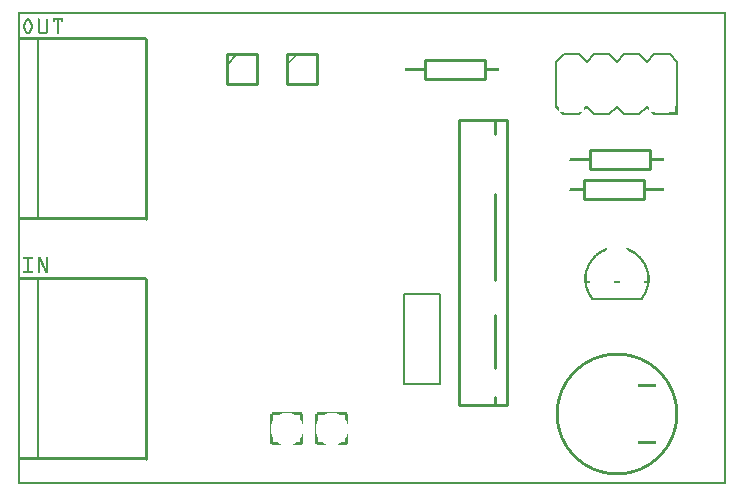
<source format=gto>
G04 MADE WITH FRITZING*
G04 WWW.FRITZING.ORG*
G04 DOUBLE SIDED*
G04 HOLES PLATED*
G04 CONTOUR ON CENTER OF CONTOUR VECTOR*
%ASAXBY*%
%FSLAX23Y23*%
%MOIN*%
%OFA0B0*%
%SFA1.0B1.0*%
%ADD10C,0.410000X0.39*%
%ADD11C,0.008000*%
%ADD12C,0.008953*%
%ADD13C,0.010946*%
%ADD14C,0.008950*%
%ADD15C,0.009540*%
%ADD16C,0.010706*%
%ADD17C,0.010000*%
%ADD18C,0.005000*%
%ADD19C,0.008051*%
%ADD20R,0.001000X0.001000*%
%LNSILK1*%
G90*
G70*
G54D10*
X1997Y234D03*
G54D11*
X1915Y619D02*
X2080Y619D01*
G54D12*
D02*
X1472Y265D02*
X1472Y1216D01*
G54D13*
D02*
X1473Y1215D02*
X1628Y1215D01*
G54D14*
D02*
X1629Y1215D02*
X1629Y265D01*
G54D15*
D02*
X1629Y265D02*
X1589Y265D01*
D02*
X1589Y265D02*
X1472Y265D01*
G54D16*
D02*
X1589Y389D02*
X1589Y566D01*
D02*
X1589Y681D02*
X1589Y969D01*
D02*
X1589Y1209D02*
X1589Y1170D01*
D02*
X1590Y267D02*
X1590Y292D01*
G54D11*
D02*
X1407Y634D02*
X1407Y334D01*
D02*
X1407Y334D02*
X1287Y334D01*
D02*
X1287Y334D02*
X1287Y634D01*
D02*
X1287Y634D02*
X1407Y634D01*
G54D17*
D02*
X897Y1434D02*
X897Y1334D01*
D02*
X897Y1334D02*
X997Y1334D01*
D02*
X997Y1334D02*
X997Y1434D01*
D02*
X997Y1434D02*
X897Y1434D01*
D02*
X697Y1434D02*
X697Y1334D01*
D02*
X697Y1334D02*
X797Y1334D01*
D02*
X797Y1334D02*
X797Y1434D01*
D02*
X797Y1434D02*
X697Y1434D01*
G54D18*
D02*
X697Y1399D02*
X732Y1434D01*
G54D19*
D02*
X2198Y1409D02*
X2173Y1434D01*
D02*
X2122Y1434D02*
X2097Y1409D01*
D02*
X2097Y1409D02*
X2072Y1434D01*
D02*
X2022Y1434D02*
X1997Y1409D01*
D02*
X1997Y1409D02*
X1971Y1434D01*
D02*
X1921Y1434D02*
X1896Y1409D01*
D02*
X2198Y1409D02*
X2198Y1259D01*
D02*
X2173Y1234D02*
X2122Y1234D01*
D02*
X2097Y1259D02*
X2072Y1234D01*
D02*
X2072Y1234D02*
X2022Y1234D01*
D02*
X2022Y1234D02*
X1997Y1259D01*
D02*
X1997Y1259D02*
X1971Y1234D01*
D02*
X1971Y1234D02*
X1921Y1234D01*
D02*
X1921Y1234D02*
X1896Y1259D01*
D02*
X1971Y1434D02*
X1921Y1434D01*
D02*
X2072Y1434D02*
X2022Y1434D01*
D02*
X2173Y1434D02*
X2122Y1434D01*
D02*
X1820Y1434D02*
X1795Y1409D01*
D02*
X1871Y1234D02*
X1820Y1234D01*
D02*
X1795Y1259D02*
X1795Y1409D01*
D02*
X1871Y1434D02*
X1820Y1434D01*
D02*
X1896Y1409D02*
X1871Y1434D01*
G54D17*
D02*
X2088Y951D02*
X1888Y951D01*
D02*
X1888Y951D02*
X1888Y1017D01*
D02*
X1888Y1017D02*
X2088Y1017D01*
D02*
X2088Y1017D02*
X2088Y951D01*
D02*
X1907Y1117D02*
X2107Y1117D01*
D02*
X2107Y1117D02*
X2107Y1051D01*
D02*
X2107Y1051D02*
X1907Y1051D01*
D02*
X1907Y1051D02*
X1907Y1117D01*
D02*
X427Y87D02*
X427Y687D01*
G54D18*
D02*
X67Y687D02*
X67Y87D01*
G54D17*
D02*
X427Y887D02*
X427Y1487D01*
G54D18*
D02*
X67Y1487D02*
X67Y887D01*
G54D17*
D02*
X1357Y1417D02*
X1557Y1417D01*
D02*
X1557Y1417D02*
X1557Y1351D01*
D02*
X1557Y1351D02*
X1357Y1351D01*
D02*
X1357Y1351D02*
X1357Y1417D01*
G54D20*
X0Y1575D02*
X2361Y1575D01*
X0Y1574D02*
X2361Y1574D01*
X0Y1573D02*
X2361Y1573D01*
X0Y1572D02*
X2361Y1572D01*
X0Y1571D02*
X2361Y1571D01*
X0Y1570D02*
X2361Y1570D01*
X0Y1569D02*
X2361Y1569D01*
X0Y1568D02*
X2361Y1568D01*
X0Y1567D02*
X7Y1567D01*
X2354Y1567D02*
X2361Y1567D01*
X0Y1566D02*
X7Y1566D01*
X2354Y1566D02*
X2361Y1566D01*
X0Y1565D02*
X7Y1565D01*
X2354Y1565D02*
X2361Y1565D01*
X0Y1564D02*
X7Y1564D01*
X2354Y1564D02*
X2361Y1564D01*
X0Y1563D02*
X7Y1563D01*
X2354Y1563D02*
X2361Y1563D01*
X0Y1562D02*
X7Y1562D01*
X2354Y1562D02*
X2361Y1562D01*
X0Y1561D02*
X7Y1561D01*
X2354Y1561D02*
X2361Y1561D01*
X0Y1560D02*
X7Y1560D01*
X2354Y1560D02*
X2361Y1560D01*
X0Y1559D02*
X7Y1559D01*
X2354Y1559D02*
X2361Y1559D01*
X0Y1558D02*
X7Y1558D01*
X2354Y1558D02*
X2361Y1558D01*
X0Y1557D02*
X7Y1557D01*
X2354Y1557D02*
X2361Y1557D01*
X0Y1556D02*
X7Y1556D01*
X2354Y1556D02*
X2361Y1556D01*
X0Y1555D02*
X7Y1555D01*
X2354Y1555D02*
X2361Y1555D01*
X0Y1554D02*
X7Y1554D01*
X32Y1554D02*
X35Y1554D01*
X69Y1554D02*
X71Y1554D01*
X97Y1554D02*
X98Y1554D01*
X117Y1554D02*
X151Y1554D01*
X2354Y1554D02*
X2361Y1554D01*
X0Y1553D02*
X7Y1553D01*
X29Y1553D02*
X38Y1553D01*
X68Y1553D02*
X72Y1553D01*
X95Y1553D02*
X100Y1553D01*
X117Y1553D02*
X151Y1553D01*
X2354Y1553D02*
X2361Y1553D01*
X0Y1552D02*
X7Y1552D01*
X28Y1552D02*
X39Y1552D01*
X67Y1552D02*
X73Y1552D01*
X95Y1552D02*
X100Y1552D01*
X117Y1552D02*
X151Y1552D01*
X2354Y1552D02*
X2361Y1552D01*
X0Y1551D02*
X7Y1551D01*
X27Y1551D02*
X40Y1551D01*
X67Y1551D02*
X73Y1551D01*
X95Y1551D02*
X101Y1551D01*
X117Y1551D02*
X151Y1551D01*
X2354Y1551D02*
X2361Y1551D01*
X0Y1550D02*
X7Y1550D01*
X26Y1550D02*
X41Y1550D01*
X67Y1550D02*
X73Y1550D01*
X95Y1550D02*
X101Y1550D01*
X117Y1550D02*
X151Y1550D01*
X2354Y1550D02*
X2361Y1550D01*
X0Y1549D02*
X7Y1549D01*
X26Y1549D02*
X41Y1549D01*
X67Y1549D02*
X73Y1549D01*
X95Y1549D02*
X101Y1549D01*
X117Y1549D02*
X151Y1549D01*
X2354Y1549D02*
X2361Y1549D01*
X0Y1548D02*
X7Y1548D01*
X25Y1548D02*
X42Y1548D01*
X67Y1548D02*
X73Y1548D01*
X95Y1548D02*
X101Y1548D01*
X117Y1548D02*
X151Y1548D01*
X2354Y1548D02*
X2361Y1548D01*
X0Y1547D02*
X7Y1547D01*
X25Y1547D02*
X32Y1547D01*
X35Y1547D02*
X42Y1547D01*
X67Y1547D02*
X73Y1547D01*
X95Y1547D02*
X101Y1547D01*
X117Y1547D02*
X123Y1547D01*
X131Y1547D02*
X137Y1547D01*
X145Y1547D02*
X151Y1547D01*
X2354Y1547D02*
X2361Y1547D01*
X0Y1546D02*
X7Y1546D01*
X24Y1546D02*
X31Y1546D01*
X36Y1546D02*
X43Y1546D01*
X67Y1546D02*
X73Y1546D01*
X95Y1546D02*
X101Y1546D01*
X117Y1546D02*
X123Y1546D01*
X131Y1546D02*
X137Y1546D01*
X145Y1546D02*
X151Y1546D01*
X2354Y1546D02*
X2361Y1546D01*
X0Y1545D02*
X7Y1545D01*
X24Y1545D02*
X31Y1545D01*
X36Y1545D02*
X43Y1545D01*
X67Y1545D02*
X73Y1545D01*
X95Y1545D02*
X101Y1545D01*
X117Y1545D02*
X123Y1545D01*
X131Y1545D02*
X137Y1545D01*
X145Y1545D02*
X151Y1545D01*
X2354Y1545D02*
X2361Y1545D01*
X0Y1544D02*
X7Y1544D01*
X23Y1544D02*
X30Y1544D01*
X37Y1544D02*
X44Y1544D01*
X67Y1544D02*
X73Y1544D01*
X95Y1544D02*
X101Y1544D01*
X117Y1544D02*
X123Y1544D01*
X131Y1544D02*
X137Y1544D01*
X145Y1544D02*
X151Y1544D01*
X2354Y1544D02*
X2361Y1544D01*
X0Y1543D02*
X7Y1543D01*
X23Y1543D02*
X30Y1543D01*
X38Y1543D02*
X44Y1543D01*
X67Y1543D02*
X73Y1543D01*
X95Y1543D02*
X101Y1543D01*
X118Y1543D02*
X123Y1543D01*
X131Y1543D02*
X137Y1543D01*
X145Y1543D02*
X150Y1543D01*
X2354Y1543D02*
X2361Y1543D01*
X0Y1542D02*
X7Y1542D01*
X22Y1542D02*
X29Y1542D01*
X38Y1542D02*
X45Y1542D01*
X67Y1542D02*
X73Y1542D01*
X95Y1542D02*
X101Y1542D01*
X119Y1542D02*
X122Y1542D01*
X131Y1542D02*
X137Y1542D01*
X147Y1542D02*
X149Y1542D01*
X2354Y1542D02*
X2361Y1542D01*
X0Y1541D02*
X7Y1541D01*
X22Y1541D02*
X29Y1541D01*
X39Y1541D02*
X45Y1541D01*
X67Y1541D02*
X73Y1541D01*
X95Y1541D02*
X101Y1541D01*
X131Y1541D02*
X137Y1541D01*
X2354Y1541D02*
X2361Y1541D01*
X0Y1540D02*
X7Y1540D01*
X21Y1540D02*
X28Y1540D01*
X39Y1540D02*
X46Y1540D01*
X67Y1540D02*
X73Y1540D01*
X95Y1540D02*
X101Y1540D01*
X131Y1540D02*
X137Y1540D01*
X2354Y1540D02*
X2361Y1540D01*
X0Y1539D02*
X7Y1539D01*
X21Y1539D02*
X28Y1539D01*
X40Y1539D02*
X46Y1539D01*
X67Y1539D02*
X73Y1539D01*
X95Y1539D02*
X101Y1539D01*
X131Y1539D02*
X137Y1539D01*
X2354Y1539D02*
X2361Y1539D01*
X0Y1538D02*
X7Y1538D01*
X20Y1538D02*
X27Y1538D01*
X40Y1538D02*
X47Y1538D01*
X67Y1538D02*
X73Y1538D01*
X95Y1538D02*
X101Y1538D01*
X131Y1538D02*
X137Y1538D01*
X2354Y1538D02*
X2361Y1538D01*
X0Y1537D02*
X7Y1537D01*
X20Y1537D02*
X27Y1537D01*
X41Y1537D02*
X47Y1537D01*
X67Y1537D02*
X73Y1537D01*
X95Y1537D02*
X101Y1537D01*
X131Y1537D02*
X137Y1537D01*
X2354Y1537D02*
X2361Y1537D01*
X0Y1536D02*
X7Y1536D01*
X19Y1536D02*
X26Y1536D01*
X41Y1536D02*
X48Y1536D01*
X67Y1536D02*
X73Y1536D01*
X95Y1536D02*
X101Y1536D01*
X131Y1536D02*
X137Y1536D01*
X2354Y1536D02*
X2361Y1536D01*
X0Y1535D02*
X7Y1535D01*
X19Y1535D02*
X26Y1535D01*
X42Y1535D02*
X48Y1535D01*
X67Y1535D02*
X73Y1535D01*
X95Y1535D02*
X101Y1535D01*
X131Y1535D02*
X137Y1535D01*
X2354Y1535D02*
X2361Y1535D01*
X0Y1534D02*
X7Y1534D01*
X18Y1534D02*
X25Y1534D01*
X42Y1534D02*
X49Y1534D01*
X67Y1534D02*
X73Y1534D01*
X95Y1534D02*
X101Y1534D01*
X131Y1534D02*
X137Y1534D01*
X2354Y1534D02*
X2361Y1534D01*
X0Y1533D02*
X7Y1533D01*
X18Y1533D02*
X25Y1533D01*
X43Y1533D02*
X49Y1533D01*
X67Y1533D02*
X73Y1533D01*
X95Y1533D02*
X101Y1533D01*
X131Y1533D02*
X137Y1533D01*
X2354Y1533D02*
X2361Y1533D01*
X0Y1532D02*
X7Y1532D01*
X18Y1532D02*
X24Y1532D01*
X43Y1532D02*
X50Y1532D01*
X67Y1532D02*
X73Y1532D01*
X95Y1532D02*
X101Y1532D01*
X131Y1532D02*
X137Y1532D01*
X2354Y1532D02*
X2361Y1532D01*
X0Y1531D02*
X7Y1531D01*
X17Y1531D02*
X24Y1531D01*
X44Y1531D02*
X50Y1531D01*
X67Y1531D02*
X73Y1531D01*
X95Y1531D02*
X101Y1531D01*
X131Y1531D02*
X137Y1531D01*
X2354Y1531D02*
X2361Y1531D01*
X0Y1530D02*
X7Y1530D01*
X17Y1530D02*
X23Y1530D01*
X44Y1530D02*
X50Y1530D01*
X67Y1530D02*
X73Y1530D01*
X95Y1530D02*
X101Y1530D01*
X131Y1530D02*
X137Y1530D01*
X2354Y1530D02*
X2361Y1530D01*
X0Y1529D02*
X7Y1529D01*
X17Y1529D02*
X23Y1529D01*
X44Y1529D02*
X50Y1529D01*
X67Y1529D02*
X73Y1529D01*
X95Y1529D02*
X101Y1529D01*
X131Y1529D02*
X137Y1529D01*
X2354Y1529D02*
X2361Y1529D01*
X0Y1528D02*
X7Y1528D01*
X17Y1528D02*
X23Y1528D01*
X44Y1528D02*
X50Y1528D01*
X67Y1528D02*
X73Y1528D01*
X95Y1528D02*
X101Y1528D01*
X131Y1528D02*
X137Y1528D01*
X2354Y1528D02*
X2361Y1528D01*
X0Y1527D02*
X7Y1527D01*
X17Y1527D02*
X23Y1527D01*
X44Y1527D02*
X50Y1527D01*
X67Y1527D02*
X73Y1527D01*
X95Y1527D02*
X101Y1527D01*
X131Y1527D02*
X137Y1527D01*
X2354Y1527D02*
X2361Y1527D01*
X0Y1526D02*
X7Y1526D01*
X17Y1526D02*
X23Y1526D01*
X44Y1526D02*
X50Y1526D01*
X67Y1526D02*
X73Y1526D01*
X95Y1526D02*
X101Y1526D01*
X131Y1526D02*
X137Y1526D01*
X2354Y1526D02*
X2361Y1526D01*
X0Y1525D02*
X7Y1525D01*
X17Y1525D02*
X23Y1525D01*
X44Y1525D02*
X50Y1525D01*
X67Y1525D02*
X73Y1525D01*
X95Y1525D02*
X101Y1525D01*
X131Y1525D02*
X137Y1525D01*
X2354Y1525D02*
X2361Y1525D01*
X0Y1524D02*
X7Y1524D01*
X17Y1524D02*
X24Y1524D01*
X44Y1524D02*
X50Y1524D01*
X67Y1524D02*
X73Y1524D01*
X95Y1524D02*
X101Y1524D01*
X131Y1524D02*
X137Y1524D01*
X2354Y1524D02*
X2361Y1524D01*
X0Y1523D02*
X7Y1523D01*
X17Y1523D02*
X24Y1523D01*
X43Y1523D02*
X50Y1523D01*
X67Y1523D02*
X73Y1523D01*
X95Y1523D02*
X101Y1523D01*
X131Y1523D02*
X137Y1523D01*
X2354Y1523D02*
X2361Y1523D01*
X0Y1522D02*
X7Y1522D01*
X18Y1522D02*
X24Y1522D01*
X43Y1522D02*
X49Y1522D01*
X67Y1522D02*
X73Y1522D01*
X95Y1522D02*
X101Y1522D01*
X131Y1522D02*
X137Y1522D01*
X2354Y1522D02*
X2361Y1522D01*
X0Y1521D02*
X7Y1521D01*
X18Y1521D02*
X25Y1521D01*
X42Y1521D02*
X49Y1521D01*
X67Y1521D02*
X73Y1521D01*
X95Y1521D02*
X101Y1521D01*
X131Y1521D02*
X137Y1521D01*
X2354Y1521D02*
X2361Y1521D01*
X0Y1520D02*
X7Y1520D01*
X19Y1520D02*
X25Y1520D01*
X42Y1520D02*
X49Y1520D01*
X67Y1520D02*
X73Y1520D01*
X95Y1520D02*
X101Y1520D01*
X131Y1520D02*
X137Y1520D01*
X2354Y1520D02*
X2361Y1520D01*
X0Y1519D02*
X7Y1519D01*
X19Y1519D02*
X26Y1519D01*
X41Y1519D02*
X48Y1519D01*
X67Y1519D02*
X73Y1519D01*
X95Y1519D02*
X101Y1519D01*
X131Y1519D02*
X137Y1519D01*
X2354Y1519D02*
X2361Y1519D01*
X0Y1518D02*
X7Y1518D01*
X20Y1518D02*
X26Y1518D01*
X41Y1518D02*
X48Y1518D01*
X67Y1518D02*
X73Y1518D01*
X95Y1518D02*
X101Y1518D01*
X131Y1518D02*
X137Y1518D01*
X2354Y1518D02*
X2361Y1518D01*
X0Y1517D02*
X7Y1517D01*
X20Y1517D02*
X27Y1517D01*
X40Y1517D02*
X47Y1517D01*
X67Y1517D02*
X73Y1517D01*
X95Y1517D02*
X101Y1517D01*
X131Y1517D02*
X137Y1517D01*
X2354Y1517D02*
X2361Y1517D01*
X0Y1516D02*
X7Y1516D01*
X21Y1516D02*
X27Y1516D01*
X40Y1516D02*
X47Y1516D01*
X67Y1516D02*
X73Y1516D01*
X95Y1516D02*
X101Y1516D01*
X131Y1516D02*
X137Y1516D01*
X2354Y1516D02*
X2361Y1516D01*
X0Y1515D02*
X7Y1515D01*
X21Y1515D02*
X28Y1515D01*
X39Y1515D02*
X46Y1515D01*
X67Y1515D02*
X73Y1515D01*
X95Y1515D02*
X101Y1515D01*
X131Y1515D02*
X137Y1515D01*
X2354Y1515D02*
X2361Y1515D01*
X0Y1514D02*
X7Y1514D01*
X22Y1514D02*
X28Y1514D01*
X39Y1514D02*
X46Y1514D01*
X67Y1514D02*
X73Y1514D01*
X95Y1514D02*
X101Y1514D01*
X131Y1514D02*
X137Y1514D01*
X2354Y1514D02*
X2361Y1514D01*
X0Y1513D02*
X7Y1513D01*
X22Y1513D02*
X29Y1513D01*
X38Y1513D02*
X45Y1513D01*
X67Y1513D02*
X73Y1513D01*
X95Y1513D02*
X101Y1513D01*
X131Y1513D02*
X137Y1513D01*
X2354Y1513D02*
X2361Y1513D01*
X0Y1512D02*
X7Y1512D01*
X23Y1512D02*
X29Y1512D01*
X38Y1512D02*
X45Y1512D01*
X67Y1512D02*
X73Y1512D01*
X95Y1512D02*
X101Y1512D01*
X131Y1512D02*
X137Y1512D01*
X2354Y1512D02*
X2361Y1512D01*
X0Y1511D02*
X7Y1511D01*
X23Y1511D02*
X30Y1511D01*
X37Y1511D02*
X44Y1511D01*
X67Y1511D02*
X73Y1511D01*
X95Y1511D02*
X101Y1511D01*
X131Y1511D02*
X137Y1511D01*
X2354Y1511D02*
X2361Y1511D01*
X0Y1510D02*
X7Y1510D01*
X24Y1510D02*
X30Y1510D01*
X37Y1510D02*
X44Y1510D01*
X67Y1510D02*
X73Y1510D01*
X94Y1510D02*
X101Y1510D01*
X131Y1510D02*
X137Y1510D01*
X2354Y1510D02*
X2361Y1510D01*
X0Y1509D02*
X7Y1509D01*
X24Y1509D02*
X31Y1509D01*
X36Y1509D02*
X43Y1509D01*
X67Y1509D02*
X74Y1509D01*
X94Y1509D02*
X100Y1509D01*
X131Y1509D02*
X137Y1509D01*
X2354Y1509D02*
X2361Y1509D01*
X0Y1508D02*
X7Y1508D01*
X25Y1508D02*
X32Y1508D01*
X36Y1508D02*
X43Y1508D01*
X67Y1508D02*
X74Y1508D01*
X93Y1508D02*
X100Y1508D01*
X131Y1508D02*
X137Y1508D01*
X2354Y1508D02*
X2361Y1508D01*
X0Y1507D02*
X7Y1507D01*
X25Y1507D02*
X42Y1507D01*
X68Y1507D02*
X100Y1507D01*
X131Y1507D02*
X137Y1507D01*
X2354Y1507D02*
X2361Y1507D01*
X0Y1506D02*
X7Y1506D01*
X26Y1506D02*
X42Y1506D01*
X68Y1506D02*
X100Y1506D01*
X131Y1506D02*
X137Y1506D01*
X2354Y1506D02*
X2361Y1506D01*
X0Y1505D02*
X7Y1505D01*
X26Y1505D02*
X41Y1505D01*
X69Y1505D02*
X99Y1505D01*
X131Y1505D02*
X137Y1505D01*
X2354Y1505D02*
X2361Y1505D01*
X0Y1504D02*
X7Y1504D01*
X27Y1504D02*
X40Y1504D01*
X70Y1504D02*
X98Y1504D01*
X131Y1504D02*
X137Y1504D01*
X2354Y1504D02*
X2361Y1504D01*
X0Y1503D02*
X7Y1503D01*
X28Y1503D02*
X40Y1503D01*
X70Y1503D02*
X97Y1503D01*
X131Y1503D02*
X137Y1503D01*
X2354Y1503D02*
X2361Y1503D01*
X0Y1502D02*
X7Y1502D01*
X29Y1502D02*
X38Y1502D01*
X72Y1502D02*
X96Y1502D01*
X132Y1502D02*
X137Y1502D01*
X2354Y1502D02*
X2361Y1502D01*
X0Y1501D02*
X7Y1501D01*
X31Y1501D02*
X37Y1501D01*
X74Y1501D02*
X94Y1501D01*
X132Y1501D02*
X136Y1501D01*
X2354Y1501D02*
X2361Y1501D01*
X0Y1500D02*
X7Y1500D01*
X2354Y1500D02*
X2361Y1500D01*
X0Y1499D02*
X7Y1499D01*
X2354Y1499D02*
X2361Y1499D01*
X0Y1498D02*
X7Y1498D01*
X2354Y1498D02*
X2361Y1498D01*
X0Y1497D02*
X7Y1497D01*
X2354Y1497D02*
X2361Y1497D01*
X0Y1496D02*
X7Y1496D01*
X2354Y1496D02*
X2361Y1496D01*
X0Y1495D02*
X7Y1495D01*
X2354Y1495D02*
X2361Y1495D01*
X0Y1494D02*
X7Y1494D01*
X2354Y1494D02*
X2361Y1494D01*
X0Y1493D02*
X426Y1493D01*
X2354Y1493D02*
X2361Y1493D01*
X0Y1492D02*
X426Y1492D01*
X2354Y1492D02*
X2361Y1492D01*
X0Y1491D02*
X426Y1491D01*
X2354Y1491D02*
X2361Y1491D01*
X0Y1490D02*
X426Y1490D01*
X2354Y1490D02*
X2361Y1490D01*
X0Y1489D02*
X426Y1489D01*
X2354Y1489D02*
X2361Y1489D01*
X0Y1488D02*
X426Y1488D01*
X2354Y1488D02*
X2361Y1488D01*
X0Y1487D02*
X426Y1487D01*
X2354Y1487D02*
X2361Y1487D01*
X0Y1486D02*
X426Y1486D01*
X2354Y1486D02*
X2361Y1486D01*
X0Y1485D02*
X426Y1485D01*
X2354Y1485D02*
X2361Y1485D01*
X0Y1484D02*
X426Y1484D01*
X2354Y1484D02*
X2361Y1484D01*
X0Y1483D02*
X7Y1483D01*
X2354Y1483D02*
X2361Y1483D01*
X0Y1482D02*
X7Y1482D01*
X2354Y1482D02*
X2361Y1482D01*
X0Y1481D02*
X7Y1481D01*
X2354Y1481D02*
X2361Y1481D01*
X0Y1480D02*
X7Y1480D01*
X2354Y1480D02*
X2361Y1480D01*
X0Y1479D02*
X7Y1479D01*
X2354Y1479D02*
X2361Y1479D01*
X0Y1478D02*
X7Y1478D01*
X2354Y1478D02*
X2361Y1478D01*
X0Y1477D02*
X7Y1477D01*
X2354Y1477D02*
X2361Y1477D01*
X0Y1476D02*
X7Y1476D01*
X2354Y1476D02*
X2361Y1476D01*
X0Y1475D02*
X7Y1475D01*
X2354Y1475D02*
X2361Y1475D01*
X0Y1474D02*
X7Y1474D01*
X2354Y1474D02*
X2361Y1474D01*
X0Y1473D02*
X7Y1473D01*
X2354Y1473D02*
X2361Y1473D01*
X0Y1472D02*
X7Y1472D01*
X2354Y1472D02*
X2361Y1472D01*
X0Y1471D02*
X7Y1471D01*
X2354Y1471D02*
X2361Y1471D01*
X0Y1470D02*
X7Y1470D01*
X2354Y1470D02*
X2361Y1470D01*
X0Y1469D02*
X7Y1469D01*
X2354Y1469D02*
X2361Y1469D01*
X0Y1468D02*
X7Y1468D01*
X2354Y1468D02*
X2361Y1468D01*
X0Y1467D02*
X7Y1467D01*
X2354Y1467D02*
X2361Y1467D01*
X0Y1466D02*
X7Y1466D01*
X2354Y1466D02*
X2361Y1466D01*
X0Y1465D02*
X7Y1465D01*
X2354Y1465D02*
X2361Y1465D01*
X0Y1464D02*
X7Y1464D01*
X2354Y1464D02*
X2361Y1464D01*
X0Y1463D02*
X7Y1463D01*
X2354Y1463D02*
X2361Y1463D01*
X0Y1462D02*
X7Y1462D01*
X2354Y1462D02*
X2361Y1462D01*
X0Y1461D02*
X7Y1461D01*
X2354Y1461D02*
X2361Y1461D01*
X0Y1460D02*
X7Y1460D01*
X2354Y1460D02*
X2361Y1460D01*
X0Y1459D02*
X7Y1459D01*
X2354Y1459D02*
X2361Y1459D01*
X0Y1458D02*
X7Y1458D01*
X2354Y1458D02*
X2361Y1458D01*
X0Y1457D02*
X7Y1457D01*
X2354Y1457D02*
X2361Y1457D01*
X0Y1456D02*
X7Y1456D01*
X2354Y1456D02*
X2361Y1456D01*
X0Y1455D02*
X7Y1455D01*
X2354Y1455D02*
X2361Y1455D01*
X0Y1454D02*
X7Y1454D01*
X2354Y1454D02*
X2361Y1454D01*
X0Y1453D02*
X7Y1453D01*
X2354Y1453D02*
X2361Y1453D01*
X0Y1452D02*
X7Y1452D01*
X2354Y1452D02*
X2361Y1452D01*
X0Y1451D02*
X7Y1451D01*
X2354Y1451D02*
X2361Y1451D01*
X0Y1450D02*
X7Y1450D01*
X2354Y1450D02*
X2361Y1450D01*
X0Y1449D02*
X7Y1449D01*
X2354Y1449D02*
X2361Y1449D01*
X0Y1448D02*
X7Y1448D01*
X2354Y1448D02*
X2361Y1448D01*
X0Y1447D02*
X7Y1447D01*
X2354Y1447D02*
X2361Y1447D01*
X0Y1446D02*
X7Y1446D01*
X2354Y1446D02*
X2361Y1446D01*
X0Y1445D02*
X7Y1445D01*
X2354Y1445D02*
X2361Y1445D01*
X0Y1444D02*
X7Y1444D01*
X2354Y1444D02*
X2361Y1444D01*
X0Y1443D02*
X7Y1443D01*
X2354Y1443D02*
X2361Y1443D01*
X0Y1442D02*
X7Y1442D01*
X2354Y1442D02*
X2361Y1442D01*
X0Y1441D02*
X7Y1441D01*
X2354Y1441D02*
X2361Y1441D01*
X0Y1440D02*
X7Y1440D01*
X2354Y1440D02*
X2361Y1440D01*
X0Y1439D02*
X7Y1439D01*
X2354Y1439D02*
X2361Y1439D01*
X0Y1438D02*
X7Y1438D01*
X2354Y1438D02*
X2361Y1438D01*
X0Y1437D02*
X7Y1437D01*
X2354Y1437D02*
X2361Y1437D01*
X0Y1436D02*
X7Y1436D01*
X930Y1436D02*
X930Y1436D01*
X2354Y1436D02*
X2361Y1436D01*
X0Y1435D02*
X7Y1435D01*
X929Y1435D02*
X931Y1435D01*
X2354Y1435D02*
X2361Y1435D01*
X0Y1434D02*
X7Y1434D01*
X928Y1434D02*
X932Y1434D01*
X2354Y1434D02*
X2361Y1434D01*
X0Y1433D02*
X7Y1433D01*
X927Y1433D02*
X933Y1433D01*
X2354Y1433D02*
X2361Y1433D01*
X0Y1432D02*
X7Y1432D01*
X926Y1432D02*
X932Y1432D01*
X2354Y1432D02*
X2361Y1432D01*
X0Y1431D02*
X7Y1431D01*
X925Y1431D02*
X931Y1431D01*
X2354Y1431D02*
X2361Y1431D01*
X0Y1430D02*
X7Y1430D01*
X924Y1430D02*
X930Y1430D01*
X2354Y1430D02*
X2361Y1430D01*
X0Y1429D02*
X7Y1429D01*
X923Y1429D02*
X929Y1429D01*
X2354Y1429D02*
X2361Y1429D01*
X0Y1428D02*
X7Y1428D01*
X922Y1428D02*
X928Y1428D01*
X2354Y1428D02*
X2361Y1428D01*
X0Y1427D02*
X7Y1427D01*
X921Y1427D02*
X927Y1427D01*
X2354Y1427D02*
X2361Y1427D01*
X0Y1426D02*
X7Y1426D01*
X920Y1426D02*
X926Y1426D01*
X2354Y1426D02*
X2361Y1426D01*
X0Y1425D02*
X7Y1425D01*
X919Y1425D02*
X925Y1425D01*
X2354Y1425D02*
X2361Y1425D01*
X0Y1424D02*
X7Y1424D01*
X918Y1424D02*
X924Y1424D01*
X2354Y1424D02*
X2361Y1424D01*
X0Y1423D02*
X7Y1423D01*
X917Y1423D02*
X923Y1423D01*
X2354Y1423D02*
X2361Y1423D01*
X0Y1422D02*
X7Y1422D01*
X916Y1422D02*
X922Y1422D01*
X2354Y1422D02*
X2361Y1422D01*
X0Y1421D02*
X7Y1421D01*
X915Y1421D02*
X921Y1421D01*
X2354Y1421D02*
X2361Y1421D01*
X0Y1420D02*
X7Y1420D01*
X914Y1420D02*
X920Y1420D01*
X2354Y1420D02*
X2361Y1420D01*
X0Y1419D02*
X7Y1419D01*
X913Y1419D02*
X919Y1419D01*
X2354Y1419D02*
X2361Y1419D01*
X0Y1418D02*
X7Y1418D01*
X912Y1418D02*
X918Y1418D01*
X2354Y1418D02*
X2361Y1418D01*
X0Y1417D02*
X7Y1417D01*
X911Y1417D02*
X917Y1417D01*
X2354Y1417D02*
X2361Y1417D01*
X0Y1416D02*
X7Y1416D01*
X910Y1416D02*
X915Y1416D01*
X2354Y1416D02*
X2361Y1416D01*
X0Y1415D02*
X7Y1415D01*
X909Y1415D02*
X915Y1415D01*
X2354Y1415D02*
X2361Y1415D01*
X0Y1414D02*
X7Y1414D01*
X908Y1414D02*
X914Y1414D01*
X2354Y1414D02*
X2361Y1414D01*
X0Y1413D02*
X7Y1413D01*
X907Y1413D02*
X913Y1413D01*
X2354Y1413D02*
X2361Y1413D01*
X0Y1412D02*
X7Y1412D01*
X906Y1412D02*
X912Y1412D01*
X2354Y1412D02*
X2361Y1412D01*
X0Y1411D02*
X7Y1411D01*
X905Y1411D02*
X911Y1411D01*
X2354Y1411D02*
X2361Y1411D01*
X0Y1410D02*
X7Y1410D01*
X904Y1410D02*
X910Y1410D01*
X2354Y1410D02*
X2361Y1410D01*
X0Y1409D02*
X7Y1409D01*
X903Y1409D02*
X909Y1409D01*
X2354Y1409D02*
X2361Y1409D01*
X0Y1408D02*
X7Y1408D01*
X902Y1408D02*
X908Y1408D01*
X2354Y1408D02*
X2361Y1408D01*
X0Y1407D02*
X7Y1407D01*
X901Y1407D02*
X907Y1407D01*
X2354Y1407D02*
X2361Y1407D01*
X0Y1406D02*
X7Y1406D01*
X900Y1406D02*
X906Y1406D01*
X2354Y1406D02*
X2361Y1406D01*
X0Y1405D02*
X7Y1405D01*
X899Y1405D02*
X905Y1405D01*
X2354Y1405D02*
X2361Y1405D01*
X0Y1404D02*
X7Y1404D01*
X898Y1404D02*
X904Y1404D01*
X2354Y1404D02*
X2361Y1404D01*
X0Y1403D02*
X7Y1403D01*
X897Y1403D02*
X903Y1403D01*
X2354Y1403D02*
X2361Y1403D01*
X0Y1402D02*
X7Y1402D01*
X896Y1402D02*
X902Y1402D01*
X2354Y1402D02*
X2361Y1402D01*
X0Y1401D02*
X7Y1401D01*
X896Y1401D02*
X901Y1401D01*
X2354Y1401D02*
X2361Y1401D01*
X0Y1400D02*
X7Y1400D01*
X897Y1400D02*
X900Y1400D01*
X2354Y1400D02*
X2361Y1400D01*
X0Y1399D02*
X7Y1399D01*
X898Y1399D02*
X899Y1399D01*
X2354Y1399D02*
X2361Y1399D01*
X0Y1398D02*
X7Y1398D01*
X2354Y1398D02*
X2361Y1398D01*
X0Y1397D02*
X7Y1397D01*
X2354Y1397D02*
X2361Y1397D01*
X0Y1396D02*
X7Y1396D01*
X2354Y1396D02*
X2361Y1396D01*
X0Y1395D02*
X7Y1395D01*
X2354Y1395D02*
X2361Y1395D01*
X0Y1394D02*
X7Y1394D01*
X2354Y1394D02*
X2361Y1394D01*
X0Y1393D02*
X7Y1393D01*
X2354Y1393D02*
X2361Y1393D01*
X0Y1392D02*
X7Y1392D01*
X2354Y1392D02*
X2361Y1392D01*
X0Y1391D02*
X7Y1391D01*
X2354Y1391D02*
X2361Y1391D01*
X0Y1390D02*
X7Y1390D01*
X2354Y1390D02*
X2361Y1390D01*
X0Y1389D02*
X7Y1389D01*
X1290Y1389D02*
X1356Y1389D01*
X1557Y1389D02*
X1604Y1389D01*
X2354Y1389D02*
X2361Y1389D01*
X0Y1388D02*
X7Y1388D01*
X1290Y1388D02*
X1356Y1388D01*
X1557Y1388D02*
X1604Y1388D01*
X2354Y1388D02*
X2361Y1388D01*
X0Y1387D02*
X7Y1387D01*
X1290Y1387D02*
X1356Y1387D01*
X1557Y1387D02*
X1604Y1387D01*
X2354Y1387D02*
X2361Y1387D01*
X0Y1386D02*
X7Y1386D01*
X1290Y1386D02*
X1356Y1386D01*
X1557Y1386D02*
X1604Y1386D01*
X2354Y1386D02*
X2361Y1386D01*
X0Y1385D02*
X7Y1385D01*
X1290Y1385D02*
X1356Y1385D01*
X1557Y1385D02*
X1604Y1385D01*
X2354Y1385D02*
X2361Y1385D01*
X0Y1384D02*
X7Y1384D01*
X1290Y1384D02*
X1356Y1384D01*
X1557Y1384D02*
X1604Y1384D01*
X2354Y1384D02*
X2361Y1384D01*
X0Y1383D02*
X7Y1383D01*
X1290Y1383D02*
X1356Y1383D01*
X1557Y1383D02*
X1604Y1383D01*
X2354Y1383D02*
X2361Y1383D01*
X0Y1382D02*
X7Y1382D01*
X1290Y1382D02*
X1356Y1382D01*
X1557Y1382D02*
X1604Y1382D01*
X2354Y1382D02*
X2361Y1382D01*
X0Y1381D02*
X7Y1381D01*
X1290Y1381D02*
X1356Y1381D01*
X1557Y1381D02*
X1604Y1381D01*
X2354Y1381D02*
X2361Y1381D01*
X0Y1380D02*
X7Y1380D01*
X1290Y1380D02*
X1356Y1380D01*
X1557Y1380D02*
X1604Y1380D01*
X2354Y1380D02*
X2361Y1380D01*
X0Y1379D02*
X7Y1379D01*
X2354Y1379D02*
X2361Y1379D01*
X0Y1378D02*
X7Y1378D01*
X2354Y1378D02*
X2361Y1378D01*
X0Y1377D02*
X7Y1377D01*
X2354Y1377D02*
X2361Y1377D01*
X0Y1376D02*
X7Y1376D01*
X2354Y1376D02*
X2361Y1376D01*
X0Y1375D02*
X7Y1375D01*
X2354Y1375D02*
X2361Y1375D01*
X0Y1374D02*
X7Y1374D01*
X2354Y1374D02*
X2361Y1374D01*
X0Y1373D02*
X7Y1373D01*
X2354Y1373D02*
X2361Y1373D01*
X0Y1372D02*
X7Y1372D01*
X2354Y1372D02*
X2361Y1372D01*
X0Y1371D02*
X7Y1371D01*
X2354Y1371D02*
X2361Y1371D01*
X0Y1370D02*
X7Y1370D01*
X2354Y1370D02*
X2361Y1370D01*
X0Y1369D02*
X7Y1369D01*
X2354Y1369D02*
X2361Y1369D01*
X0Y1368D02*
X7Y1368D01*
X2354Y1368D02*
X2361Y1368D01*
X0Y1367D02*
X7Y1367D01*
X2354Y1367D02*
X2361Y1367D01*
X0Y1366D02*
X7Y1366D01*
X2354Y1366D02*
X2361Y1366D01*
X0Y1365D02*
X7Y1365D01*
X2354Y1365D02*
X2361Y1365D01*
X0Y1364D02*
X7Y1364D01*
X2354Y1364D02*
X2361Y1364D01*
X0Y1363D02*
X7Y1363D01*
X2354Y1363D02*
X2361Y1363D01*
X0Y1362D02*
X7Y1362D01*
X2354Y1362D02*
X2361Y1362D01*
X0Y1361D02*
X7Y1361D01*
X2354Y1361D02*
X2361Y1361D01*
X0Y1360D02*
X7Y1360D01*
X2354Y1360D02*
X2361Y1360D01*
X0Y1359D02*
X7Y1359D01*
X2354Y1359D02*
X2361Y1359D01*
X0Y1358D02*
X7Y1358D01*
X2354Y1358D02*
X2361Y1358D01*
X0Y1357D02*
X7Y1357D01*
X2354Y1357D02*
X2361Y1357D01*
X0Y1356D02*
X7Y1356D01*
X2354Y1356D02*
X2361Y1356D01*
X0Y1355D02*
X7Y1355D01*
X2354Y1355D02*
X2361Y1355D01*
X0Y1354D02*
X7Y1354D01*
X2354Y1354D02*
X2361Y1354D01*
X0Y1353D02*
X7Y1353D01*
X2354Y1353D02*
X2361Y1353D01*
X0Y1352D02*
X7Y1352D01*
X2354Y1352D02*
X2361Y1352D01*
X0Y1351D02*
X7Y1351D01*
X2354Y1351D02*
X2361Y1351D01*
X0Y1350D02*
X7Y1350D01*
X2354Y1350D02*
X2361Y1350D01*
X0Y1349D02*
X7Y1349D01*
X2354Y1349D02*
X2361Y1349D01*
X0Y1348D02*
X7Y1348D01*
X2354Y1348D02*
X2361Y1348D01*
X0Y1347D02*
X7Y1347D01*
X2354Y1347D02*
X2361Y1347D01*
X0Y1346D02*
X7Y1346D01*
X2354Y1346D02*
X2361Y1346D01*
X0Y1345D02*
X7Y1345D01*
X2354Y1345D02*
X2361Y1345D01*
X0Y1344D02*
X7Y1344D01*
X2354Y1344D02*
X2361Y1344D01*
X0Y1343D02*
X7Y1343D01*
X2354Y1343D02*
X2361Y1343D01*
X0Y1342D02*
X7Y1342D01*
X2354Y1342D02*
X2361Y1342D01*
X0Y1341D02*
X7Y1341D01*
X2354Y1341D02*
X2361Y1341D01*
X0Y1340D02*
X7Y1340D01*
X2354Y1340D02*
X2361Y1340D01*
X0Y1339D02*
X7Y1339D01*
X2354Y1339D02*
X2361Y1339D01*
X0Y1338D02*
X7Y1338D01*
X2354Y1338D02*
X2361Y1338D01*
X0Y1337D02*
X7Y1337D01*
X2354Y1337D02*
X2361Y1337D01*
X0Y1336D02*
X7Y1336D01*
X2354Y1336D02*
X2361Y1336D01*
X0Y1335D02*
X7Y1335D01*
X2354Y1335D02*
X2361Y1335D01*
X0Y1334D02*
X7Y1334D01*
X2354Y1334D02*
X2361Y1334D01*
X0Y1333D02*
X7Y1333D01*
X2354Y1333D02*
X2361Y1333D01*
X0Y1332D02*
X7Y1332D01*
X2354Y1332D02*
X2361Y1332D01*
X0Y1331D02*
X7Y1331D01*
X2354Y1331D02*
X2361Y1331D01*
X0Y1330D02*
X7Y1330D01*
X2354Y1330D02*
X2361Y1330D01*
X0Y1329D02*
X7Y1329D01*
X2354Y1329D02*
X2361Y1329D01*
X0Y1328D02*
X7Y1328D01*
X2354Y1328D02*
X2361Y1328D01*
X0Y1327D02*
X7Y1327D01*
X2354Y1327D02*
X2361Y1327D01*
X0Y1326D02*
X7Y1326D01*
X2354Y1326D02*
X2361Y1326D01*
X0Y1325D02*
X7Y1325D01*
X2354Y1325D02*
X2361Y1325D01*
X0Y1324D02*
X7Y1324D01*
X2354Y1324D02*
X2361Y1324D01*
X0Y1323D02*
X7Y1323D01*
X2354Y1323D02*
X2361Y1323D01*
X0Y1322D02*
X7Y1322D01*
X2354Y1322D02*
X2361Y1322D01*
X0Y1321D02*
X7Y1321D01*
X2354Y1321D02*
X2361Y1321D01*
X0Y1320D02*
X7Y1320D01*
X2354Y1320D02*
X2361Y1320D01*
X0Y1319D02*
X7Y1319D01*
X2354Y1319D02*
X2361Y1319D01*
X0Y1318D02*
X7Y1318D01*
X2354Y1318D02*
X2361Y1318D01*
X0Y1317D02*
X7Y1317D01*
X2354Y1317D02*
X2361Y1317D01*
X0Y1316D02*
X7Y1316D01*
X2354Y1316D02*
X2361Y1316D01*
X0Y1315D02*
X7Y1315D01*
X2354Y1315D02*
X2361Y1315D01*
X0Y1314D02*
X7Y1314D01*
X2354Y1314D02*
X2361Y1314D01*
X0Y1313D02*
X7Y1313D01*
X2354Y1313D02*
X2361Y1313D01*
X0Y1312D02*
X7Y1312D01*
X2354Y1312D02*
X2361Y1312D01*
X0Y1311D02*
X7Y1311D01*
X2354Y1311D02*
X2361Y1311D01*
X0Y1310D02*
X7Y1310D01*
X2354Y1310D02*
X2361Y1310D01*
X0Y1309D02*
X7Y1309D01*
X2354Y1309D02*
X2361Y1309D01*
X0Y1308D02*
X7Y1308D01*
X2354Y1308D02*
X2361Y1308D01*
X0Y1307D02*
X7Y1307D01*
X2354Y1307D02*
X2361Y1307D01*
X0Y1306D02*
X7Y1306D01*
X2354Y1306D02*
X2361Y1306D01*
X0Y1305D02*
X7Y1305D01*
X2354Y1305D02*
X2361Y1305D01*
X0Y1304D02*
X7Y1304D01*
X2354Y1304D02*
X2361Y1304D01*
X0Y1303D02*
X7Y1303D01*
X2354Y1303D02*
X2361Y1303D01*
X0Y1302D02*
X7Y1302D01*
X2354Y1302D02*
X2361Y1302D01*
X0Y1301D02*
X7Y1301D01*
X2354Y1301D02*
X2361Y1301D01*
X0Y1300D02*
X7Y1300D01*
X2354Y1300D02*
X2361Y1300D01*
X0Y1299D02*
X7Y1299D01*
X2354Y1299D02*
X2361Y1299D01*
X0Y1298D02*
X7Y1298D01*
X2354Y1298D02*
X2361Y1298D01*
X0Y1297D02*
X7Y1297D01*
X2354Y1297D02*
X2361Y1297D01*
X0Y1296D02*
X7Y1296D01*
X2354Y1296D02*
X2361Y1296D01*
X0Y1295D02*
X7Y1295D01*
X2354Y1295D02*
X2361Y1295D01*
X0Y1294D02*
X7Y1294D01*
X2354Y1294D02*
X2361Y1294D01*
X0Y1293D02*
X7Y1293D01*
X2354Y1293D02*
X2361Y1293D01*
X0Y1292D02*
X7Y1292D01*
X2354Y1292D02*
X2361Y1292D01*
X0Y1291D02*
X7Y1291D01*
X2354Y1291D02*
X2361Y1291D01*
X0Y1290D02*
X7Y1290D01*
X2354Y1290D02*
X2361Y1290D01*
X0Y1289D02*
X7Y1289D01*
X2354Y1289D02*
X2361Y1289D01*
X0Y1288D02*
X7Y1288D01*
X2354Y1288D02*
X2361Y1288D01*
X0Y1287D02*
X7Y1287D01*
X2354Y1287D02*
X2361Y1287D01*
X0Y1286D02*
X7Y1286D01*
X2354Y1286D02*
X2361Y1286D01*
X0Y1285D02*
X7Y1285D01*
X2354Y1285D02*
X2361Y1285D01*
X0Y1284D02*
X7Y1284D01*
X2354Y1284D02*
X2361Y1284D01*
X0Y1283D02*
X7Y1283D01*
X2354Y1283D02*
X2361Y1283D01*
X0Y1282D02*
X7Y1282D01*
X2354Y1282D02*
X2361Y1282D01*
X0Y1281D02*
X7Y1281D01*
X2354Y1281D02*
X2361Y1281D01*
X0Y1280D02*
X7Y1280D01*
X2354Y1280D02*
X2361Y1280D01*
X0Y1279D02*
X7Y1279D01*
X2354Y1279D02*
X2361Y1279D01*
X0Y1278D02*
X7Y1278D01*
X2354Y1278D02*
X2361Y1278D01*
X0Y1277D02*
X7Y1277D01*
X2354Y1277D02*
X2361Y1277D01*
X0Y1276D02*
X7Y1276D01*
X2354Y1276D02*
X2361Y1276D01*
X0Y1275D02*
X7Y1275D01*
X2354Y1275D02*
X2361Y1275D01*
X0Y1274D02*
X7Y1274D01*
X2354Y1274D02*
X2361Y1274D01*
X0Y1273D02*
X7Y1273D01*
X2354Y1273D02*
X2361Y1273D01*
X0Y1272D02*
X7Y1272D01*
X2354Y1272D02*
X2361Y1272D01*
X0Y1271D02*
X7Y1271D01*
X2354Y1271D02*
X2361Y1271D01*
X0Y1270D02*
X7Y1270D01*
X2354Y1270D02*
X2361Y1270D01*
X0Y1269D02*
X7Y1269D01*
X2354Y1269D02*
X2361Y1269D01*
X0Y1268D02*
X7Y1268D01*
X2200Y1268D02*
X2201Y1268D01*
X2354Y1268D02*
X2361Y1268D01*
X0Y1267D02*
X7Y1267D01*
X2199Y1267D02*
X2201Y1267D01*
X2354Y1267D02*
X2361Y1267D01*
X0Y1266D02*
X7Y1266D01*
X2198Y1266D02*
X2201Y1266D01*
X2354Y1266D02*
X2361Y1266D01*
X0Y1265D02*
X7Y1265D01*
X2197Y1265D02*
X2201Y1265D01*
X2354Y1265D02*
X2361Y1265D01*
X0Y1264D02*
X7Y1264D01*
X2196Y1264D02*
X2201Y1264D01*
X2354Y1264D02*
X2361Y1264D01*
X0Y1263D02*
X7Y1263D01*
X1793Y1263D02*
X1796Y1263D01*
X1893Y1263D02*
X1897Y1263D01*
X2095Y1263D02*
X2098Y1263D01*
X2195Y1263D02*
X2201Y1263D01*
X2354Y1263D02*
X2361Y1263D01*
X0Y1262D02*
X7Y1262D01*
X1792Y1262D02*
X1798Y1262D01*
X1892Y1262D02*
X1898Y1262D01*
X2094Y1262D02*
X2099Y1262D01*
X2194Y1262D02*
X2201Y1262D01*
X2354Y1262D02*
X2361Y1262D01*
X0Y1261D02*
X7Y1261D01*
X1791Y1261D02*
X1799Y1261D01*
X1891Y1261D02*
X1899Y1261D01*
X2093Y1261D02*
X2100Y1261D01*
X2193Y1261D02*
X2201Y1261D01*
X2354Y1261D02*
X2361Y1261D01*
X0Y1260D02*
X7Y1260D01*
X1791Y1260D02*
X1800Y1260D01*
X1890Y1260D02*
X1899Y1260D01*
X2093Y1260D02*
X2101Y1260D01*
X2192Y1260D02*
X2201Y1260D01*
X2354Y1260D02*
X2361Y1260D01*
X0Y1259D02*
X7Y1259D01*
X1791Y1259D02*
X1801Y1259D01*
X1889Y1259D02*
X1899Y1259D01*
X2093Y1259D02*
X2102Y1259D01*
X2191Y1259D02*
X2201Y1259D01*
X2354Y1259D02*
X2361Y1259D01*
X0Y1258D02*
X7Y1258D01*
X1792Y1258D02*
X1802Y1258D01*
X1888Y1258D02*
X1898Y1258D01*
X2093Y1258D02*
X2103Y1258D01*
X2190Y1258D02*
X2201Y1258D01*
X2354Y1258D02*
X2361Y1258D01*
X0Y1257D02*
X7Y1257D01*
X1792Y1257D02*
X1802Y1257D01*
X1888Y1257D02*
X1898Y1257D01*
X2094Y1257D02*
X2104Y1257D01*
X2190Y1257D02*
X2201Y1257D01*
X2354Y1257D02*
X2361Y1257D01*
X0Y1256D02*
X7Y1256D01*
X1793Y1256D02*
X1802Y1256D01*
X1888Y1256D02*
X1897Y1256D01*
X2095Y1256D02*
X2104Y1256D01*
X2190Y1256D02*
X2201Y1256D01*
X2354Y1256D02*
X2361Y1256D01*
X0Y1255D02*
X7Y1255D01*
X1794Y1255D02*
X1802Y1255D01*
X1888Y1255D02*
X1896Y1255D01*
X2096Y1255D02*
X2104Y1255D01*
X2190Y1255D02*
X2201Y1255D01*
X2354Y1255D02*
X2361Y1255D01*
X0Y1254D02*
X7Y1254D01*
X1795Y1254D02*
X1802Y1254D01*
X1888Y1254D02*
X1895Y1254D01*
X2097Y1254D02*
X2104Y1254D01*
X2190Y1254D02*
X2201Y1254D01*
X2354Y1254D02*
X2361Y1254D01*
X0Y1253D02*
X7Y1253D01*
X1796Y1253D02*
X1802Y1253D01*
X1888Y1253D02*
X1894Y1253D01*
X2098Y1253D02*
X2104Y1253D01*
X2190Y1253D02*
X2201Y1253D01*
X2354Y1253D02*
X2361Y1253D01*
X0Y1252D02*
X7Y1252D01*
X1797Y1252D02*
X1802Y1252D01*
X1888Y1252D02*
X1893Y1252D01*
X2099Y1252D02*
X2104Y1252D01*
X2190Y1252D02*
X2201Y1252D01*
X2354Y1252D02*
X2361Y1252D01*
X0Y1251D02*
X7Y1251D01*
X1798Y1251D02*
X1802Y1251D01*
X1888Y1251D02*
X1892Y1251D01*
X2100Y1251D02*
X2104Y1251D01*
X2190Y1251D02*
X2201Y1251D01*
X2354Y1251D02*
X2361Y1251D01*
X0Y1250D02*
X7Y1250D01*
X1799Y1250D02*
X1802Y1250D01*
X1888Y1250D02*
X1891Y1250D01*
X2101Y1250D02*
X2104Y1250D01*
X2190Y1250D02*
X2201Y1250D01*
X2354Y1250D02*
X2361Y1250D01*
X0Y1249D02*
X7Y1249D01*
X1800Y1249D02*
X1802Y1249D01*
X1888Y1249D02*
X1890Y1249D01*
X2102Y1249D02*
X2104Y1249D01*
X2190Y1249D02*
X2201Y1249D01*
X2354Y1249D02*
X2361Y1249D01*
X0Y1248D02*
X7Y1248D01*
X1801Y1248D02*
X1802Y1248D01*
X1888Y1248D02*
X1889Y1248D01*
X2103Y1248D02*
X2104Y1248D01*
X2190Y1248D02*
X2201Y1248D01*
X2354Y1248D02*
X2361Y1248D01*
X0Y1247D02*
X7Y1247D01*
X1802Y1247D02*
X1802Y1247D01*
X1888Y1247D02*
X1888Y1247D01*
X2104Y1247D02*
X2104Y1247D01*
X2190Y1247D02*
X2201Y1247D01*
X2354Y1247D02*
X2361Y1247D01*
X0Y1246D02*
X7Y1246D01*
X2190Y1246D02*
X2201Y1246D01*
X2354Y1246D02*
X2361Y1246D01*
X0Y1245D02*
X7Y1245D01*
X2190Y1245D02*
X2201Y1245D01*
X2354Y1245D02*
X2361Y1245D01*
X0Y1244D02*
X7Y1244D01*
X2190Y1244D02*
X2201Y1244D01*
X2354Y1244D02*
X2361Y1244D01*
X0Y1243D02*
X7Y1243D01*
X2189Y1243D02*
X2201Y1243D01*
X2354Y1243D02*
X2361Y1243D01*
X0Y1242D02*
X7Y1242D01*
X1807Y1242D02*
X1818Y1242D01*
X1872Y1242D02*
X1883Y1242D01*
X2109Y1242D02*
X2120Y1242D01*
X2174Y1242D02*
X2201Y1242D01*
X2354Y1242D02*
X2361Y1242D01*
X0Y1241D02*
X7Y1241D01*
X1808Y1241D02*
X1819Y1241D01*
X1871Y1241D02*
X1882Y1241D01*
X2110Y1241D02*
X2121Y1241D01*
X2173Y1241D02*
X2201Y1241D01*
X2354Y1241D02*
X2361Y1241D01*
X0Y1240D02*
X7Y1240D01*
X1809Y1240D02*
X1820Y1240D01*
X1870Y1240D02*
X1881Y1240D01*
X2111Y1240D02*
X2122Y1240D01*
X2172Y1240D02*
X2201Y1240D01*
X2354Y1240D02*
X2361Y1240D01*
X0Y1239D02*
X7Y1239D01*
X1810Y1239D02*
X1821Y1239D01*
X1869Y1239D02*
X1880Y1239D01*
X2112Y1239D02*
X2123Y1239D01*
X2171Y1239D02*
X2201Y1239D01*
X2354Y1239D02*
X2361Y1239D01*
X0Y1238D02*
X7Y1238D01*
X1811Y1238D02*
X1822Y1238D01*
X1868Y1238D02*
X1879Y1238D01*
X2113Y1238D02*
X2124Y1238D01*
X2170Y1238D02*
X2201Y1238D01*
X2354Y1238D02*
X2361Y1238D01*
X0Y1237D02*
X7Y1237D01*
X1812Y1237D02*
X1823Y1237D01*
X1867Y1237D02*
X1878Y1237D01*
X2114Y1237D02*
X2124Y1237D01*
X2169Y1237D02*
X2201Y1237D01*
X2354Y1237D02*
X2361Y1237D01*
X0Y1236D02*
X7Y1236D01*
X1813Y1236D02*
X1823Y1236D01*
X1867Y1236D02*
X1876Y1236D01*
X2115Y1236D02*
X2125Y1236D01*
X2168Y1236D02*
X2201Y1236D01*
X2354Y1236D02*
X2361Y1236D01*
X0Y1235D02*
X7Y1235D01*
X1814Y1235D02*
X1823Y1235D01*
X1867Y1235D02*
X1875Y1235D01*
X2116Y1235D02*
X2125Y1235D01*
X2167Y1235D02*
X2201Y1235D01*
X2354Y1235D02*
X2361Y1235D01*
X0Y1234D02*
X7Y1234D01*
X1815Y1234D02*
X1823Y1234D01*
X1867Y1234D02*
X1874Y1234D01*
X2117Y1234D02*
X2125Y1234D01*
X2166Y1234D02*
X2201Y1234D01*
X2354Y1234D02*
X2361Y1234D01*
X0Y1233D02*
X7Y1233D01*
X1816Y1233D02*
X1823Y1233D01*
X1867Y1233D02*
X1873Y1233D01*
X2118Y1233D02*
X2125Y1233D01*
X2165Y1233D02*
X2201Y1233D01*
X2354Y1233D02*
X2361Y1233D01*
X0Y1232D02*
X7Y1232D01*
X1817Y1232D02*
X1822Y1232D01*
X1868Y1232D02*
X1872Y1232D01*
X2119Y1232D02*
X2124Y1232D01*
X2164Y1232D02*
X2201Y1232D01*
X2354Y1232D02*
X2361Y1232D01*
X0Y1231D02*
X7Y1231D01*
X1819Y1231D02*
X1820Y1231D01*
X1869Y1231D02*
X1871Y1231D01*
X2121Y1231D02*
X2122Y1231D01*
X2163Y1231D02*
X2200Y1231D01*
X2354Y1231D02*
X2361Y1231D01*
X0Y1230D02*
X7Y1230D01*
X2354Y1230D02*
X2361Y1230D01*
X0Y1229D02*
X7Y1229D01*
X2354Y1229D02*
X2361Y1229D01*
X0Y1228D02*
X7Y1228D01*
X2354Y1228D02*
X2361Y1228D01*
X0Y1227D02*
X7Y1227D01*
X2354Y1227D02*
X2361Y1227D01*
X0Y1226D02*
X7Y1226D01*
X2354Y1226D02*
X2361Y1226D01*
X0Y1225D02*
X7Y1225D01*
X2354Y1225D02*
X2361Y1225D01*
X0Y1224D02*
X7Y1224D01*
X2354Y1224D02*
X2361Y1224D01*
X0Y1223D02*
X7Y1223D01*
X2354Y1223D02*
X2361Y1223D01*
X0Y1222D02*
X7Y1222D01*
X2354Y1222D02*
X2361Y1222D01*
X0Y1221D02*
X7Y1221D01*
X2354Y1221D02*
X2361Y1221D01*
X0Y1220D02*
X7Y1220D01*
X2354Y1220D02*
X2361Y1220D01*
X0Y1219D02*
X7Y1219D01*
X2354Y1219D02*
X2361Y1219D01*
X0Y1218D02*
X7Y1218D01*
X2354Y1218D02*
X2361Y1218D01*
X0Y1217D02*
X7Y1217D01*
X2354Y1217D02*
X2361Y1217D01*
X0Y1216D02*
X7Y1216D01*
X2354Y1216D02*
X2361Y1216D01*
X0Y1215D02*
X7Y1215D01*
X2354Y1215D02*
X2361Y1215D01*
X0Y1214D02*
X7Y1214D01*
X2354Y1214D02*
X2361Y1214D01*
X0Y1213D02*
X7Y1213D01*
X2354Y1213D02*
X2361Y1213D01*
X0Y1212D02*
X7Y1212D01*
X2354Y1212D02*
X2361Y1212D01*
X0Y1211D02*
X7Y1211D01*
X2354Y1211D02*
X2361Y1211D01*
X0Y1210D02*
X7Y1210D01*
X2354Y1210D02*
X2361Y1210D01*
X0Y1209D02*
X7Y1209D01*
X2354Y1209D02*
X2361Y1209D01*
X0Y1208D02*
X7Y1208D01*
X2354Y1208D02*
X2361Y1208D01*
X0Y1207D02*
X7Y1207D01*
X2354Y1207D02*
X2361Y1207D01*
X0Y1206D02*
X7Y1206D01*
X2354Y1206D02*
X2361Y1206D01*
X0Y1205D02*
X7Y1205D01*
X2354Y1205D02*
X2361Y1205D01*
X0Y1204D02*
X7Y1204D01*
X2354Y1204D02*
X2361Y1204D01*
X0Y1203D02*
X7Y1203D01*
X2354Y1203D02*
X2361Y1203D01*
X0Y1202D02*
X7Y1202D01*
X2354Y1202D02*
X2361Y1202D01*
X0Y1201D02*
X7Y1201D01*
X2354Y1201D02*
X2361Y1201D01*
X0Y1200D02*
X7Y1200D01*
X2354Y1200D02*
X2361Y1200D01*
X0Y1199D02*
X7Y1199D01*
X2354Y1199D02*
X2361Y1199D01*
X0Y1198D02*
X7Y1198D01*
X2354Y1198D02*
X2361Y1198D01*
X0Y1197D02*
X7Y1197D01*
X2354Y1197D02*
X2361Y1197D01*
X0Y1196D02*
X7Y1196D01*
X2354Y1196D02*
X2361Y1196D01*
X0Y1195D02*
X7Y1195D01*
X2354Y1195D02*
X2361Y1195D01*
X0Y1194D02*
X7Y1194D01*
X2354Y1194D02*
X2361Y1194D01*
X0Y1193D02*
X7Y1193D01*
X2354Y1193D02*
X2361Y1193D01*
X0Y1192D02*
X7Y1192D01*
X2354Y1192D02*
X2361Y1192D01*
X0Y1191D02*
X7Y1191D01*
X2354Y1191D02*
X2361Y1191D01*
X0Y1190D02*
X7Y1190D01*
X2354Y1190D02*
X2361Y1190D01*
X0Y1189D02*
X7Y1189D01*
X2354Y1189D02*
X2361Y1189D01*
X0Y1188D02*
X7Y1188D01*
X2354Y1188D02*
X2361Y1188D01*
X0Y1187D02*
X7Y1187D01*
X2354Y1187D02*
X2361Y1187D01*
X0Y1186D02*
X7Y1186D01*
X2354Y1186D02*
X2361Y1186D01*
X0Y1185D02*
X7Y1185D01*
X2354Y1185D02*
X2361Y1185D01*
X0Y1184D02*
X7Y1184D01*
X2354Y1184D02*
X2361Y1184D01*
X0Y1183D02*
X7Y1183D01*
X2354Y1183D02*
X2361Y1183D01*
X0Y1182D02*
X7Y1182D01*
X2354Y1182D02*
X2361Y1182D01*
X0Y1181D02*
X7Y1181D01*
X2354Y1181D02*
X2361Y1181D01*
X0Y1180D02*
X7Y1180D01*
X2354Y1180D02*
X2361Y1180D01*
X0Y1179D02*
X7Y1179D01*
X2354Y1179D02*
X2361Y1179D01*
X0Y1178D02*
X7Y1178D01*
X2354Y1178D02*
X2361Y1178D01*
X0Y1177D02*
X7Y1177D01*
X2354Y1177D02*
X2361Y1177D01*
X0Y1176D02*
X7Y1176D01*
X2354Y1176D02*
X2361Y1176D01*
X0Y1175D02*
X7Y1175D01*
X2354Y1175D02*
X2361Y1175D01*
X0Y1174D02*
X7Y1174D01*
X2354Y1174D02*
X2361Y1174D01*
X0Y1173D02*
X7Y1173D01*
X2354Y1173D02*
X2361Y1173D01*
X0Y1172D02*
X7Y1172D01*
X2354Y1172D02*
X2361Y1172D01*
X0Y1171D02*
X7Y1171D01*
X2354Y1171D02*
X2361Y1171D01*
X0Y1170D02*
X7Y1170D01*
X2354Y1170D02*
X2361Y1170D01*
X0Y1169D02*
X7Y1169D01*
X2354Y1169D02*
X2361Y1169D01*
X0Y1168D02*
X7Y1168D01*
X2354Y1168D02*
X2361Y1168D01*
X0Y1167D02*
X7Y1167D01*
X2354Y1167D02*
X2361Y1167D01*
X0Y1166D02*
X7Y1166D01*
X2354Y1166D02*
X2361Y1166D01*
X0Y1165D02*
X7Y1165D01*
X2354Y1165D02*
X2361Y1165D01*
X0Y1164D02*
X7Y1164D01*
X2354Y1164D02*
X2361Y1164D01*
X0Y1163D02*
X7Y1163D01*
X2354Y1163D02*
X2361Y1163D01*
X0Y1162D02*
X7Y1162D01*
X2354Y1162D02*
X2361Y1162D01*
X0Y1161D02*
X7Y1161D01*
X2354Y1161D02*
X2361Y1161D01*
X0Y1160D02*
X7Y1160D01*
X2354Y1160D02*
X2361Y1160D01*
X0Y1159D02*
X7Y1159D01*
X2354Y1159D02*
X2361Y1159D01*
X0Y1158D02*
X7Y1158D01*
X2354Y1158D02*
X2361Y1158D01*
X0Y1157D02*
X7Y1157D01*
X2354Y1157D02*
X2361Y1157D01*
X0Y1156D02*
X7Y1156D01*
X2354Y1156D02*
X2361Y1156D01*
X0Y1155D02*
X7Y1155D01*
X2354Y1155D02*
X2361Y1155D01*
X0Y1154D02*
X7Y1154D01*
X2354Y1154D02*
X2361Y1154D01*
X0Y1153D02*
X7Y1153D01*
X2354Y1153D02*
X2361Y1153D01*
X0Y1152D02*
X7Y1152D01*
X2354Y1152D02*
X2361Y1152D01*
X0Y1151D02*
X7Y1151D01*
X2354Y1151D02*
X2361Y1151D01*
X0Y1150D02*
X7Y1150D01*
X2354Y1150D02*
X2361Y1150D01*
X0Y1149D02*
X7Y1149D01*
X2354Y1149D02*
X2361Y1149D01*
X0Y1148D02*
X7Y1148D01*
X2354Y1148D02*
X2361Y1148D01*
X0Y1147D02*
X7Y1147D01*
X2354Y1147D02*
X2361Y1147D01*
X0Y1146D02*
X7Y1146D01*
X2354Y1146D02*
X2361Y1146D01*
X0Y1145D02*
X7Y1145D01*
X2354Y1145D02*
X2361Y1145D01*
X0Y1144D02*
X7Y1144D01*
X2354Y1144D02*
X2361Y1144D01*
X0Y1143D02*
X7Y1143D01*
X2354Y1143D02*
X2361Y1143D01*
X0Y1142D02*
X7Y1142D01*
X2354Y1142D02*
X2361Y1142D01*
X0Y1141D02*
X7Y1141D01*
X2354Y1141D02*
X2361Y1141D01*
X0Y1140D02*
X7Y1140D01*
X2354Y1140D02*
X2361Y1140D01*
X0Y1139D02*
X7Y1139D01*
X2354Y1139D02*
X2361Y1139D01*
X0Y1138D02*
X7Y1138D01*
X2354Y1138D02*
X2361Y1138D01*
X0Y1137D02*
X7Y1137D01*
X2354Y1137D02*
X2361Y1137D01*
X0Y1136D02*
X7Y1136D01*
X2354Y1136D02*
X2361Y1136D01*
X0Y1135D02*
X7Y1135D01*
X2354Y1135D02*
X2361Y1135D01*
X0Y1134D02*
X7Y1134D01*
X2354Y1134D02*
X2361Y1134D01*
X0Y1133D02*
X7Y1133D01*
X2354Y1133D02*
X2361Y1133D01*
X0Y1132D02*
X7Y1132D01*
X2354Y1132D02*
X2361Y1132D01*
X0Y1131D02*
X7Y1131D01*
X2354Y1131D02*
X2361Y1131D01*
X0Y1130D02*
X7Y1130D01*
X2354Y1130D02*
X2361Y1130D01*
X0Y1129D02*
X7Y1129D01*
X2354Y1129D02*
X2361Y1129D01*
X0Y1128D02*
X7Y1128D01*
X2354Y1128D02*
X2361Y1128D01*
X0Y1127D02*
X7Y1127D01*
X2354Y1127D02*
X2361Y1127D01*
X0Y1126D02*
X7Y1126D01*
X2354Y1126D02*
X2361Y1126D01*
X0Y1125D02*
X7Y1125D01*
X2354Y1125D02*
X2361Y1125D01*
X0Y1124D02*
X7Y1124D01*
X2354Y1124D02*
X2361Y1124D01*
X0Y1123D02*
X7Y1123D01*
X2354Y1123D02*
X2361Y1123D01*
X0Y1122D02*
X7Y1122D01*
X2354Y1122D02*
X2361Y1122D01*
X0Y1121D02*
X7Y1121D01*
X2354Y1121D02*
X2361Y1121D01*
X0Y1120D02*
X7Y1120D01*
X2354Y1120D02*
X2361Y1120D01*
X0Y1119D02*
X7Y1119D01*
X2354Y1119D02*
X2361Y1119D01*
X0Y1118D02*
X7Y1118D01*
X2354Y1118D02*
X2361Y1118D01*
X0Y1117D02*
X7Y1117D01*
X2354Y1117D02*
X2361Y1117D01*
X0Y1116D02*
X7Y1116D01*
X2354Y1116D02*
X2361Y1116D01*
X0Y1115D02*
X7Y1115D01*
X2354Y1115D02*
X2361Y1115D01*
X0Y1114D02*
X7Y1114D01*
X2354Y1114D02*
X2361Y1114D01*
X0Y1113D02*
X7Y1113D01*
X2354Y1113D02*
X2361Y1113D01*
X0Y1112D02*
X7Y1112D01*
X2354Y1112D02*
X2361Y1112D01*
X0Y1111D02*
X7Y1111D01*
X2354Y1111D02*
X2361Y1111D01*
X0Y1110D02*
X7Y1110D01*
X2354Y1110D02*
X2361Y1110D01*
X0Y1109D02*
X7Y1109D01*
X2354Y1109D02*
X2361Y1109D01*
X0Y1108D02*
X7Y1108D01*
X2354Y1108D02*
X2361Y1108D01*
X0Y1107D02*
X7Y1107D01*
X2354Y1107D02*
X2361Y1107D01*
X0Y1106D02*
X7Y1106D01*
X2354Y1106D02*
X2361Y1106D01*
X0Y1105D02*
X7Y1105D01*
X2354Y1105D02*
X2361Y1105D01*
X0Y1104D02*
X7Y1104D01*
X2354Y1104D02*
X2361Y1104D01*
X0Y1103D02*
X7Y1103D01*
X2354Y1103D02*
X2361Y1103D01*
X0Y1102D02*
X7Y1102D01*
X2354Y1102D02*
X2361Y1102D01*
X0Y1101D02*
X7Y1101D01*
X2354Y1101D02*
X2361Y1101D01*
X0Y1100D02*
X7Y1100D01*
X2354Y1100D02*
X2361Y1100D01*
X0Y1099D02*
X7Y1099D01*
X2354Y1099D02*
X2361Y1099D01*
X0Y1098D02*
X7Y1098D01*
X2354Y1098D02*
X2361Y1098D01*
X0Y1097D02*
X7Y1097D01*
X2354Y1097D02*
X2361Y1097D01*
X0Y1096D02*
X7Y1096D01*
X2354Y1096D02*
X2361Y1096D01*
X0Y1095D02*
X7Y1095D01*
X2354Y1095D02*
X2361Y1095D01*
X0Y1094D02*
X7Y1094D01*
X2354Y1094D02*
X2361Y1094D01*
X0Y1093D02*
X7Y1093D01*
X2354Y1093D02*
X2361Y1093D01*
X0Y1092D02*
X7Y1092D01*
X2354Y1092D02*
X2361Y1092D01*
X0Y1091D02*
X7Y1091D01*
X2354Y1091D02*
X2361Y1091D01*
X0Y1090D02*
X7Y1090D01*
X2354Y1090D02*
X2361Y1090D01*
X0Y1089D02*
X7Y1089D01*
X1840Y1089D02*
X1906Y1089D01*
X2107Y1089D02*
X2154Y1089D01*
X2354Y1089D02*
X2361Y1089D01*
X0Y1088D02*
X7Y1088D01*
X1840Y1088D02*
X1906Y1088D01*
X2107Y1088D02*
X2154Y1088D01*
X2354Y1088D02*
X2361Y1088D01*
X0Y1087D02*
X7Y1087D01*
X1840Y1087D02*
X1906Y1087D01*
X2107Y1087D02*
X2154Y1087D01*
X2354Y1087D02*
X2361Y1087D01*
X0Y1086D02*
X7Y1086D01*
X1840Y1086D02*
X1906Y1086D01*
X2107Y1086D02*
X2154Y1086D01*
X2354Y1086D02*
X2361Y1086D01*
X0Y1085D02*
X7Y1085D01*
X1840Y1085D02*
X1906Y1085D01*
X2107Y1085D02*
X2154Y1085D01*
X2354Y1085D02*
X2361Y1085D01*
X0Y1084D02*
X7Y1084D01*
X1840Y1084D02*
X1906Y1084D01*
X2107Y1084D02*
X2154Y1084D01*
X2354Y1084D02*
X2361Y1084D01*
X0Y1083D02*
X7Y1083D01*
X1840Y1083D02*
X1906Y1083D01*
X2107Y1083D02*
X2154Y1083D01*
X2354Y1083D02*
X2361Y1083D01*
X0Y1082D02*
X7Y1082D01*
X1840Y1082D02*
X1906Y1082D01*
X2107Y1082D02*
X2154Y1082D01*
X2354Y1082D02*
X2361Y1082D01*
X0Y1081D02*
X7Y1081D01*
X1840Y1081D02*
X1906Y1081D01*
X2107Y1081D02*
X2154Y1081D01*
X2354Y1081D02*
X2361Y1081D01*
X0Y1080D02*
X7Y1080D01*
X1839Y1080D02*
X1906Y1080D01*
X2107Y1080D02*
X2154Y1080D01*
X2354Y1080D02*
X2361Y1080D01*
X0Y1079D02*
X7Y1079D01*
X2354Y1079D02*
X2361Y1079D01*
X0Y1078D02*
X7Y1078D01*
X2354Y1078D02*
X2361Y1078D01*
X0Y1077D02*
X7Y1077D01*
X2354Y1077D02*
X2361Y1077D01*
X0Y1076D02*
X7Y1076D01*
X2354Y1076D02*
X2361Y1076D01*
X0Y1075D02*
X7Y1075D01*
X2354Y1075D02*
X2361Y1075D01*
X0Y1074D02*
X7Y1074D01*
X2354Y1074D02*
X2361Y1074D01*
X0Y1073D02*
X7Y1073D01*
X2354Y1073D02*
X2361Y1073D01*
X0Y1072D02*
X7Y1072D01*
X2354Y1072D02*
X2361Y1072D01*
X0Y1071D02*
X7Y1071D01*
X2354Y1071D02*
X2361Y1071D01*
X0Y1070D02*
X7Y1070D01*
X2354Y1070D02*
X2361Y1070D01*
X0Y1069D02*
X7Y1069D01*
X2354Y1069D02*
X2361Y1069D01*
X0Y1068D02*
X7Y1068D01*
X2354Y1068D02*
X2361Y1068D01*
X0Y1067D02*
X7Y1067D01*
X2354Y1067D02*
X2361Y1067D01*
X0Y1066D02*
X7Y1066D01*
X2354Y1066D02*
X2361Y1066D01*
X0Y1065D02*
X7Y1065D01*
X2354Y1065D02*
X2361Y1065D01*
X0Y1064D02*
X7Y1064D01*
X2354Y1064D02*
X2361Y1064D01*
X0Y1063D02*
X7Y1063D01*
X2354Y1063D02*
X2361Y1063D01*
X0Y1062D02*
X7Y1062D01*
X2354Y1062D02*
X2361Y1062D01*
X0Y1061D02*
X7Y1061D01*
X2354Y1061D02*
X2361Y1061D01*
X0Y1060D02*
X7Y1060D01*
X2354Y1060D02*
X2361Y1060D01*
X0Y1059D02*
X7Y1059D01*
X2354Y1059D02*
X2361Y1059D01*
X0Y1058D02*
X7Y1058D01*
X2354Y1058D02*
X2361Y1058D01*
X0Y1057D02*
X7Y1057D01*
X2354Y1057D02*
X2361Y1057D01*
X0Y1056D02*
X7Y1056D01*
X2354Y1056D02*
X2361Y1056D01*
X0Y1055D02*
X7Y1055D01*
X2354Y1055D02*
X2361Y1055D01*
X0Y1054D02*
X7Y1054D01*
X2354Y1054D02*
X2361Y1054D01*
X0Y1053D02*
X7Y1053D01*
X2354Y1053D02*
X2361Y1053D01*
X0Y1052D02*
X7Y1052D01*
X2354Y1052D02*
X2361Y1052D01*
X0Y1051D02*
X7Y1051D01*
X2354Y1051D02*
X2361Y1051D01*
X0Y1050D02*
X7Y1050D01*
X2354Y1050D02*
X2361Y1050D01*
X0Y1049D02*
X7Y1049D01*
X2354Y1049D02*
X2361Y1049D01*
X0Y1048D02*
X7Y1048D01*
X2354Y1048D02*
X2361Y1048D01*
X0Y1047D02*
X7Y1047D01*
X2354Y1047D02*
X2361Y1047D01*
X0Y1046D02*
X7Y1046D01*
X2354Y1046D02*
X2361Y1046D01*
X0Y1045D02*
X7Y1045D01*
X2354Y1045D02*
X2361Y1045D01*
X0Y1044D02*
X7Y1044D01*
X2354Y1044D02*
X2361Y1044D01*
X0Y1043D02*
X7Y1043D01*
X2354Y1043D02*
X2361Y1043D01*
X0Y1042D02*
X7Y1042D01*
X2354Y1042D02*
X2361Y1042D01*
X0Y1041D02*
X7Y1041D01*
X2354Y1041D02*
X2361Y1041D01*
X0Y1040D02*
X7Y1040D01*
X2354Y1040D02*
X2361Y1040D01*
X0Y1039D02*
X7Y1039D01*
X2354Y1039D02*
X2361Y1039D01*
X0Y1038D02*
X7Y1038D01*
X2354Y1038D02*
X2361Y1038D01*
X0Y1037D02*
X7Y1037D01*
X2354Y1037D02*
X2361Y1037D01*
X0Y1036D02*
X7Y1036D01*
X2354Y1036D02*
X2361Y1036D01*
X0Y1035D02*
X7Y1035D01*
X2354Y1035D02*
X2361Y1035D01*
X0Y1034D02*
X7Y1034D01*
X2354Y1034D02*
X2361Y1034D01*
X0Y1033D02*
X7Y1033D01*
X2354Y1033D02*
X2361Y1033D01*
X0Y1032D02*
X7Y1032D01*
X2354Y1032D02*
X2361Y1032D01*
X0Y1031D02*
X7Y1031D01*
X2354Y1031D02*
X2361Y1031D01*
X0Y1030D02*
X7Y1030D01*
X2354Y1030D02*
X2361Y1030D01*
X0Y1029D02*
X7Y1029D01*
X2354Y1029D02*
X2361Y1029D01*
X0Y1028D02*
X7Y1028D01*
X2354Y1028D02*
X2361Y1028D01*
X0Y1027D02*
X7Y1027D01*
X2354Y1027D02*
X2361Y1027D01*
X0Y1026D02*
X7Y1026D01*
X2354Y1026D02*
X2361Y1026D01*
X0Y1025D02*
X7Y1025D01*
X2354Y1025D02*
X2361Y1025D01*
X0Y1024D02*
X7Y1024D01*
X2354Y1024D02*
X2361Y1024D01*
X0Y1023D02*
X7Y1023D01*
X2354Y1023D02*
X2361Y1023D01*
X0Y1022D02*
X7Y1022D01*
X2354Y1022D02*
X2361Y1022D01*
X0Y1021D02*
X7Y1021D01*
X2354Y1021D02*
X2361Y1021D01*
X0Y1020D02*
X7Y1020D01*
X2354Y1020D02*
X2361Y1020D01*
X0Y1019D02*
X7Y1019D01*
X2354Y1019D02*
X2361Y1019D01*
X0Y1018D02*
X7Y1018D01*
X2354Y1018D02*
X2361Y1018D01*
X0Y1017D02*
X7Y1017D01*
X2354Y1017D02*
X2361Y1017D01*
X0Y1016D02*
X7Y1016D01*
X2354Y1016D02*
X2361Y1016D01*
X0Y1015D02*
X7Y1015D01*
X2354Y1015D02*
X2361Y1015D01*
X0Y1014D02*
X7Y1014D01*
X2354Y1014D02*
X2361Y1014D01*
X0Y1013D02*
X7Y1013D01*
X2354Y1013D02*
X2361Y1013D01*
X0Y1012D02*
X7Y1012D01*
X2354Y1012D02*
X2361Y1012D01*
X0Y1011D02*
X7Y1011D01*
X2354Y1011D02*
X2361Y1011D01*
X0Y1010D02*
X7Y1010D01*
X2354Y1010D02*
X2361Y1010D01*
X0Y1009D02*
X7Y1009D01*
X2354Y1009D02*
X2361Y1009D01*
X0Y1008D02*
X7Y1008D01*
X2354Y1008D02*
X2361Y1008D01*
X0Y1007D02*
X7Y1007D01*
X2354Y1007D02*
X2361Y1007D01*
X0Y1006D02*
X7Y1006D01*
X2354Y1006D02*
X2361Y1006D01*
X0Y1005D02*
X7Y1005D01*
X2354Y1005D02*
X2361Y1005D01*
X0Y1004D02*
X7Y1004D01*
X2354Y1004D02*
X2361Y1004D01*
X0Y1003D02*
X7Y1003D01*
X2354Y1003D02*
X2361Y1003D01*
X0Y1002D02*
X7Y1002D01*
X2354Y1002D02*
X2361Y1002D01*
X0Y1001D02*
X7Y1001D01*
X2354Y1001D02*
X2361Y1001D01*
X0Y1000D02*
X7Y1000D01*
X2354Y1000D02*
X2361Y1000D01*
X0Y999D02*
X7Y999D01*
X2354Y999D02*
X2361Y999D01*
X0Y998D02*
X7Y998D01*
X2354Y998D02*
X2361Y998D01*
X0Y997D02*
X7Y997D01*
X2354Y997D02*
X2361Y997D01*
X0Y996D02*
X7Y996D01*
X2354Y996D02*
X2361Y996D01*
X0Y995D02*
X7Y995D01*
X2354Y995D02*
X2361Y995D01*
X0Y994D02*
X7Y994D01*
X2354Y994D02*
X2361Y994D01*
X0Y993D02*
X7Y993D01*
X2354Y993D02*
X2361Y993D01*
X0Y992D02*
X7Y992D01*
X2354Y992D02*
X2361Y992D01*
X0Y991D02*
X7Y991D01*
X2354Y991D02*
X2361Y991D01*
X0Y990D02*
X7Y990D01*
X2354Y990D02*
X2361Y990D01*
X0Y989D02*
X7Y989D01*
X1840Y989D02*
X1887Y989D01*
X2088Y989D02*
X2154Y989D01*
X2354Y989D02*
X2361Y989D01*
X0Y988D02*
X7Y988D01*
X1840Y988D02*
X1887Y988D01*
X2088Y988D02*
X2154Y988D01*
X2354Y988D02*
X2361Y988D01*
X0Y987D02*
X7Y987D01*
X1840Y987D02*
X1887Y987D01*
X2088Y987D02*
X2154Y987D01*
X2354Y987D02*
X2361Y987D01*
X0Y986D02*
X7Y986D01*
X1840Y986D02*
X1887Y986D01*
X2088Y986D02*
X2154Y986D01*
X2354Y986D02*
X2361Y986D01*
X0Y985D02*
X7Y985D01*
X1840Y985D02*
X1887Y985D01*
X2088Y985D02*
X2154Y985D01*
X2354Y985D02*
X2361Y985D01*
X0Y984D02*
X7Y984D01*
X1840Y984D02*
X1887Y984D01*
X2088Y984D02*
X2154Y984D01*
X2354Y984D02*
X2361Y984D01*
X0Y983D02*
X7Y983D01*
X1840Y983D02*
X1887Y983D01*
X2088Y983D02*
X2154Y983D01*
X2354Y983D02*
X2361Y983D01*
X0Y982D02*
X7Y982D01*
X1840Y982D02*
X1887Y982D01*
X2088Y982D02*
X2154Y982D01*
X2354Y982D02*
X2361Y982D01*
X0Y981D02*
X7Y981D01*
X1840Y981D02*
X1887Y981D01*
X2088Y981D02*
X2154Y981D01*
X2354Y981D02*
X2361Y981D01*
X0Y980D02*
X7Y980D01*
X1839Y980D02*
X1886Y980D01*
X2088Y980D02*
X2154Y980D01*
X2354Y980D02*
X2361Y980D01*
X0Y979D02*
X7Y979D01*
X2354Y979D02*
X2361Y979D01*
X0Y978D02*
X7Y978D01*
X2354Y978D02*
X2361Y978D01*
X0Y977D02*
X7Y977D01*
X2354Y977D02*
X2361Y977D01*
X0Y976D02*
X7Y976D01*
X2354Y976D02*
X2361Y976D01*
X0Y975D02*
X7Y975D01*
X2354Y975D02*
X2361Y975D01*
X0Y974D02*
X7Y974D01*
X2354Y974D02*
X2361Y974D01*
X0Y973D02*
X7Y973D01*
X2354Y973D02*
X2361Y973D01*
X0Y972D02*
X7Y972D01*
X2354Y972D02*
X2361Y972D01*
X0Y971D02*
X7Y971D01*
X2354Y971D02*
X2361Y971D01*
X0Y970D02*
X7Y970D01*
X2354Y970D02*
X2361Y970D01*
X0Y969D02*
X7Y969D01*
X2354Y969D02*
X2361Y969D01*
X0Y968D02*
X7Y968D01*
X2354Y968D02*
X2361Y968D01*
X0Y967D02*
X7Y967D01*
X2354Y967D02*
X2361Y967D01*
X0Y966D02*
X7Y966D01*
X2354Y966D02*
X2361Y966D01*
X0Y965D02*
X7Y965D01*
X2354Y965D02*
X2361Y965D01*
X0Y964D02*
X7Y964D01*
X2354Y964D02*
X2361Y964D01*
X0Y963D02*
X7Y963D01*
X2354Y963D02*
X2361Y963D01*
X0Y962D02*
X7Y962D01*
X2354Y962D02*
X2361Y962D01*
X0Y961D02*
X7Y961D01*
X2354Y961D02*
X2361Y961D01*
X0Y960D02*
X7Y960D01*
X2354Y960D02*
X2361Y960D01*
X0Y959D02*
X7Y959D01*
X2354Y959D02*
X2361Y959D01*
X0Y958D02*
X7Y958D01*
X2354Y958D02*
X2361Y958D01*
X0Y957D02*
X7Y957D01*
X2354Y957D02*
X2361Y957D01*
X0Y956D02*
X7Y956D01*
X2354Y956D02*
X2361Y956D01*
X0Y955D02*
X7Y955D01*
X2354Y955D02*
X2361Y955D01*
X0Y954D02*
X7Y954D01*
X2354Y954D02*
X2361Y954D01*
X0Y953D02*
X7Y953D01*
X2354Y953D02*
X2361Y953D01*
X0Y952D02*
X7Y952D01*
X2354Y952D02*
X2361Y952D01*
X0Y951D02*
X7Y951D01*
X2354Y951D02*
X2361Y951D01*
X0Y950D02*
X7Y950D01*
X2354Y950D02*
X2361Y950D01*
X0Y949D02*
X7Y949D01*
X2354Y949D02*
X2361Y949D01*
X0Y948D02*
X7Y948D01*
X2354Y948D02*
X2361Y948D01*
X0Y947D02*
X7Y947D01*
X2354Y947D02*
X2361Y947D01*
X0Y946D02*
X7Y946D01*
X2354Y946D02*
X2361Y946D01*
X0Y945D02*
X7Y945D01*
X2354Y945D02*
X2361Y945D01*
X0Y944D02*
X7Y944D01*
X2354Y944D02*
X2361Y944D01*
X0Y943D02*
X7Y943D01*
X2354Y943D02*
X2361Y943D01*
X0Y942D02*
X7Y942D01*
X2354Y942D02*
X2361Y942D01*
X0Y941D02*
X7Y941D01*
X2354Y941D02*
X2361Y941D01*
X0Y940D02*
X7Y940D01*
X2354Y940D02*
X2361Y940D01*
X0Y939D02*
X7Y939D01*
X2354Y939D02*
X2361Y939D01*
X0Y938D02*
X7Y938D01*
X2354Y938D02*
X2361Y938D01*
X0Y937D02*
X7Y937D01*
X2354Y937D02*
X2361Y937D01*
X0Y936D02*
X7Y936D01*
X2354Y936D02*
X2361Y936D01*
X0Y935D02*
X7Y935D01*
X2354Y935D02*
X2361Y935D01*
X0Y934D02*
X7Y934D01*
X2354Y934D02*
X2361Y934D01*
X0Y933D02*
X7Y933D01*
X2354Y933D02*
X2361Y933D01*
X0Y932D02*
X7Y932D01*
X2354Y932D02*
X2361Y932D01*
X0Y931D02*
X7Y931D01*
X2354Y931D02*
X2361Y931D01*
X0Y930D02*
X7Y930D01*
X2354Y930D02*
X2361Y930D01*
X0Y929D02*
X7Y929D01*
X2354Y929D02*
X2361Y929D01*
X0Y928D02*
X7Y928D01*
X2354Y928D02*
X2361Y928D01*
X0Y927D02*
X7Y927D01*
X2354Y927D02*
X2361Y927D01*
X0Y926D02*
X7Y926D01*
X2354Y926D02*
X2361Y926D01*
X0Y925D02*
X7Y925D01*
X2354Y925D02*
X2361Y925D01*
X0Y924D02*
X7Y924D01*
X2354Y924D02*
X2361Y924D01*
X0Y923D02*
X7Y923D01*
X2354Y923D02*
X2361Y923D01*
X0Y922D02*
X7Y922D01*
X2354Y922D02*
X2361Y922D01*
X0Y921D02*
X7Y921D01*
X2354Y921D02*
X2361Y921D01*
X0Y920D02*
X7Y920D01*
X2354Y920D02*
X2361Y920D01*
X0Y919D02*
X7Y919D01*
X2354Y919D02*
X2361Y919D01*
X0Y918D02*
X7Y918D01*
X2354Y918D02*
X2361Y918D01*
X0Y917D02*
X7Y917D01*
X2354Y917D02*
X2361Y917D01*
X0Y916D02*
X7Y916D01*
X2354Y916D02*
X2361Y916D01*
X0Y915D02*
X7Y915D01*
X2354Y915D02*
X2361Y915D01*
X0Y914D02*
X7Y914D01*
X2354Y914D02*
X2361Y914D01*
X0Y913D02*
X7Y913D01*
X2354Y913D02*
X2361Y913D01*
X0Y912D02*
X7Y912D01*
X2354Y912D02*
X2361Y912D01*
X0Y911D02*
X7Y911D01*
X2354Y911D02*
X2361Y911D01*
X0Y910D02*
X7Y910D01*
X2354Y910D02*
X2361Y910D01*
X0Y909D02*
X7Y909D01*
X2354Y909D02*
X2361Y909D01*
X0Y908D02*
X7Y908D01*
X2354Y908D02*
X2361Y908D01*
X0Y907D02*
X7Y907D01*
X2354Y907D02*
X2361Y907D01*
X0Y906D02*
X7Y906D01*
X2354Y906D02*
X2361Y906D01*
X0Y905D02*
X7Y905D01*
X2354Y905D02*
X2361Y905D01*
X0Y904D02*
X7Y904D01*
X2354Y904D02*
X2361Y904D01*
X0Y903D02*
X7Y903D01*
X2354Y903D02*
X2361Y903D01*
X0Y902D02*
X7Y902D01*
X2354Y902D02*
X2361Y902D01*
X0Y901D02*
X7Y901D01*
X2354Y901D02*
X2361Y901D01*
X0Y900D02*
X7Y900D01*
X2354Y900D02*
X2361Y900D01*
X0Y899D02*
X7Y899D01*
X2354Y899D02*
X2361Y899D01*
X0Y898D02*
X7Y898D01*
X2354Y898D02*
X2361Y898D01*
X0Y897D02*
X7Y897D01*
X2354Y897D02*
X2361Y897D01*
X0Y896D02*
X7Y896D01*
X2354Y896D02*
X2361Y896D01*
X0Y895D02*
X7Y895D01*
X2354Y895D02*
X2361Y895D01*
X0Y894D02*
X7Y894D01*
X2354Y894D02*
X2361Y894D01*
X0Y893D02*
X7Y893D01*
X2354Y893D02*
X2361Y893D01*
X0Y892D02*
X426Y892D01*
X2354Y892D02*
X2361Y892D01*
X0Y891D02*
X426Y891D01*
X2354Y891D02*
X2361Y891D01*
X0Y890D02*
X426Y890D01*
X2354Y890D02*
X2361Y890D01*
X0Y889D02*
X426Y889D01*
X2354Y889D02*
X2361Y889D01*
X0Y888D02*
X426Y888D01*
X2354Y888D02*
X2361Y888D01*
X0Y887D02*
X426Y887D01*
X2354Y887D02*
X2361Y887D01*
X0Y886D02*
X426Y886D01*
X2354Y886D02*
X2361Y886D01*
X0Y885D02*
X426Y885D01*
X2354Y885D02*
X2361Y885D01*
X0Y884D02*
X426Y884D01*
X2354Y884D02*
X2361Y884D01*
X0Y883D02*
X426Y883D01*
X2354Y883D02*
X2361Y883D01*
X0Y882D02*
X7Y882D01*
X2354Y882D02*
X2361Y882D01*
X0Y881D02*
X7Y881D01*
X2354Y881D02*
X2361Y881D01*
X0Y880D02*
X7Y880D01*
X2354Y880D02*
X2361Y880D01*
X0Y879D02*
X7Y879D01*
X2354Y879D02*
X2361Y879D01*
X0Y878D02*
X7Y878D01*
X2354Y878D02*
X2361Y878D01*
X0Y877D02*
X7Y877D01*
X2354Y877D02*
X2361Y877D01*
X0Y876D02*
X7Y876D01*
X2354Y876D02*
X2361Y876D01*
X0Y875D02*
X7Y875D01*
X2354Y875D02*
X2361Y875D01*
X0Y874D02*
X7Y874D01*
X2354Y874D02*
X2361Y874D01*
X0Y873D02*
X7Y873D01*
X2354Y873D02*
X2361Y873D01*
X0Y872D02*
X7Y872D01*
X2354Y872D02*
X2361Y872D01*
X0Y871D02*
X7Y871D01*
X2354Y871D02*
X2361Y871D01*
X0Y870D02*
X7Y870D01*
X2354Y870D02*
X2361Y870D01*
X0Y869D02*
X7Y869D01*
X2354Y869D02*
X2361Y869D01*
X0Y868D02*
X7Y868D01*
X2354Y868D02*
X2361Y868D01*
X0Y867D02*
X7Y867D01*
X2354Y867D02*
X2361Y867D01*
X0Y866D02*
X7Y866D01*
X2354Y866D02*
X2361Y866D01*
X0Y865D02*
X7Y865D01*
X2354Y865D02*
X2361Y865D01*
X0Y864D02*
X7Y864D01*
X2354Y864D02*
X2361Y864D01*
X0Y863D02*
X7Y863D01*
X2354Y863D02*
X2361Y863D01*
X0Y862D02*
X7Y862D01*
X2354Y862D02*
X2361Y862D01*
X0Y861D02*
X7Y861D01*
X2354Y861D02*
X2361Y861D01*
X0Y860D02*
X7Y860D01*
X2354Y860D02*
X2361Y860D01*
X0Y859D02*
X7Y859D01*
X2354Y859D02*
X2361Y859D01*
X0Y858D02*
X7Y858D01*
X2354Y858D02*
X2361Y858D01*
X0Y857D02*
X7Y857D01*
X2354Y857D02*
X2361Y857D01*
X0Y856D02*
X7Y856D01*
X2354Y856D02*
X2361Y856D01*
X0Y855D02*
X7Y855D01*
X2354Y855D02*
X2361Y855D01*
X0Y854D02*
X7Y854D01*
X2354Y854D02*
X2361Y854D01*
X0Y853D02*
X7Y853D01*
X2354Y853D02*
X2361Y853D01*
X0Y852D02*
X7Y852D01*
X2354Y852D02*
X2361Y852D01*
X0Y851D02*
X7Y851D01*
X2354Y851D02*
X2361Y851D01*
X0Y850D02*
X7Y850D01*
X2354Y850D02*
X2361Y850D01*
X0Y849D02*
X7Y849D01*
X2354Y849D02*
X2361Y849D01*
X0Y848D02*
X7Y848D01*
X2354Y848D02*
X2361Y848D01*
X0Y847D02*
X7Y847D01*
X2354Y847D02*
X2361Y847D01*
X0Y846D02*
X7Y846D01*
X2354Y846D02*
X2361Y846D01*
X0Y845D02*
X7Y845D01*
X2354Y845D02*
X2361Y845D01*
X0Y844D02*
X7Y844D01*
X2354Y844D02*
X2361Y844D01*
X0Y843D02*
X7Y843D01*
X2354Y843D02*
X2361Y843D01*
X0Y842D02*
X7Y842D01*
X2354Y842D02*
X2361Y842D01*
X0Y841D02*
X7Y841D01*
X2354Y841D02*
X2361Y841D01*
X0Y840D02*
X7Y840D01*
X2354Y840D02*
X2361Y840D01*
X0Y839D02*
X7Y839D01*
X2354Y839D02*
X2361Y839D01*
X0Y838D02*
X7Y838D01*
X2354Y838D02*
X2361Y838D01*
X0Y837D02*
X7Y837D01*
X2354Y837D02*
X2361Y837D01*
X0Y836D02*
X7Y836D01*
X2354Y836D02*
X2361Y836D01*
X0Y835D02*
X7Y835D01*
X2354Y835D02*
X2361Y835D01*
X0Y834D02*
X7Y834D01*
X2354Y834D02*
X2361Y834D01*
X0Y833D02*
X7Y833D01*
X2354Y833D02*
X2361Y833D01*
X0Y832D02*
X7Y832D01*
X2354Y832D02*
X2361Y832D01*
X0Y831D02*
X7Y831D01*
X2354Y831D02*
X2361Y831D01*
X0Y830D02*
X7Y830D01*
X2354Y830D02*
X2361Y830D01*
X0Y829D02*
X7Y829D01*
X2354Y829D02*
X2361Y829D01*
X0Y828D02*
X7Y828D01*
X2354Y828D02*
X2361Y828D01*
X0Y827D02*
X7Y827D01*
X2354Y827D02*
X2361Y827D01*
X0Y826D02*
X7Y826D01*
X2354Y826D02*
X2361Y826D01*
X0Y825D02*
X7Y825D01*
X2354Y825D02*
X2361Y825D01*
X0Y824D02*
X7Y824D01*
X2354Y824D02*
X2361Y824D01*
X0Y823D02*
X7Y823D01*
X2354Y823D02*
X2361Y823D01*
X0Y822D02*
X7Y822D01*
X2354Y822D02*
X2361Y822D01*
X0Y821D02*
X7Y821D01*
X2354Y821D02*
X2361Y821D01*
X0Y820D02*
X7Y820D01*
X2354Y820D02*
X2361Y820D01*
X0Y819D02*
X7Y819D01*
X2354Y819D02*
X2361Y819D01*
X0Y818D02*
X7Y818D01*
X2354Y818D02*
X2361Y818D01*
X0Y817D02*
X7Y817D01*
X2354Y817D02*
X2361Y817D01*
X0Y816D02*
X7Y816D01*
X2354Y816D02*
X2361Y816D01*
X0Y815D02*
X7Y815D01*
X2354Y815D02*
X2361Y815D01*
X0Y814D02*
X7Y814D01*
X2354Y814D02*
X2361Y814D01*
X0Y813D02*
X7Y813D01*
X2354Y813D02*
X2361Y813D01*
X0Y812D02*
X7Y812D01*
X2354Y812D02*
X2361Y812D01*
X0Y811D02*
X7Y811D01*
X2354Y811D02*
X2361Y811D01*
X0Y810D02*
X7Y810D01*
X2354Y810D02*
X2361Y810D01*
X0Y809D02*
X7Y809D01*
X2354Y809D02*
X2361Y809D01*
X0Y808D02*
X7Y808D01*
X2354Y808D02*
X2361Y808D01*
X0Y807D02*
X7Y807D01*
X2354Y807D02*
X2361Y807D01*
X0Y806D02*
X7Y806D01*
X2354Y806D02*
X2361Y806D01*
X0Y805D02*
X7Y805D01*
X2354Y805D02*
X2361Y805D01*
X0Y804D02*
X7Y804D01*
X2354Y804D02*
X2361Y804D01*
X0Y803D02*
X7Y803D01*
X2354Y803D02*
X2361Y803D01*
X0Y802D02*
X7Y802D01*
X2354Y802D02*
X2361Y802D01*
X0Y801D02*
X7Y801D01*
X2354Y801D02*
X2361Y801D01*
X0Y800D02*
X7Y800D01*
X2354Y800D02*
X2361Y800D01*
X0Y799D02*
X7Y799D01*
X2354Y799D02*
X2361Y799D01*
X0Y798D02*
X7Y798D01*
X2354Y798D02*
X2361Y798D01*
X0Y797D02*
X7Y797D01*
X2354Y797D02*
X2361Y797D01*
X0Y796D02*
X7Y796D01*
X2354Y796D02*
X2361Y796D01*
X0Y795D02*
X7Y795D01*
X2354Y795D02*
X2361Y795D01*
X0Y794D02*
X7Y794D01*
X2354Y794D02*
X2361Y794D01*
X0Y793D02*
X7Y793D01*
X2354Y793D02*
X2361Y793D01*
X0Y792D02*
X7Y792D01*
X2354Y792D02*
X2361Y792D01*
X0Y791D02*
X7Y791D01*
X2354Y791D02*
X2361Y791D01*
X0Y790D02*
X7Y790D01*
X2354Y790D02*
X2361Y790D01*
X0Y789D02*
X7Y789D01*
X2354Y789D02*
X2361Y789D01*
X0Y788D02*
X7Y788D01*
X1962Y788D02*
X1965Y788D01*
X2029Y788D02*
X2032Y788D01*
X2354Y788D02*
X2361Y788D01*
X0Y787D02*
X7Y787D01*
X1959Y787D02*
X1964Y787D01*
X2029Y787D02*
X2035Y787D01*
X2354Y787D02*
X2361Y787D01*
X0Y786D02*
X7Y786D01*
X1956Y786D02*
X1963Y786D01*
X2030Y786D02*
X2037Y786D01*
X2354Y786D02*
X2361Y786D01*
X0Y785D02*
X7Y785D01*
X1954Y785D02*
X1963Y785D01*
X2031Y785D02*
X2040Y785D01*
X2354Y785D02*
X2361Y785D01*
X0Y784D02*
X7Y784D01*
X1952Y784D02*
X1962Y784D01*
X2032Y784D02*
X2042Y784D01*
X2354Y784D02*
X2361Y784D01*
X0Y783D02*
X7Y783D01*
X1950Y783D02*
X1961Y783D01*
X2032Y783D02*
X2044Y783D01*
X2354Y783D02*
X2361Y783D01*
X0Y782D02*
X7Y782D01*
X1948Y782D02*
X1961Y782D01*
X2033Y782D02*
X2046Y782D01*
X2354Y782D02*
X2361Y782D01*
X0Y781D02*
X7Y781D01*
X1946Y781D02*
X1960Y781D01*
X2034Y781D02*
X2048Y781D01*
X2354Y781D02*
X2361Y781D01*
X0Y780D02*
X7Y780D01*
X1944Y780D02*
X1959Y780D01*
X2034Y780D02*
X2050Y780D01*
X2354Y780D02*
X2361Y780D01*
X0Y779D02*
X7Y779D01*
X1942Y779D02*
X1959Y779D01*
X2035Y779D02*
X2051Y779D01*
X2354Y779D02*
X2361Y779D01*
X0Y778D02*
X7Y778D01*
X1941Y778D02*
X1957Y778D01*
X2037Y778D02*
X2053Y778D01*
X2354Y778D02*
X2361Y778D01*
X0Y777D02*
X7Y777D01*
X1939Y777D02*
X1955Y777D01*
X2039Y777D02*
X2055Y777D01*
X2354Y777D02*
X2361Y777D01*
X0Y776D02*
X7Y776D01*
X1937Y776D02*
X1952Y776D01*
X2041Y776D02*
X2056Y776D01*
X2354Y776D02*
X2361Y776D01*
X0Y775D02*
X7Y775D01*
X1936Y775D02*
X1950Y775D01*
X2043Y775D02*
X2058Y775D01*
X2354Y775D02*
X2361Y775D01*
X0Y774D02*
X7Y774D01*
X1935Y774D02*
X1948Y774D01*
X2045Y774D02*
X2059Y774D01*
X2354Y774D02*
X2361Y774D01*
X0Y773D02*
X7Y773D01*
X1933Y773D02*
X1947Y773D01*
X2047Y773D02*
X2060Y773D01*
X2354Y773D02*
X2361Y773D01*
X0Y772D02*
X7Y772D01*
X1932Y772D02*
X1945Y772D01*
X2049Y772D02*
X2062Y772D01*
X2354Y772D02*
X2361Y772D01*
X0Y771D02*
X7Y771D01*
X1930Y771D02*
X1943Y771D01*
X2050Y771D02*
X2063Y771D01*
X2354Y771D02*
X2361Y771D01*
X0Y770D02*
X7Y770D01*
X1929Y770D02*
X1942Y770D01*
X2052Y770D02*
X2064Y770D01*
X2354Y770D02*
X2361Y770D01*
X0Y769D02*
X7Y769D01*
X1928Y769D02*
X1940Y769D01*
X2054Y769D02*
X2066Y769D01*
X2354Y769D02*
X2361Y769D01*
X0Y768D02*
X7Y768D01*
X1927Y768D02*
X1939Y768D01*
X2055Y768D02*
X2067Y768D01*
X2354Y768D02*
X2361Y768D01*
X0Y767D02*
X7Y767D01*
X1926Y767D02*
X1937Y767D01*
X2056Y767D02*
X2068Y767D01*
X2354Y767D02*
X2361Y767D01*
X0Y766D02*
X7Y766D01*
X1925Y766D02*
X1936Y766D01*
X2058Y766D02*
X2069Y766D01*
X2354Y766D02*
X2361Y766D01*
X0Y765D02*
X7Y765D01*
X1923Y765D02*
X1934Y765D01*
X2059Y765D02*
X2070Y765D01*
X2354Y765D02*
X2361Y765D01*
X0Y764D02*
X7Y764D01*
X1922Y764D02*
X1933Y764D01*
X2060Y764D02*
X2071Y764D01*
X2354Y764D02*
X2361Y764D01*
X0Y763D02*
X7Y763D01*
X1921Y763D02*
X1932Y763D01*
X2062Y763D02*
X2072Y763D01*
X2354Y763D02*
X2361Y763D01*
X0Y762D02*
X7Y762D01*
X1920Y762D02*
X1931Y762D01*
X2063Y762D02*
X2073Y762D01*
X2354Y762D02*
X2361Y762D01*
X0Y761D02*
X7Y761D01*
X1919Y761D02*
X1930Y761D01*
X2064Y761D02*
X2074Y761D01*
X2354Y761D02*
X2361Y761D01*
X0Y760D02*
X7Y760D01*
X1918Y760D02*
X1928Y760D01*
X2065Y760D02*
X2075Y760D01*
X2354Y760D02*
X2361Y760D01*
X0Y759D02*
X7Y759D01*
X1917Y759D02*
X1927Y759D01*
X2066Y759D02*
X2076Y759D01*
X2354Y759D02*
X2361Y759D01*
X0Y758D02*
X7Y758D01*
X18Y758D02*
X49Y758D01*
X67Y758D02*
X76Y758D01*
X96Y758D02*
X99Y758D01*
X1917Y758D02*
X1926Y758D01*
X2067Y758D02*
X2077Y758D01*
X2354Y758D02*
X2361Y758D01*
X0Y757D02*
X7Y757D01*
X17Y757D02*
X50Y757D01*
X67Y757D02*
X76Y757D01*
X95Y757D02*
X100Y757D01*
X1916Y757D02*
X1925Y757D01*
X2068Y757D02*
X2078Y757D01*
X2354Y757D02*
X2361Y757D01*
X0Y756D02*
X7Y756D01*
X17Y756D02*
X50Y756D01*
X67Y756D02*
X76Y756D01*
X95Y756D02*
X100Y756D01*
X1915Y756D02*
X1924Y756D01*
X2069Y756D02*
X2079Y756D01*
X2354Y756D02*
X2361Y756D01*
X0Y755D02*
X7Y755D01*
X17Y755D02*
X50Y755D01*
X67Y755D02*
X77Y755D01*
X95Y755D02*
X101Y755D01*
X1914Y755D02*
X1923Y755D01*
X2070Y755D02*
X2080Y755D01*
X2354Y755D02*
X2361Y755D01*
X0Y754D02*
X7Y754D01*
X17Y754D02*
X50Y754D01*
X67Y754D02*
X77Y754D01*
X95Y754D02*
X101Y754D01*
X1913Y754D02*
X1922Y754D01*
X2071Y754D02*
X2081Y754D01*
X2354Y754D02*
X2361Y754D01*
X0Y753D02*
X7Y753D01*
X18Y753D02*
X50Y753D01*
X67Y753D02*
X78Y753D01*
X95Y753D02*
X101Y753D01*
X1912Y753D02*
X1921Y753D01*
X2072Y753D02*
X2081Y753D01*
X2354Y753D02*
X2361Y753D01*
X0Y752D02*
X7Y752D01*
X19Y752D02*
X48Y752D01*
X67Y752D02*
X78Y752D01*
X95Y752D02*
X101Y752D01*
X1911Y752D02*
X1921Y752D01*
X2073Y752D02*
X2082Y752D01*
X2354Y752D02*
X2361Y752D01*
X0Y751D02*
X7Y751D01*
X31Y751D02*
X37Y751D01*
X67Y751D02*
X79Y751D01*
X95Y751D02*
X101Y751D01*
X1911Y751D02*
X1920Y751D01*
X2074Y751D02*
X2083Y751D01*
X2354Y751D02*
X2361Y751D01*
X0Y750D02*
X7Y750D01*
X31Y750D02*
X37Y750D01*
X67Y750D02*
X79Y750D01*
X95Y750D02*
X101Y750D01*
X1910Y750D02*
X1919Y750D01*
X2075Y750D02*
X2084Y750D01*
X2354Y750D02*
X2361Y750D01*
X0Y749D02*
X7Y749D01*
X31Y749D02*
X37Y749D01*
X67Y749D02*
X80Y749D01*
X95Y749D02*
X101Y749D01*
X1909Y749D02*
X1918Y749D01*
X2076Y749D02*
X2084Y749D01*
X2354Y749D02*
X2361Y749D01*
X0Y748D02*
X7Y748D01*
X31Y748D02*
X37Y748D01*
X67Y748D02*
X80Y748D01*
X95Y748D02*
X101Y748D01*
X1908Y748D02*
X1917Y748D01*
X2076Y748D02*
X2085Y748D01*
X2354Y748D02*
X2361Y748D01*
X0Y747D02*
X7Y747D01*
X31Y747D02*
X37Y747D01*
X67Y747D02*
X80Y747D01*
X95Y747D02*
X101Y747D01*
X1908Y747D02*
X1916Y747D01*
X2077Y747D02*
X2086Y747D01*
X2354Y747D02*
X2361Y747D01*
X0Y746D02*
X7Y746D01*
X31Y746D02*
X37Y746D01*
X67Y746D02*
X81Y746D01*
X95Y746D02*
X101Y746D01*
X1907Y746D02*
X1916Y746D01*
X2078Y746D02*
X2087Y746D01*
X2354Y746D02*
X2361Y746D01*
X0Y745D02*
X7Y745D01*
X31Y745D02*
X37Y745D01*
X67Y745D02*
X73Y745D01*
X75Y745D02*
X81Y745D01*
X95Y745D02*
X101Y745D01*
X1906Y745D02*
X1915Y745D01*
X2079Y745D02*
X2087Y745D01*
X2354Y745D02*
X2361Y745D01*
X0Y744D02*
X7Y744D01*
X31Y744D02*
X37Y744D01*
X67Y744D02*
X73Y744D01*
X75Y744D02*
X82Y744D01*
X95Y744D02*
X101Y744D01*
X1906Y744D02*
X1914Y744D01*
X2079Y744D02*
X2088Y744D01*
X2354Y744D02*
X2361Y744D01*
X0Y743D02*
X7Y743D01*
X31Y743D02*
X37Y743D01*
X67Y743D02*
X73Y743D01*
X75Y743D02*
X82Y743D01*
X95Y743D02*
X101Y743D01*
X1905Y743D02*
X1914Y743D01*
X2080Y743D02*
X2088Y743D01*
X2354Y743D02*
X2361Y743D01*
X0Y742D02*
X7Y742D01*
X31Y742D02*
X37Y742D01*
X67Y742D02*
X73Y742D01*
X76Y742D02*
X83Y742D01*
X95Y742D02*
X101Y742D01*
X1904Y742D02*
X1913Y742D01*
X2081Y742D02*
X2089Y742D01*
X2354Y742D02*
X2361Y742D01*
X0Y741D02*
X7Y741D01*
X31Y741D02*
X37Y741D01*
X67Y741D02*
X73Y741D01*
X76Y741D02*
X83Y741D01*
X95Y741D02*
X101Y741D01*
X1904Y741D02*
X1912Y741D01*
X2081Y741D02*
X2090Y741D01*
X2354Y741D02*
X2361Y741D01*
X0Y740D02*
X7Y740D01*
X31Y740D02*
X37Y740D01*
X67Y740D02*
X73Y740D01*
X77Y740D02*
X83Y740D01*
X95Y740D02*
X101Y740D01*
X1903Y740D02*
X1912Y740D01*
X2082Y740D02*
X2090Y740D01*
X2354Y740D02*
X2361Y740D01*
X0Y739D02*
X7Y739D01*
X31Y739D02*
X37Y739D01*
X67Y739D02*
X73Y739D01*
X77Y739D02*
X84Y739D01*
X95Y739D02*
X101Y739D01*
X1903Y739D02*
X1911Y739D01*
X2083Y739D02*
X2091Y739D01*
X2354Y739D02*
X2361Y739D01*
X0Y738D02*
X7Y738D01*
X31Y738D02*
X37Y738D01*
X67Y738D02*
X73Y738D01*
X78Y738D02*
X84Y738D01*
X95Y738D02*
X101Y738D01*
X1902Y738D02*
X1910Y738D01*
X2083Y738D02*
X2091Y738D01*
X2354Y738D02*
X2361Y738D01*
X0Y737D02*
X7Y737D01*
X31Y737D02*
X37Y737D01*
X67Y737D02*
X73Y737D01*
X78Y737D02*
X85Y737D01*
X95Y737D02*
X101Y737D01*
X1902Y737D02*
X1910Y737D01*
X2084Y737D02*
X2092Y737D01*
X2354Y737D02*
X2361Y737D01*
X0Y736D02*
X7Y736D01*
X31Y736D02*
X37Y736D01*
X67Y736D02*
X73Y736D01*
X79Y736D02*
X85Y736D01*
X95Y736D02*
X101Y736D01*
X1901Y736D02*
X1909Y736D01*
X2085Y736D02*
X2093Y736D01*
X2354Y736D02*
X2361Y736D01*
X0Y735D02*
X7Y735D01*
X31Y735D02*
X37Y735D01*
X67Y735D02*
X73Y735D01*
X79Y735D02*
X86Y735D01*
X95Y735D02*
X101Y735D01*
X1901Y735D02*
X1909Y735D01*
X2085Y735D02*
X2093Y735D01*
X2354Y735D02*
X2361Y735D01*
X0Y734D02*
X7Y734D01*
X31Y734D02*
X37Y734D01*
X67Y734D02*
X73Y734D01*
X79Y734D02*
X86Y734D01*
X95Y734D02*
X101Y734D01*
X1900Y734D02*
X1908Y734D01*
X2086Y734D02*
X2094Y734D01*
X2354Y734D02*
X2361Y734D01*
X0Y733D02*
X7Y733D01*
X31Y733D02*
X37Y733D01*
X67Y733D02*
X73Y733D01*
X80Y733D02*
X87Y733D01*
X95Y733D02*
X101Y733D01*
X1900Y733D02*
X1907Y733D01*
X2086Y733D02*
X2094Y733D01*
X2354Y733D02*
X2361Y733D01*
X0Y732D02*
X7Y732D01*
X31Y732D02*
X37Y732D01*
X67Y732D02*
X73Y732D01*
X80Y732D02*
X87Y732D01*
X95Y732D02*
X101Y732D01*
X1899Y732D02*
X1907Y732D01*
X2087Y732D02*
X2095Y732D01*
X2354Y732D02*
X2361Y732D01*
X0Y731D02*
X7Y731D01*
X31Y731D02*
X37Y731D01*
X67Y731D02*
X73Y731D01*
X81Y731D02*
X87Y731D01*
X95Y731D02*
X101Y731D01*
X1899Y731D02*
X1906Y731D01*
X2087Y731D02*
X2095Y731D01*
X2354Y731D02*
X2361Y731D01*
X0Y730D02*
X7Y730D01*
X31Y730D02*
X37Y730D01*
X67Y730D02*
X73Y730D01*
X81Y730D02*
X88Y730D01*
X95Y730D02*
X101Y730D01*
X1898Y730D02*
X1906Y730D01*
X2088Y730D02*
X2096Y730D01*
X2354Y730D02*
X2361Y730D01*
X0Y729D02*
X7Y729D01*
X31Y729D02*
X37Y729D01*
X67Y729D02*
X73Y729D01*
X82Y729D02*
X88Y729D01*
X95Y729D02*
X101Y729D01*
X1898Y729D02*
X1905Y729D01*
X2088Y729D02*
X2096Y729D01*
X2354Y729D02*
X2361Y729D01*
X0Y728D02*
X7Y728D01*
X31Y728D02*
X37Y728D01*
X67Y728D02*
X73Y728D01*
X82Y728D02*
X89Y728D01*
X95Y728D02*
X101Y728D01*
X1897Y728D02*
X1905Y728D01*
X2089Y728D02*
X2096Y728D01*
X2354Y728D02*
X2361Y728D01*
X0Y727D02*
X7Y727D01*
X31Y727D02*
X37Y727D01*
X67Y727D02*
X73Y727D01*
X82Y727D02*
X89Y727D01*
X95Y727D02*
X101Y727D01*
X1897Y727D02*
X1904Y727D01*
X2089Y727D02*
X2097Y727D01*
X2354Y727D02*
X2361Y727D01*
X0Y726D02*
X7Y726D01*
X31Y726D02*
X37Y726D01*
X67Y726D02*
X73Y726D01*
X83Y726D02*
X90Y726D01*
X95Y726D02*
X101Y726D01*
X1896Y726D02*
X1904Y726D01*
X2090Y726D02*
X2097Y726D01*
X2354Y726D02*
X2361Y726D01*
X0Y725D02*
X7Y725D01*
X31Y725D02*
X37Y725D01*
X67Y725D02*
X73Y725D01*
X83Y725D02*
X90Y725D01*
X95Y725D02*
X101Y725D01*
X1896Y725D02*
X1904Y725D01*
X2090Y725D02*
X2098Y725D01*
X2354Y725D02*
X2361Y725D01*
X0Y724D02*
X7Y724D01*
X31Y724D02*
X37Y724D01*
X67Y724D02*
X73Y724D01*
X84Y724D02*
X91Y724D01*
X95Y724D02*
X101Y724D01*
X1896Y724D02*
X1903Y724D01*
X2090Y724D02*
X2098Y724D01*
X2354Y724D02*
X2361Y724D01*
X0Y723D02*
X7Y723D01*
X31Y723D02*
X37Y723D01*
X67Y723D02*
X73Y723D01*
X84Y723D02*
X91Y723D01*
X95Y723D02*
X101Y723D01*
X1895Y723D02*
X1903Y723D01*
X2091Y723D02*
X2098Y723D01*
X2354Y723D02*
X2361Y723D01*
X0Y722D02*
X7Y722D01*
X31Y722D02*
X37Y722D01*
X67Y722D02*
X73Y722D01*
X85Y722D02*
X91Y722D01*
X95Y722D02*
X101Y722D01*
X1895Y722D02*
X1902Y722D01*
X2091Y722D02*
X2099Y722D01*
X2354Y722D02*
X2361Y722D01*
X0Y721D02*
X7Y721D01*
X31Y721D02*
X37Y721D01*
X67Y721D02*
X73Y721D01*
X85Y721D02*
X92Y721D01*
X95Y721D02*
X101Y721D01*
X1894Y721D02*
X1902Y721D01*
X2092Y721D02*
X2099Y721D01*
X2354Y721D02*
X2361Y721D01*
X0Y720D02*
X7Y720D01*
X31Y720D02*
X37Y720D01*
X67Y720D02*
X73Y720D01*
X86Y720D02*
X92Y720D01*
X95Y720D02*
X101Y720D01*
X1894Y720D02*
X1902Y720D01*
X2092Y720D02*
X2099Y720D01*
X2354Y720D02*
X2361Y720D01*
X0Y719D02*
X7Y719D01*
X31Y719D02*
X37Y719D01*
X67Y719D02*
X73Y719D01*
X86Y719D02*
X93Y719D01*
X95Y719D02*
X101Y719D01*
X1894Y719D02*
X1901Y719D01*
X2092Y719D02*
X2100Y719D01*
X2354Y719D02*
X2361Y719D01*
X0Y718D02*
X7Y718D01*
X31Y718D02*
X37Y718D01*
X67Y718D02*
X73Y718D01*
X86Y718D02*
X101Y718D01*
X1893Y718D02*
X1901Y718D01*
X2093Y718D02*
X2100Y718D01*
X2354Y718D02*
X2361Y718D01*
X0Y717D02*
X7Y717D01*
X31Y717D02*
X37Y717D01*
X67Y717D02*
X73Y717D01*
X87Y717D02*
X101Y717D01*
X1893Y717D02*
X1901Y717D01*
X2093Y717D02*
X2101Y717D01*
X2354Y717D02*
X2361Y717D01*
X0Y716D02*
X7Y716D01*
X31Y716D02*
X37Y716D01*
X67Y716D02*
X73Y716D01*
X87Y716D02*
X101Y716D01*
X1893Y716D02*
X1900Y716D01*
X2093Y716D02*
X2101Y716D01*
X2354Y716D02*
X2361Y716D01*
X0Y715D02*
X7Y715D01*
X31Y715D02*
X37Y715D01*
X67Y715D02*
X73Y715D01*
X88Y715D02*
X101Y715D01*
X1893Y715D02*
X1900Y715D01*
X2094Y715D02*
X2101Y715D01*
X2354Y715D02*
X2361Y715D01*
X0Y714D02*
X7Y714D01*
X31Y714D02*
X37Y714D01*
X67Y714D02*
X73Y714D01*
X88Y714D02*
X101Y714D01*
X1892Y714D02*
X1900Y714D01*
X2094Y714D02*
X2101Y714D01*
X2354Y714D02*
X2361Y714D01*
X0Y713D02*
X7Y713D01*
X31Y713D02*
X37Y713D01*
X67Y713D02*
X73Y713D01*
X89Y713D02*
X101Y713D01*
X1892Y713D02*
X1899Y713D01*
X2094Y713D02*
X2102Y713D01*
X2354Y713D02*
X2361Y713D01*
X0Y712D02*
X7Y712D01*
X31Y712D02*
X37Y712D01*
X67Y712D02*
X73Y712D01*
X89Y712D02*
X101Y712D01*
X1892Y712D02*
X1899Y712D01*
X2095Y712D02*
X2102Y712D01*
X2354Y712D02*
X2361Y712D01*
X0Y711D02*
X7Y711D01*
X19Y711D02*
X49Y711D01*
X67Y711D02*
X73Y711D01*
X90Y711D02*
X101Y711D01*
X1891Y711D02*
X1899Y711D01*
X2095Y711D02*
X2102Y711D01*
X2354Y711D02*
X2361Y711D01*
X0Y710D02*
X7Y710D01*
X18Y710D02*
X50Y710D01*
X67Y710D02*
X73Y710D01*
X90Y710D02*
X101Y710D01*
X1891Y710D02*
X1898Y710D01*
X2095Y710D02*
X2102Y710D01*
X2354Y710D02*
X2361Y710D01*
X0Y709D02*
X7Y709D01*
X17Y709D02*
X50Y709D01*
X67Y709D02*
X73Y709D01*
X90Y709D02*
X101Y709D01*
X1891Y709D02*
X1898Y709D01*
X2095Y709D02*
X2103Y709D01*
X2354Y709D02*
X2361Y709D01*
X0Y708D02*
X7Y708D01*
X17Y708D02*
X50Y708D01*
X67Y708D02*
X73Y708D01*
X91Y708D02*
X101Y708D01*
X1891Y708D02*
X1898Y708D01*
X2096Y708D02*
X2103Y708D01*
X2354Y708D02*
X2361Y708D01*
X0Y707D02*
X7Y707D01*
X17Y707D02*
X50Y707D01*
X67Y707D02*
X73Y707D01*
X91Y707D02*
X101Y707D01*
X1891Y707D02*
X1898Y707D01*
X2096Y707D02*
X2103Y707D01*
X2354Y707D02*
X2361Y707D01*
X0Y706D02*
X7Y706D01*
X18Y706D02*
X50Y706D01*
X68Y706D02*
X72Y706D01*
X92Y706D02*
X101Y706D01*
X1890Y706D02*
X1898Y706D01*
X2096Y706D02*
X2103Y706D01*
X2354Y706D02*
X2361Y706D01*
X0Y705D02*
X7Y705D01*
X19Y705D02*
X49Y705D01*
X69Y705D02*
X71Y705D01*
X92Y705D02*
X101Y705D01*
X1890Y705D02*
X1897Y705D01*
X2096Y705D02*
X2103Y705D01*
X2354Y705D02*
X2361Y705D01*
X0Y704D02*
X7Y704D01*
X1890Y704D02*
X1897Y704D01*
X2096Y704D02*
X2104Y704D01*
X2354Y704D02*
X2361Y704D01*
X0Y703D02*
X7Y703D01*
X1890Y703D02*
X1897Y703D01*
X2097Y703D02*
X2104Y703D01*
X2354Y703D02*
X2361Y703D01*
X0Y702D02*
X7Y702D01*
X1890Y702D02*
X1897Y702D01*
X2097Y702D02*
X2104Y702D01*
X2354Y702D02*
X2361Y702D01*
X0Y701D02*
X7Y701D01*
X1890Y701D02*
X1897Y701D01*
X2097Y701D02*
X2104Y701D01*
X2354Y701D02*
X2361Y701D01*
X0Y700D02*
X7Y700D01*
X1889Y700D02*
X1896Y700D01*
X2097Y700D02*
X2104Y700D01*
X2354Y700D02*
X2361Y700D01*
X0Y699D02*
X7Y699D01*
X1889Y699D02*
X1896Y699D01*
X2097Y699D02*
X2104Y699D01*
X2354Y699D02*
X2361Y699D01*
X0Y698D02*
X7Y698D01*
X1889Y698D02*
X1896Y698D01*
X2097Y698D02*
X2104Y698D01*
X2354Y698D02*
X2361Y698D01*
X0Y697D02*
X7Y697D01*
X1889Y697D02*
X1896Y697D01*
X2098Y697D02*
X2105Y697D01*
X2354Y697D02*
X2361Y697D01*
X0Y696D02*
X7Y696D01*
X1889Y696D02*
X1896Y696D01*
X2098Y696D02*
X2105Y696D01*
X2354Y696D02*
X2361Y696D01*
X0Y695D02*
X7Y695D01*
X1889Y695D02*
X1896Y695D01*
X2098Y695D02*
X2105Y695D01*
X2354Y695D02*
X2361Y695D01*
X0Y694D02*
X7Y694D01*
X1889Y694D02*
X1896Y694D01*
X2098Y694D02*
X2105Y694D01*
X2354Y694D02*
X2361Y694D01*
X0Y693D02*
X426Y693D01*
X1889Y693D02*
X1896Y693D01*
X2098Y693D02*
X2105Y693D01*
X2354Y693D02*
X2361Y693D01*
X0Y692D02*
X426Y692D01*
X1889Y692D02*
X1896Y692D01*
X2098Y692D02*
X2105Y692D01*
X2354Y692D02*
X2361Y692D01*
X0Y691D02*
X426Y691D01*
X1889Y691D02*
X1895Y691D01*
X2098Y691D02*
X2105Y691D01*
X2354Y691D02*
X2361Y691D01*
X0Y690D02*
X426Y690D01*
X1889Y690D02*
X1895Y690D01*
X2098Y690D02*
X2105Y690D01*
X2354Y690D02*
X2361Y690D01*
X0Y689D02*
X426Y689D01*
X1889Y689D02*
X1895Y689D01*
X2098Y689D02*
X2105Y689D01*
X2354Y689D02*
X2361Y689D01*
X0Y688D02*
X426Y688D01*
X1888Y688D02*
X1895Y688D01*
X2098Y688D02*
X2105Y688D01*
X2354Y688D02*
X2361Y688D01*
X0Y687D02*
X426Y687D01*
X1888Y687D02*
X1895Y687D01*
X2098Y687D02*
X2105Y687D01*
X2354Y687D02*
X2361Y687D01*
X0Y686D02*
X426Y686D01*
X1888Y686D02*
X1895Y686D01*
X2098Y686D02*
X2105Y686D01*
X2354Y686D02*
X2361Y686D01*
X0Y685D02*
X426Y685D01*
X1888Y685D02*
X1895Y685D01*
X2098Y685D02*
X2105Y685D01*
X2354Y685D02*
X2361Y685D01*
X0Y684D02*
X426Y684D01*
X1888Y684D02*
X1895Y684D01*
X2098Y684D02*
X2105Y684D01*
X2354Y684D02*
X2361Y684D01*
X0Y683D02*
X7Y683D01*
X1888Y683D02*
X1895Y683D01*
X2098Y683D02*
X2105Y683D01*
X2354Y683D02*
X2361Y683D01*
X0Y682D02*
X7Y682D01*
X1888Y682D02*
X1895Y682D01*
X2098Y682D02*
X2105Y682D01*
X2354Y682D02*
X2361Y682D01*
X0Y681D02*
X7Y681D01*
X1889Y681D02*
X1895Y681D01*
X2098Y681D02*
X2105Y681D01*
X2354Y681D02*
X2361Y681D01*
X0Y680D02*
X7Y680D01*
X1889Y680D02*
X1895Y680D01*
X2098Y680D02*
X2105Y680D01*
X2354Y680D02*
X2361Y680D01*
X0Y679D02*
X7Y679D01*
X1889Y679D02*
X1905Y679D01*
X1989Y679D02*
X2005Y679D01*
X2089Y679D02*
X2105Y679D01*
X2354Y679D02*
X2361Y679D01*
X0Y678D02*
X7Y678D01*
X1889Y678D02*
X1905Y678D01*
X1989Y678D02*
X2005Y678D01*
X2089Y678D02*
X2105Y678D01*
X2354Y678D02*
X2361Y678D01*
X0Y677D02*
X7Y677D01*
X1889Y677D02*
X1905Y677D01*
X1988Y677D02*
X2005Y677D01*
X2088Y677D02*
X2105Y677D01*
X2354Y677D02*
X2361Y677D01*
X0Y676D02*
X7Y676D01*
X1889Y676D02*
X1905Y676D01*
X1988Y676D02*
X2005Y676D01*
X2088Y676D02*
X2105Y676D01*
X2354Y676D02*
X2361Y676D01*
X0Y675D02*
X7Y675D01*
X1889Y675D02*
X1906Y675D01*
X1988Y675D02*
X2006Y675D01*
X2088Y675D02*
X2105Y675D01*
X2354Y675D02*
X2361Y675D01*
X0Y674D02*
X7Y674D01*
X1889Y674D02*
X1906Y674D01*
X1988Y674D02*
X2006Y674D01*
X2088Y674D02*
X2105Y674D01*
X2354Y674D02*
X2361Y674D01*
X0Y673D02*
X7Y673D01*
X1889Y673D02*
X1906Y673D01*
X1987Y673D02*
X2006Y673D01*
X2087Y673D02*
X2104Y673D01*
X2354Y673D02*
X2361Y673D01*
X0Y672D02*
X7Y672D01*
X1889Y672D02*
X1906Y672D01*
X1987Y672D02*
X2006Y672D01*
X2087Y672D02*
X2104Y672D01*
X2354Y672D02*
X2361Y672D01*
X0Y671D02*
X7Y671D01*
X1889Y671D02*
X1896Y671D01*
X2097Y671D02*
X2104Y671D01*
X2354Y671D02*
X2361Y671D01*
X0Y670D02*
X7Y670D01*
X1890Y670D02*
X1896Y670D01*
X2097Y670D02*
X2104Y670D01*
X2354Y670D02*
X2361Y670D01*
X0Y669D02*
X7Y669D01*
X1890Y669D02*
X1897Y669D01*
X2097Y669D02*
X2104Y669D01*
X2354Y669D02*
X2361Y669D01*
X0Y668D02*
X7Y668D01*
X1890Y668D02*
X1897Y668D01*
X2097Y668D02*
X2104Y668D01*
X2354Y668D02*
X2361Y668D01*
X0Y667D02*
X7Y667D01*
X1890Y667D02*
X1897Y667D01*
X2097Y667D02*
X2104Y667D01*
X2354Y667D02*
X2361Y667D01*
X0Y666D02*
X7Y666D01*
X1890Y666D02*
X1897Y666D01*
X2097Y666D02*
X2103Y666D01*
X2354Y666D02*
X2361Y666D01*
X0Y665D02*
X7Y665D01*
X1890Y665D02*
X1897Y665D01*
X2096Y665D02*
X2103Y665D01*
X2354Y665D02*
X2361Y665D01*
X0Y664D02*
X7Y664D01*
X1891Y664D02*
X1897Y664D01*
X2096Y664D02*
X2103Y664D01*
X2354Y664D02*
X2361Y664D01*
X0Y663D02*
X7Y663D01*
X1891Y663D02*
X1898Y663D01*
X2096Y663D02*
X2103Y663D01*
X2354Y663D02*
X2361Y663D01*
X0Y662D02*
X7Y662D01*
X1891Y662D02*
X1898Y662D01*
X2096Y662D02*
X2103Y662D01*
X2354Y662D02*
X2361Y662D01*
X0Y661D02*
X7Y661D01*
X1891Y661D02*
X1898Y661D01*
X2095Y661D02*
X2102Y661D01*
X2354Y661D02*
X2361Y661D01*
X0Y660D02*
X7Y660D01*
X1891Y660D02*
X1898Y660D01*
X2095Y660D02*
X2102Y660D01*
X2354Y660D02*
X2361Y660D01*
X0Y659D02*
X7Y659D01*
X1892Y659D02*
X1899Y659D01*
X2095Y659D02*
X2102Y659D01*
X2354Y659D02*
X2361Y659D01*
X0Y658D02*
X7Y658D01*
X1892Y658D02*
X1899Y658D01*
X2095Y658D02*
X2102Y658D01*
X2354Y658D02*
X2361Y658D01*
X0Y657D02*
X7Y657D01*
X1892Y657D02*
X1899Y657D01*
X2094Y657D02*
X2101Y657D01*
X2354Y657D02*
X2361Y657D01*
X0Y656D02*
X7Y656D01*
X1892Y656D02*
X1900Y656D01*
X2094Y656D02*
X2101Y656D01*
X2354Y656D02*
X2361Y656D01*
X0Y655D02*
X7Y655D01*
X1893Y655D02*
X1900Y655D01*
X2094Y655D02*
X2101Y655D01*
X2354Y655D02*
X2361Y655D01*
X0Y654D02*
X7Y654D01*
X1893Y654D02*
X1900Y654D01*
X2093Y654D02*
X2101Y654D01*
X2354Y654D02*
X2361Y654D01*
X0Y653D02*
X7Y653D01*
X1893Y653D02*
X1900Y653D01*
X2093Y653D02*
X2100Y653D01*
X2354Y653D02*
X2361Y653D01*
X0Y652D02*
X7Y652D01*
X1894Y652D02*
X1901Y652D01*
X2093Y652D02*
X2100Y652D01*
X2354Y652D02*
X2361Y652D01*
X0Y651D02*
X7Y651D01*
X1894Y651D02*
X1901Y651D01*
X2092Y651D02*
X2100Y651D01*
X2354Y651D02*
X2361Y651D01*
X0Y650D02*
X7Y650D01*
X1894Y650D02*
X1902Y650D01*
X2092Y650D02*
X2099Y650D01*
X2354Y650D02*
X2361Y650D01*
X0Y649D02*
X7Y649D01*
X1895Y649D02*
X1902Y649D01*
X2092Y649D02*
X2099Y649D01*
X2354Y649D02*
X2361Y649D01*
X0Y648D02*
X7Y648D01*
X1895Y648D02*
X1902Y648D01*
X2091Y648D02*
X2099Y648D01*
X2354Y648D02*
X2361Y648D01*
X0Y647D02*
X7Y647D01*
X1895Y647D02*
X1903Y647D01*
X2091Y647D02*
X2098Y647D01*
X2354Y647D02*
X2361Y647D01*
X0Y646D02*
X7Y646D01*
X1896Y646D02*
X1903Y646D01*
X2090Y646D02*
X2098Y646D01*
X2354Y646D02*
X2361Y646D01*
X0Y645D02*
X7Y645D01*
X1896Y645D02*
X1904Y645D01*
X2090Y645D02*
X2098Y645D01*
X2354Y645D02*
X2361Y645D01*
X0Y644D02*
X7Y644D01*
X1896Y644D02*
X1904Y644D01*
X2090Y644D02*
X2097Y644D01*
X2354Y644D02*
X2361Y644D01*
X0Y643D02*
X7Y643D01*
X1897Y643D02*
X1904Y643D01*
X2089Y643D02*
X2097Y643D01*
X2354Y643D02*
X2361Y643D01*
X0Y642D02*
X7Y642D01*
X1897Y642D02*
X1905Y642D01*
X2089Y642D02*
X2096Y642D01*
X2354Y642D02*
X2361Y642D01*
X0Y641D02*
X7Y641D01*
X1898Y641D02*
X1905Y641D01*
X2088Y641D02*
X2096Y641D01*
X2354Y641D02*
X2361Y641D01*
X0Y640D02*
X7Y640D01*
X1898Y640D02*
X1906Y640D01*
X2088Y640D02*
X2095Y640D01*
X2354Y640D02*
X2361Y640D01*
X0Y639D02*
X7Y639D01*
X1899Y639D02*
X1906Y639D01*
X2087Y639D02*
X2095Y639D01*
X2354Y639D02*
X2361Y639D01*
X0Y638D02*
X7Y638D01*
X1899Y638D02*
X1907Y638D01*
X2087Y638D02*
X2094Y638D01*
X2354Y638D02*
X2361Y638D01*
X0Y637D02*
X7Y637D01*
X1900Y637D02*
X1907Y637D01*
X2086Y637D02*
X2094Y637D01*
X2354Y637D02*
X2361Y637D01*
X0Y636D02*
X7Y636D01*
X1900Y636D02*
X1908Y636D01*
X2086Y636D02*
X2094Y636D01*
X2354Y636D02*
X2361Y636D01*
X0Y635D02*
X7Y635D01*
X1901Y635D02*
X1909Y635D01*
X2085Y635D02*
X2093Y635D01*
X2354Y635D02*
X2361Y635D01*
X0Y634D02*
X7Y634D01*
X1901Y634D02*
X1909Y634D01*
X2084Y634D02*
X2093Y634D01*
X2354Y634D02*
X2361Y634D01*
X0Y633D02*
X7Y633D01*
X1902Y633D02*
X1910Y633D01*
X2084Y633D02*
X2092Y633D01*
X2354Y633D02*
X2361Y633D01*
X0Y632D02*
X7Y632D01*
X1902Y632D02*
X1910Y632D01*
X2083Y632D02*
X2091Y632D01*
X2354Y632D02*
X2361Y632D01*
X0Y631D02*
X7Y631D01*
X1903Y631D02*
X1911Y631D01*
X2083Y631D02*
X2091Y631D01*
X2354Y631D02*
X2361Y631D01*
X0Y630D02*
X7Y630D01*
X1903Y630D02*
X1912Y630D01*
X2082Y630D02*
X2090Y630D01*
X2354Y630D02*
X2361Y630D01*
X0Y629D02*
X7Y629D01*
X1904Y629D02*
X1912Y629D01*
X2081Y629D02*
X2090Y629D01*
X2354Y629D02*
X2361Y629D01*
X0Y628D02*
X7Y628D01*
X1905Y628D02*
X1913Y628D01*
X2081Y628D02*
X2089Y628D01*
X2354Y628D02*
X2361Y628D01*
X0Y627D02*
X7Y627D01*
X1905Y627D02*
X1914Y627D01*
X2080Y627D02*
X2088Y627D01*
X2354Y627D02*
X2361Y627D01*
X0Y626D02*
X7Y626D01*
X1906Y626D02*
X1914Y626D01*
X2079Y626D02*
X2088Y626D01*
X2354Y626D02*
X2361Y626D01*
X0Y625D02*
X7Y625D01*
X1906Y625D02*
X1915Y625D01*
X2078Y625D02*
X2087Y625D01*
X2354Y625D02*
X2361Y625D01*
X0Y624D02*
X7Y624D01*
X1907Y624D02*
X1916Y624D01*
X2078Y624D02*
X2087Y624D01*
X2354Y624D02*
X2361Y624D01*
X0Y623D02*
X7Y623D01*
X1908Y623D02*
X1917Y623D01*
X2077Y623D02*
X2086Y623D01*
X2354Y623D02*
X2361Y623D01*
X0Y622D02*
X7Y622D01*
X1908Y622D02*
X1916Y622D01*
X2077Y622D02*
X2085Y622D01*
X2354Y622D02*
X2361Y622D01*
X0Y621D02*
X7Y621D01*
X1909Y621D02*
X1915Y621D01*
X2079Y621D02*
X2084Y621D01*
X2354Y621D02*
X2361Y621D01*
X0Y620D02*
X7Y620D01*
X1910Y620D02*
X1914Y620D01*
X2080Y620D02*
X2084Y620D01*
X2354Y620D02*
X2361Y620D01*
X0Y619D02*
X7Y619D01*
X1911Y619D02*
X1912Y619D01*
X2081Y619D02*
X2083Y619D01*
X2354Y619D02*
X2361Y619D01*
X0Y618D02*
X7Y618D01*
X1911Y618D02*
X1911Y618D01*
X2082Y618D02*
X2082Y618D01*
X2354Y618D02*
X2361Y618D01*
X0Y617D02*
X7Y617D01*
X2354Y617D02*
X2361Y617D01*
X0Y616D02*
X7Y616D01*
X2354Y616D02*
X2361Y616D01*
X0Y615D02*
X7Y615D01*
X2354Y615D02*
X2361Y615D01*
X0Y614D02*
X7Y614D01*
X2354Y614D02*
X2361Y614D01*
X0Y613D02*
X7Y613D01*
X2354Y613D02*
X2361Y613D01*
X0Y612D02*
X7Y612D01*
X2354Y612D02*
X2361Y612D01*
X0Y611D02*
X7Y611D01*
X2354Y611D02*
X2361Y611D01*
X0Y610D02*
X7Y610D01*
X2354Y610D02*
X2361Y610D01*
X0Y609D02*
X7Y609D01*
X2354Y609D02*
X2361Y609D01*
X0Y608D02*
X7Y608D01*
X2354Y608D02*
X2361Y608D01*
X0Y607D02*
X7Y607D01*
X2354Y607D02*
X2361Y607D01*
X0Y606D02*
X7Y606D01*
X2354Y606D02*
X2361Y606D01*
X0Y605D02*
X7Y605D01*
X2354Y605D02*
X2361Y605D01*
X0Y604D02*
X7Y604D01*
X2354Y604D02*
X2361Y604D01*
X0Y603D02*
X7Y603D01*
X2354Y603D02*
X2361Y603D01*
X0Y602D02*
X7Y602D01*
X2354Y602D02*
X2361Y602D01*
X0Y601D02*
X7Y601D01*
X2354Y601D02*
X2361Y601D01*
X0Y600D02*
X7Y600D01*
X2354Y600D02*
X2361Y600D01*
X0Y599D02*
X7Y599D01*
X2354Y599D02*
X2361Y599D01*
X0Y598D02*
X7Y598D01*
X2354Y598D02*
X2361Y598D01*
X0Y597D02*
X7Y597D01*
X2354Y597D02*
X2361Y597D01*
X0Y596D02*
X7Y596D01*
X2354Y596D02*
X2361Y596D01*
X0Y595D02*
X7Y595D01*
X2354Y595D02*
X2361Y595D01*
X0Y594D02*
X7Y594D01*
X2354Y594D02*
X2361Y594D01*
X0Y593D02*
X7Y593D01*
X2354Y593D02*
X2361Y593D01*
X0Y592D02*
X7Y592D01*
X2354Y592D02*
X2361Y592D01*
X0Y591D02*
X7Y591D01*
X2354Y591D02*
X2361Y591D01*
X0Y590D02*
X7Y590D01*
X2354Y590D02*
X2361Y590D01*
X0Y589D02*
X7Y589D01*
X2354Y589D02*
X2361Y589D01*
X0Y588D02*
X7Y588D01*
X2354Y588D02*
X2361Y588D01*
X0Y587D02*
X7Y587D01*
X2354Y587D02*
X2361Y587D01*
X0Y586D02*
X7Y586D01*
X2354Y586D02*
X2361Y586D01*
X0Y585D02*
X7Y585D01*
X2354Y585D02*
X2361Y585D01*
X0Y584D02*
X7Y584D01*
X2354Y584D02*
X2361Y584D01*
X0Y583D02*
X7Y583D01*
X2354Y583D02*
X2361Y583D01*
X0Y582D02*
X7Y582D01*
X2354Y582D02*
X2361Y582D01*
X0Y581D02*
X7Y581D01*
X2354Y581D02*
X2361Y581D01*
X0Y580D02*
X7Y580D01*
X2354Y580D02*
X2361Y580D01*
X0Y579D02*
X7Y579D01*
X2354Y579D02*
X2361Y579D01*
X0Y578D02*
X7Y578D01*
X2354Y578D02*
X2361Y578D01*
X0Y577D02*
X7Y577D01*
X2354Y577D02*
X2361Y577D01*
X0Y576D02*
X7Y576D01*
X2354Y576D02*
X2361Y576D01*
X0Y575D02*
X7Y575D01*
X2354Y575D02*
X2361Y575D01*
X0Y574D02*
X7Y574D01*
X2354Y574D02*
X2361Y574D01*
X0Y573D02*
X7Y573D01*
X2354Y573D02*
X2361Y573D01*
X0Y572D02*
X7Y572D01*
X2354Y572D02*
X2361Y572D01*
X0Y571D02*
X7Y571D01*
X2354Y571D02*
X2361Y571D01*
X0Y570D02*
X7Y570D01*
X2354Y570D02*
X2361Y570D01*
X0Y569D02*
X7Y569D01*
X2354Y569D02*
X2361Y569D01*
X0Y568D02*
X7Y568D01*
X2354Y568D02*
X2361Y568D01*
X0Y567D02*
X7Y567D01*
X2354Y567D02*
X2361Y567D01*
X0Y566D02*
X7Y566D01*
X2354Y566D02*
X2361Y566D01*
X0Y565D02*
X7Y565D01*
X2354Y565D02*
X2361Y565D01*
X0Y564D02*
X7Y564D01*
X2354Y564D02*
X2361Y564D01*
X0Y563D02*
X7Y563D01*
X2354Y563D02*
X2361Y563D01*
X0Y562D02*
X7Y562D01*
X2354Y562D02*
X2361Y562D01*
X0Y561D02*
X7Y561D01*
X2354Y561D02*
X2361Y561D01*
X0Y560D02*
X7Y560D01*
X2354Y560D02*
X2361Y560D01*
X0Y559D02*
X7Y559D01*
X2354Y559D02*
X2361Y559D01*
X0Y558D02*
X7Y558D01*
X2354Y558D02*
X2361Y558D01*
X0Y557D02*
X7Y557D01*
X2354Y557D02*
X2361Y557D01*
X0Y556D02*
X7Y556D01*
X2354Y556D02*
X2361Y556D01*
X0Y555D02*
X7Y555D01*
X2354Y555D02*
X2361Y555D01*
X0Y554D02*
X7Y554D01*
X2354Y554D02*
X2361Y554D01*
X0Y553D02*
X7Y553D01*
X2354Y553D02*
X2361Y553D01*
X0Y552D02*
X7Y552D01*
X2354Y552D02*
X2361Y552D01*
X0Y551D02*
X7Y551D01*
X2354Y551D02*
X2361Y551D01*
X0Y550D02*
X7Y550D01*
X2354Y550D02*
X2361Y550D01*
X0Y549D02*
X7Y549D01*
X2354Y549D02*
X2361Y549D01*
X0Y548D02*
X7Y548D01*
X2354Y548D02*
X2361Y548D01*
X0Y547D02*
X7Y547D01*
X2354Y547D02*
X2361Y547D01*
X0Y546D02*
X7Y546D01*
X2354Y546D02*
X2361Y546D01*
X0Y545D02*
X7Y545D01*
X2354Y545D02*
X2361Y545D01*
X0Y544D02*
X7Y544D01*
X2354Y544D02*
X2361Y544D01*
X0Y543D02*
X7Y543D01*
X2354Y543D02*
X2361Y543D01*
X0Y542D02*
X7Y542D01*
X2354Y542D02*
X2361Y542D01*
X0Y541D02*
X7Y541D01*
X2354Y541D02*
X2361Y541D01*
X0Y540D02*
X7Y540D01*
X2354Y540D02*
X2361Y540D01*
X0Y539D02*
X7Y539D01*
X2354Y539D02*
X2361Y539D01*
X0Y538D02*
X7Y538D01*
X2354Y538D02*
X2361Y538D01*
X0Y537D02*
X7Y537D01*
X2354Y537D02*
X2361Y537D01*
X0Y536D02*
X7Y536D01*
X2354Y536D02*
X2361Y536D01*
X0Y535D02*
X7Y535D01*
X2354Y535D02*
X2361Y535D01*
X0Y534D02*
X7Y534D01*
X2354Y534D02*
X2361Y534D01*
X0Y533D02*
X7Y533D01*
X2354Y533D02*
X2361Y533D01*
X0Y532D02*
X7Y532D01*
X2354Y532D02*
X2361Y532D01*
X0Y531D02*
X7Y531D01*
X2354Y531D02*
X2361Y531D01*
X0Y530D02*
X7Y530D01*
X2354Y530D02*
X2361Y530D01*
X0Y529D02*
X7Y529D01*
X2354Y529D02*
X2361Y529D01*
X0Y528D02*
X7Y528D01*
X2354Y528D02*
X2361Y528D01*
X0Y527D02*
X7Y527D01*
X2354Y527D02*
X2361Y527D01*
X0Y526D02*
X7Y526D01*
X2354Y526D02*
X2361Y526D01*
X0Y525D02*
X7Y525D01*
X2354Y525D02*
X2361Y525D01*
X0Y524D02*
X7Y524D01*
X2354Y524D02*
X2361Y524D01*
X0Y523D02*
X7Y523D01*
X2354Y523D02*
X2361Y523D01*
X0Y522D02*
X7Y522D01*
X2354Y522D02*
X2361Y522D01*
X0Y521D02*
X7Y521D01*
X2354Y521D02*
X2361Y521D01*
X0Y520D02*
X7Y520D01*
X2354Y520D02*
X2361Y520D01*
X0Y519D02*
X7Y519D01*
X2354Y519D02*
X2361Y519D01*
X0Y518D02*
X7Y518D01*
X2354Y518D02*
X2361Y518D01*
X0Y517D02*
X7Y517D01*
X2354Y517D02*
X2361Y517D01*
X0Y516D02*
X7Y516D01*
X2354Y516D02*
X2361Y516D01*
X0Y515D02*
X7Y515D01*
X2354Y515D02*
X2361Y515D01*
X0Y514D02*
X7Y514D01*
X2354Y514D02*
X2361Y514D01*
X0Y513D02*
X7Y513D01*
X2354Y513D02*
X2361Y513D01*
X0Y512D02*
X7Y512D01*
X2354Y512D02*
X2361Y512D01*
X0Y511D02*
X7Y511D01*
X2354Y511D02*
X2361Y511D01*
X0Y510D02*
X7Y510D01*
X2354Y510D02*
X2361Y510D01*
X0Y509D02*
X7Y509D01*
X2354Y509D02*
X2361Y509D01*
X0Y508D02*
X7Y508D01*
X2354Y508D02*
X2361Y508D01*
X0Y507D02*
X7Y507D01*
X2354Y507D02*
X2361Y507D01*
X0Y506D02*
X7Y506D01*
X2354Y506D02*
X2361Y506D01*
X0Y505D02*
X7Y505D01*
X2354Y505D02*
X2361Y505D01*
X0Y504D02*
X7Y504D01*
X2354Y504D02*
X2361Y504D01*
X0Y503D02*
X7Y503D01*
X2354Y503D02*
X2361Y503D01*
X0Y502D02*
X7Y502D01*
X2354Y502D02*
X2361Y502D01*
X0Y501D02*
X7Y501D01*
X2354Y501D02*
X2361Y501D01*
X0Y500D02*
X7Y500D01*
X2354Y500D02*
X2361Y500D01*
X0Y499D02*
X7Y499D01*
X2354Y499D02*
X2361Y499D01*
X0Y498D02*
X7Y498D01*
X2354Y498D02*
X2361Y498D01*
X0Y497D02*
X7Y497D01*
X2354Y497D02*
X2361Y497D01*
X0Y496D02*
X7Y496D01*
X2354Y496D02*
X2361Y496D01*
X0Y495D02*
X7Y495D01*
X2354Y495D02*
X2361Y495D01*
X0Y494D02*
X7Y494D01*
X2354Y494D02*
X2361Y494D01*
X0Y493D02*
X7Y493D01*
X2354Y493D02*
X2361Y493D01*
X0Y492D02*
X7Y492D01*
X2354Y492D02*
X2361Y492D01*
X0Y491D02*
X7Y491D01*
X2354Y491D02*
X2361Y491D01*
X0Y490D02*
X7Y490D01*
X2354Y490D02*
X2361Y490D01*
X0Y489D02*
X7Y489D01*
X2354Y489D02*
X2361Y489D01*
X0Y488D02*
X7Y488D01*
X2354Y488D02*
X2361Y488D01*
X0Y487D02*
X7Y487D01*
X2354Y487D02*
X2361Y487D01*
X0Y486D02*
X7Y486D01*
X2354Y486D02*
X2361Y486D01*
X0Y485D02*
X7Y485D01*
X2354Y485D02*
X2361Y485D01*
X0Y484D02*
X7Y484D01*
X2354Y484D02*
X2361Y484D01*
X0Y483D02*
X7Y483D01*
X2354Y483D02*
X2361Y483D01*
X0Y482D02*
X7Y482D01*
X2354Y482D02*
X2361Y482D01*
X0Y481D02*
X7Y481D01*
X2354Y481D02*
X2361Y481D01*
X0Y480D02*
X7Y480D01*
X2354Y480D02*
X2361Y480D01*
X0Y479D02*
X7Y479D01*
X2354Y479D02*
X2361Y479D01*
X0Y478D02*
X7Y478D01*
X2354Y478D02*
X2361Y478D01*
X0Y477D02*
X7Y477D01*
X2354Y477D02*
X2361Y477D01*
X0Y476D02*
X7Y476D01*
X2354Y476D02*
X2361Y476D01*
X0Y475D02*
X7Y475D01*
X2354Y475D02*
X2361Y475D01*
X0Y474D02*
X7Y474D01*
X2354Y474D02*
X2361Y474D01*
X0Y473D02*
X7Y473D01*
X2354Y473D02*
X2361Y473D01*
X0Y472D02*
X7Y472D01*
X2354Y472D02*
X2361Y472D01*
X0Y471D02*
X7Y471D01*
X2354Y471D02*
X2361Y471D01*
X0Y470D02*
X7Y470D01*
X2354Y470D02*
X2361Y470D01*
X0Y469D02*
X7Y469D01*
X2354Y469D02*
X2361Y469D01*
X0Y468D02*
X7Y468D01*
X2354Y468D02*
X2361Y468D01*
X0Y467D02*
X7Y467D01*
X2354Y467D02*
X2361Y467D01*
X0Y466D02*
X7Y466D01*
X2354Y466D02*
X2361Y466D01*
X0Y465D02*
X7Y465D01*
X2354Y465D02*
X2361Y465D01*
X0Y464D02*
X7Y464D01*
X2354Y464D02*
X2361Y464D01*
X0Y463D02*
X7Y463D01*
X2354Y463D02*
X2361Y463D01*
X0Y462D02*
X7Y462D01*
X2354Y462D02*
X2361Y462D01*
X0Y461D02*
X7Y461D01*
X2354Y461D02*
X2361Y461D01*
X0Y460D02*
X7Y460D01*
X2354Y460D02*
X2361Y460D01*
X0Y459D02*
X7Y459D01*
X2354Y459D02*
X2361Y459D01*
X0Y458D02*
X7Y458D01*
X2354Y458D02*
X2361Y458D01*
X0Y457D02*
X7Y457D01*
X2354Y457D02*
X2361Y457D01*
X0Y456D02*
X7Y456D01*
X2354Y456D02*
X2361Y456D01*
X0Y455D02*
X7Y455D01*
X2354Y455D02*
X2361Y455D01*
X0Y454D02*
X7Y454D01*
X2354Y454D02*
X2361Y454D01*
X0Y453D02*
X7Y453D01*
X2354Y453D02*
X2361Y453D01*
X0Y452D02*
X7Y452D01*
X2354Y452D02*
X2361Y452D01*
X0Y451D02*
X7Y451D01*
X2354Y451D02*
X2361Y451D01*
X0Y450D02*
X7Y450D01*
X2354Y450D02*
X2361Y450D01*
X0Y449D02*
X7Y449D01*
X2354Y449D02*
X2361Y449D01*
X0Y448D02*
X7Y448D01*
X2354Y448D02*
X2361Y448D01*
X0Y447D02*
X7Y447D01*
X2354Y447D02*
X2361Y447D01*
X0Y446D02*
X7Y446D01*
X2354Y446D02*
X2361Y446D01*
X0Y445D02*
X7Y445D01*
X2354Y445D02*
X2361Y445D01*
X0Y444D02*
X7Y444D01*
X2354Y444D02*
X2361Y444D01*
X0Y443D02*
X7Y443D01*
X2354Y443D02*
X2361Y443D01*
X0Y442D02*
X7Y442D01*
X2354Y442D02*
X2361Y442D01*
X0Y441D02*
X7Y441D01*
X2354Y441D02*
X2361Y441D01*
X0Y440D02*
X7Y440D01*
X2354Y440D02*
X2361Y440D01*
X0Y439D02*
X7Y439D01*
X2354Y439D02*
X2361Y439D01*
X0Y438D02*
X7Y438D01*
X2354Y438D02*
X2361Y438D01*
X0Y437D02*
X7Y437D01*
X2354Y437D02*
X2361Y437D01*
X0Y436D02*
X7Y436D01*
X2354Y436D02*
X2361Y436D01*
X0Y435D02*
X7Y435D01*
X2354Y435D02*
X2361Y435D01*
X0Y434D02*
X7Y434D01*
X2354Y434D02*
X2361Y434D01*
X0Y433D02*
X7Y433D01*
X2354Y433D02*
X2361Y433D01*
X0Y432D02*
X7Y432D01*
X2354Y432D02*
X2361Y432D01*
X0Y431D02*
X7Y431D01*
X2354Y431D02*
X2361Y431D01*
X0Y430D02*
X7Y430D01*
X2354Y430D02*
X2361Y430D01*
X0Y429D02*
X7Y429D01*
X2354Y429D02*
X2361Y429D01*
X0Y428D02*
X7Y428D01*
X2354Y428D02*
X2361Y428D01*
X0Y427D02*
X7Y427D01*
X2354Y427D02*
X2361Y427D01*
X0Y426D02*
X7Y426D01*
X2354Y426D02*
X2361Y426D01*
X0Y425D02*
X7Y425D01*
X2354Y425D02*
X2361Y425D01*
X0Y424D02*
X7Y424D01*
X2354Y424D02*
X2361Y424D01*
X0Y423D02*
X7Y423D01*
X2354Y423D02*
X2361Y423D01*
X0Y422D02*
X7Y422D01*
X2354Y422D02*
X2361Y422D01*
X0Y421D02*
X7Y421D01*
X2354Y421D02*
X2361Y421D01*
X0Y420D02*
X7Y420D01*
X2354Y420D02*
X2361Y420D01*
X0Y419D02*
X7Y419D01*
X2354Y419D02*
X2361Y419D01*
X0Y418D02*
X7Y418D01*
X2354Y418D02*
X2361Y418D01*
X0Y417D02*
X7Y417D01*
X2354Y417D02*
X2361Y417D01*
X0Y416D02*
X7Y416D01*
X2354Y416D02*
X2361Y416D01*
X0Y415D02*
X7Y415D01*
X2354Y415D02*
X2361Y415D01*
X0Y414D02*
X7Y414D01*
X2354Y414D02*
X2361Y414D01*
X0Y413D02*
X7Y413D01*
X2354Y413D02*
X2361Y413D01*
X0Y412D02*
X7Y412D01*
X2354Y412D02*
X2361Y412D01*
X0Y411D02*
X7Y411D01*
X2354Y411D02*
X2361Y411D01*
X0Y410D02*
X7Y410D01*
X2354Y410D02*
X2361Y410D01*
X0Y409D02*
X7Y409D01*
X2354Y409D02*
X2361Y409D01*
X0Y408D02*
X7Y408D01*
X2354Y408D02*
X2361Y408D01*
X0Y407D02*
X7Y407D01*
X2354Y407D02*
X2361Y407D01*
X0Y406D02*
X7Y406D01*
X2354Y406D02*
X2361Y406D01*
X0Y405D02*
X7Y405D01*
X2354Y405D02*
X2361Y405D01*
X0Y404D02*
X7Y404D01*
X2354Y404D02*
X2361Y404D01*
X0Y403D02*
X7Y403D01*
X2354Y403D02*
X2361Y403D01*
X0Y402D02*
X7Y402D01*
X2354Y402D02*
X2361Y402D01*
X0Y401D02*
X7Y401D01*
X2354Y401D02*
X2361Y401D01*
X0Y400D02*
X7Y400D01*
X2354Y400D02*
X2361Y400D01*
X0Y399D02*
X7Y399D01*
X2354Y399D02*
X2361Y399D01*
X0Y398D02*
X7Y398D01*
X2354Y398D02*
X2361Y398D01*
X0Y397D02*
X7Y397D01*
X2354Y397D02*
X2361Y397D01*
X0Y396D02*
X7Y396D01*
X2354Y396D02*
X2361Y396D01*
X0Y395D02*
X7Y395D01*
X2354Y395D02*
X2361Y395D01*
X0Y394D02*
X7Y394D01*
X2354Y394D02*
X2361Y394D01*
X0Y393D02*
X7Y393D01*
X2354Y393D02*
X2361Y393D01*
X0Y392D02*
X7Y392D01*
X2354Y392D02*
X2361Y392D01*
X0Y391D02*
X7Y391D01*
X2354Y391D02*
X2361Y391D01*
X0Y390D02*
X7Y390D01*
X2354Y390D02*
X2361Y390D01*
X0Y389D02*
X7Y389D01*
X2354Y389D02*
X2361Y389D01*
X0Y388D02*
X7Y388D01*
X2354Y388D02*
X2361Y388D01*
X0Y387D02*
X7Y387D01*
X2354Y387D02*
X2361Y387D01*
X0Y386D02*
X7Y386D01*
X2354Y386D02*
X2361Y386D01*
X0Y385D02*
X7Y385D01*
X2354Y385D02*
X2361Y385D01*
X0Y384D02*
X7Y384D01*
X2354Y384D02*
X2361Y384D01*
X0Y383D02*
X7Y383D01*
X2354Y383D02*
X2361Y383D01*
X0Y382D02*
X7Y382D01*
X2354Y382D02*
X2361Y382D01*
X0Y381D02*
X7Y381D01*
X2354Y381D02*
X2361Y381D01*
X0Y380D02*
X7Y380D01*
X2354Y380D02*
X2361Y380D01*
X0Y379D02*
X7Y379D01*
X2354Y379D02*
X2361Y379D01*
X0Y378D02*
X7Y378D01*
X2354Y378D02*
X2361Y378D01*
X0Y377D02*
X7Y377D01*
X2354Y377D02*
X2361Y377D01*
X0Y376D02*
X7Y376D01*
X2354Y376D02*
X2361Y376D01*
X0Y375D02*
X7Y375D01*
X2354Y375D02*
X2361Y375D01*
X0Y374D02*
X7Y374D01*
X2354Y374D02*
X2361Y374D01*
X0Y373D02*
X7Y373D01*
X2354Y373D02*
X2361Y373D01*
X0Y372D02*
X7Y372D01*
X2354Y372D02*
X2361Y372D01*
X0Y371D02*
X7Y371D01*
X2354Y371D02*
X2361Y371D01*
X0Y370D02*
X7Y370D01*
X2354Y370D02*
X2361Y370D01*
X0Y369D02*
X7Y369D01*
X2354Y369D02*
X2361Y369D01*
X0Y368D02*
X7Y368D01*
X2354Y368D02*
X2361Y368D01*
X0Y367D02*
X7Y367D01*
X2354Y367D02*
X2361Y367D01*
X0Y366D02*
X7Y366D01*
X2354Y366D02*
X2361Y366D01*
X0Y365D02*
X7Y365D01*
X2354Y365D02*
X2361Y365D01*
X0Y364D02*
X7Y364D01*
X2354Y364D02*
X2361Y364D01*
X0Y363D02*
X7Y363D01*
X2354Y363D02*
X2361Y363D01*
X0Y362D02*
X7Y362D01*
X2354Y362D02*
X2361Y362D01*
X0Y361D02*
X7Y361D01*
X2354Y361D02*
X2361Y361D01*
X0Y360D02*
X7Y360D01*
X2354Y360D02*
X2361Y360D01*
X0Y359D02*
X7Y359D01*
X2354Y359D02*
X2361Y359D01*
X0Y358D02*
X7Y358D01*
X2354Y358D02*
X2361Y358D01*
X0Y357D02*
X7Y357D01*
X2354Y357D02*
X2361Y357D01*
X0Y356D02*
X7Y356D01*
X2354Y356D02*
X2361Y356D01*
X0Y355D02*
X7Y355D01*
X2354Y355D02*
X2361Y355D01*
X0Y354D02*
X7Y354D01*
X2354Y354D02*
X2361Y354D01*
X0Y353D02*
X7Y353D01*
X2354Y353D02*
X2361Y353D01*
X0Y352D02*
X7Y352D01*
X2354Y352D02*
X2361Y352D01*
X0Y351D02*
X7Y351D01*
X2354Y351D02*
X2361Y351D01*
X0Y350D02*
X7Y350D01*
X2354Y350D02*
X2361Y350D01*
X0Y349D02*
X7Y349D01*
X2354Y349D02*
X2361Y349D01*
X0Y348D02*
X7Y348D01*
X2354Y348D02*
X2361Y348D01*
X0Y347D02*
X7Y347D01*
X2354Y347D02*
X2361Y347D01*
X0Y346D02*
X7Y346D01*
X2354Y346D02*
X2361Y346D01*
X0Y345D02*
X7Y345D01*
X2354Y345D02*
X2361Y345D01*
X0Y344D02*
X7Y344D01*
X2354Y344D02*
X2361Y344D01*
X0Y343D02*
X7Y343D01*
X2354Y343D02*
X2361Y343D01*
X0Y342D02*
X7Y342D01*
X2354Y342D02*
X2361Y342D01*
X0Y341D02*
X7Y341D01*
X2354Y341D02*
X2361Y341D01*
X0Y340D02*
X7Y340D01*
X2354Y340D02*
X2361Y340D01*
X0Y339D02*
X7Y339D01*
X2354Y339D02*
X2361Y339D01*
X0Y338D02*
X7Y338D01*
X2354Y338D02*
X2361Y338D01*
X0Y337D02*
X7Y337D01*
X2354Y337D02*
X2361Y337D01*
X0Y336D02*
X7Y336D01*
X2354Y336D02*
X2361Y336D01*
X0Y335D02*
X7Y335D01*
X2069Y335D02*
X2124Y335D01*
X2354Y335D02*
X2361Y335D01*
X0Y334D02*
X7Y334D01*
X2068Y334D02*
X2125Y334D01*
X2354Y334D02*
X2361Y334D01*
X0Y333D02*
X7Y333D01*
X2067Y333D02*
X2126Y333D01*
X2354Y333D02*
X2361Y333D01*
X0Y332D02*
X7Y332D01*
X2067Y332D02*
X2127Y332D01*
X2354Y332D02*
X2361Y332D01*
X0Y331D02*
X7Y331D01*
X2067Y331D02*
X2127Y331D01*
X2354Y331D02*
X2361Y331D01*
X0Y330D02*
X7Y330D01*
X2067Y330D02*
X2127Y330D01*
X2354Y330D02*
X2361Y330D01*
X0Y329D02*
X7Y329D01*
X2067Y329D02*
X2127Y329D01*
X2354Y329D02*
X2361Y329D01*
X0Y328D02*
X7Y328D01*
X2067Y328D02*
X2126Y328D01*
X2354Y328D02*
X2361Y328D01*
X0Y327D02*
X7Y327D01*
X2068Y327D02*
X2126Y327D01*
X2354Y327D02*
X2361Y327D01*
X0Y326D02*
X7Y326D01*
X2069Y326D02*
X2125Y326D01*
X2354Y326D02*
X2361Y326D01*
X0Y325D02*
X7Y325D01*
X2071Y325D02*
X2123Y325D01*
X2354Y325D02*
X2361Y325D01*
X0Y324D02*
X7Y324D01*
X2354Y324D02*
X2361Y324D01*
X0Y323D02*
X7Y323D01*
X2354Y323D02*
X2361Y323D01*
X0Y322D02*
X7Y322D01*
X2354Y322D02*
X2361Y322D01*
X0Y321D02*
X7Y321D01*
X2354Y321D02*
X2361Y321D01*
X0Y320D02*
X7Y320D01*
X2354Y320D02*
X2361Y320D01*
X0Y319D02*
X7Y319D01*
X2354Y319D02*
X2361Y319D01*
X0Y318D02*
X7Y318D01*
X2354Y318D02*
X2361Y318D01*
X0Y317D02*
X7Y317D01*
X2354Y317D02*
X2361Y317D01*
X0Y316D02*
X7Y316D01*
X2354Y316D02*
X2361Y316D01*
X0Y315D02*
X7Y315D01*
X2354Y315D02*
X2361Y315D01*
X0Y314D02*
X7Y314D01*
X2354Y314D02*
X2361Y314D01*
X0Y313D02*
X7Y313D01*
X2354Y313D02*
X2361Y313D01*
X0Y312D02*
X7Y312D01*
X2354Y312D02*
X2361Y312D01*
X0Y311D02*
X7Y311D01*
X2354Y311D02*
X2361Y311D01*
X0Y310D02*
X7Y310D01*
X2354Y310D02*
X2361Y310D01*
X0Y309D02*
X7Y309D01*
X2354Y309D02*
X2361Y309D01*
X0Y308D02*
X7Y308D01*
X2354Y308D02*
X2361Y308D01*
X0Y307D02*
X7Y307D01*
X2354Y307D02*
X2361Y307D01*
X0Y306D02*
X7Y306D01*
X2354Y306D02*
X2361Y306D01*
X0Y305D02*
X7Y305D01*
X2354Y305D02*
X2361Y305D01*
X0Y304D02*
X7Y304D01*
X2354Y304D02*
X2361Y304D01*
X0Y303D02*
X7Y303D01*
X2354Y303D02*
X2361Y303D01*
X0Y302D02*
X7Y302D01*
X2354Y302D02*
X2361Y302D01*
X0Y301D02*
X7Y301D01*
X2354Y301D02*
X2361Y301D01*
X0Y300D02*
X7Y300D01*
X2354Y300D02*
X2361Y300D01*
X0Y299D02*
X7Y299D01*
X2354Y299D02*
X2361Y299D01*
X0Y298D02*
X7Y298D01*
X2354Y298D02*
X2361Y298D01*
X0Y297D02*
X7Y297D01*
X2354Y297D02*
X2361Y297D01*
X0Y296D02*
X7Y296D01*
X2354Y296D02*
X2361Y296D01*
X0Y295D02*
X7Y295D01*
X2354Y295D02*
X2361Y295D01*
X0Y294D02*
X7Y294D01*
X2354Y294D02*
X2361Y294D01*
X0Y293D02*
X7Y293D01*
X2354Y293D02*
X2361Y293D01*
X0Y292D02*
X7Y292D01*
X2354Y292D02*
X2361Y292D01*
X0Y291D02*
X7Y291D01*
X2354Y291D02*
X2361Y291D01*
X0Y290D02*
X7Y290D01*
X2354Y290D02*
X2361Y290D01*
X0Y289D02*
X7Y289D01*
X2354Y289D02*
X2361Y289D01*
X0Y288D02*
X7Y288D01*
X2354Y288D02*
X2361Y288D01*
X0Y287D02*
X7Y287D01*
X2354Y287D02*
X2361Y287D01*
X0Y286D02*
X7Y286D01*
X2354Y286D02*
X2361Y286D01*
X0Y285D02*
X7Y285D01*
X2354Y285D02*
X2361Y285D01*
X0Y284D02*
X7Y284D01*
X2354Y284D02*
X2361Y284D01*
X0Y283D02*
X7Y283D01*
X2354Y283D02*
X2361Y283D01*
X0Y282D02*
X7Y282D01*
X2354Y282D02*
X2361Y282D01*
X0Y281D02*
X7Y281D01*
X2354Y281D02*
X2361Y281D01*
X0Y280D02*
X7Y280D01*
X2354Y280D02*
X2361Y280D01*
X0Y279D02*
X7Y279D01*
X2354Y279D02*
X2361Y279D01*
X0Y278D02*
X7Y278D01*
X2354Y278D02*
X2361Y278D01*
X0Y277D02*
X7Y277D01*
X2354Y277D02*
X2361Y277D01*
X0Y276D02*
X7Y276D01*
X2354Y276D02*
X2361Y276D01*
X0Y275D02*
X7Y275D01*
X2354Y275D02*
X2361Y275D01*
X0Y274D02*
X7Y274D01*
X2354Y274D02*
X2361Y274D01*
X0Y273D02*
X7Y273D01*
X2354Y273D02*
X2361Y273D01*
X0Y272D02*
X7Y272D01*
X2354Y272D02*
X2361Y272D01*
X0Y271D02*
X7Y271D01*
X2354Y271D02*
X2361Y271D01*
X0Y270D02*
X7Y270D01*
X2354Y270D02*
X2361Y270D01*
X0Y269D02*
X7Y269D01*
X2354Y269D02*
X2361Y269D01*
X0Y268D02*
X7Y268D01*
X2354Y268D02*
X2361Y268D01*
X0Y267D02*
X7Y267D01*
X2354Y267D02*
X2361Y267D01*
X0Y266D02*
X7Y266D01*
X2354Y266D02*
X2361Y266D01*
X0Y265D02*
X7Y265D01*
X2354Y265D02*
X2361Y265D01*
X0Y264D02*
X7Y264D01*
X2354Y264D02*
X2361Y264D01*
X0Y263D02*
X7Y263D01*
X2354Y263D02*
X2361Y263D01*
X0Y262D02*
X7Y262D01*
X2354Y262D02*
X2361Y262D01*
X0Y261D02*
X7Y261D01*
X2354Y261D02*
X2361Y261D01*
X0Y260D02*
X7Y260D01*
X2354Y260D02*
X2361Y260D01*
X0Y259D02*
X7Y259D01*
X2354Y259D02*
X2361Y259D01*
X0Y258D02*
X7Y258D01*
X2354Y258D02*
X2361Y258D01*
X0Y257D02*
X7Y257D01*
X2354Y257D02*
X2361Y257D01*
X0Y256D02*
X7Y256D01*
X2354Y256D02*
X2361Y256D01*
X0Y255D02*
X7Y255D01*
X2354Y255D02*
X2361Y255D01*
X0Y254D02*
X7Y254D01*
X2354Y254D02*
X2361Y254D01*
X0Y253D02*
X7Y253D01*
X2354Y253D02*
X2361Y253D01*
X0Y252D02*
X7Y252D01*
X2354Y252D02*
X2361Y252D01*
X0Y251D02*
X7Y251D01*
X2354Y251D02*
X2361Y251D01*
X0Y250D02*
X7Y250D01*
X2354Y250D02*
X2361Y250D01*
X0Y249D02*
X7Y249D01*
X2354Y249D02*
X2361Y249D01*
X0Y248D02*
X7Y248D01*
X2354Y248D02*
X2361Y248D01*
X0Y247D02*
X7Y247D01*
X2354Y247D02*
X2361Y247D01*
X0Y246D02*
X7Y246D01*
X2354Y246D02*
X2361Y246D01*
X0Y245D02*
X7Y245D01*
X2354Y245D02*
X2361Y245D01*
X0Y244D02*
X7Y244D01*
X2354Y244D02*
X2361Y244D01*
X0Y243D02*
X7Y243D01*
X2354Y243D02*
X2361Y243D01*
X0Y242D02*
X7Y242D01*
X2354Y242D02*
X2361Y242D01*
X0Y241D02*
X7Y241D01*
X2354Y241D02*
X2361Y241D01*
X0Y240D02*
X7Y240D01*
X848Y240D02*
X946Y240D01*
X998Y240D02*
X1096Y240D01*
X2354Y240D02*
X2361Y240D01*
X0Y239D02*
X7Y239D01*
X847Y239D02*
X888Y239D01*
X906Y239D02*
X946Y239D01*
X997Y239D02*
X1038Y239D01*
X1056Y239D02*
X1096Y239D01*
X2354Y239D02*
X2361Y239D01*
X0Y238D02*
X7Y238D01*
X847Y238D02*
X883Y238D01*
X911Y238D02*
X946Y238D01*
X997Y238D02*
X1033Y238D01*
X1061Y238D02*
X1096Y238D01*
X2354Y238D02*
X2361Y238D01*
X0Y237D02*
X7Y237D01*
X847Y237D02*
X879Y237D01*
X915Y237D02*
X946Y237D01*
X997Y237D02*
X1029Y237D01*
X1065Y237D02*
X1096Y237D01*
X2354Y237D02*
X2361Y237D01*
X0Y236D02*
X7Y236D01*
X847Y236D02*
X876Y236D01*
X917Y236D02*
X946Y236D01*
X997Y236D02*
X1026Y236D01*
X1067Y236D02*
X1096Y236D01*
X2354Y236D02*
X2361Y236D01*
X0Y235D02*
X7Y235D01*
X843Y235D02*
X874Y235D01*
X920Y235D02*
X951Y235D01*
X993Y235D02*
X1024Y235D01*
X1070Y235D02*
X1101Y235D01*
X2354Y235D02*
X2361Y235D01*
X0Y234D02*
X7Y234D01*
X842Y234D02*
X872Y234D01*
X922Y234D02*
X951Y234D01*
X992Y234D02*
X1022Y234D01*
X1072Y234D02*
X1101Y234D01*
X2354Y234D02*
X2361Y234D01*
X0Y233D02*
X7Y233D01*
X842Y233D02*
X870Y233D01*
X924Y233D02*
X951Y233D01*
X992Y233D02*
X1020Y233D01*
X1074Y233D02*
X1101Y233D01*
X2354Y233D02*
X2361Y233D01*
X0Y232D02*
X7Y232D01*
X842Y232D02*
X868Y232D01*
X925Y232D02*
X951Y232D01*
X992Y232D02*
X1018Y232D01*
X1075Y232D02*
X1101Y232D01*
X2354Y232D02*
X2361Y232D01*
X0Y231D02*
X7Y231D01*
X842Y231D02*
X867Y231D01*
X927Y231D02*
X951Y231D01*
X992Y231D02*
X1017Y231D01*
X1077Y231D02*
X1101Y231D01*
X2354Y231D02*
X2361Y231D01*
X0Y230D02*
X7Y230D01*
X842Y230D02*
X851Y230D01*
X942Y230D02*
X951Y230D01*
X992Y230D02*
X1001Y230D01*
X1092Y230D02*
X1101Y230D01*
X2354Y230D02*
X2361Y230D01*
X0Y229D02*
X7Y229D01*
X842Y229D02*
X851Y229D01*
X942Y229D02*
X951Y229D01*
X992Y229D02*
X1001Y229D01*
X1092Y229D02*
X1101Y229D01*
X2354Y229D02*
X2361Y229D01*
X0Y228D02*
X7Y228D01*
X842Y228D02*
X851Y228D01*
X942Y228D02*
X951Y228D01*
X992Y228D02*
X1001Y228D01*
X1092Y228D02*
X1101Y228D01*
X2354Y228D02*
X2361Y228D01*
X0Y227D02*
X7Y227D01*
X842Y227D02*
X851Y227D01*
X942Y227D02*
X951Y227D01*
X992Y227D02*
X1001Y227D01*
X1092Y227D02*
X1101Y227D01*
X2354Y227D02*
X2361Y227D01*
X0Y226D02*
X7Y226D01*
X842Y226D02*
X851Y226D01*
X942Y226D02*
X951Y226D01*
X992Y226D02*
X1001Y226D01*
X1092Y226D02*
X1101Y226D01*
X2354Y226D02*
X2361Y226D01*
X0Y225D02*
X7Y225D01*
X842Y225D02*
X851Y225D01*
X942Y225D02*
X951Y225D01*
X992Y225D02*
X1001Y225D01*
X1092Y225D02*
X1101Y225D01*
X2354Y225D02*
X2361Y225D01*
X0Y224D02*
X7Y224D01*
X842Y224D02*
X851Y224D01*
X942Y224D02*
X951Y224D01*
X992Y224D02*
X1001Y224D01*
X1092Y224D02*
X1101Y224D01*
X2354Y224D02*
X2361Y224D01*
X0Y223D02*
X7Y223D01*
X842Y223D02*
X851Y223D01*
X942Y223D02*
X951Y223D01*
X992Y223D02*
X1001Y223D01*
X1092Y223D02*
X1101Y223D01*
X2354Y223D02*
X2361Y223D01*
X0Y222D02*
X7Y222D01*
X842Y222D02*
X851Y222D01*
X942Y222D02*
X951Y222D01*
X992Y222D02*
X1001Y222D01*
X1092Y222D02*
X1101Y222D01*
X2354Y222D02*
X2361Y222D01*
X0Y221D02*
X7Y221D01*
X842Y221D02*
X851Y221D01*
X942Y221D02*
X951Y221D01*
X992Y221D02*
X1001Y221D01*
X1092Y221D02*
X1101Y221D01*
X2354Y221D02*
X2361Y221D01*
X0Y220D02*
X7Y220D01*
X842Y220D02*
X851Y220D01*
X942Y220D02*
X951Y220D01*
X992Y220D02*
X1001Y220D01*
X1092Y220D02*
X1101Y220D01*
X2354Y220D02*
X2361Y220D01*
X0Y219D02*
X7Y219D01*
X842Y219D02*
X851Y219D01*
X942Y219D02*
X951Y219D01*
X992Y219D02*
X1001Y219D01*
X1092Y219D02*
X1101Y219D01*
X2354Y219D02*
X2361Y219D01*
X0Y218D02*
X7Y218D01*
X842Y218D02*
X851Y218D01*
X942Y218D02*
X951Y218D01*
X992Y218D02*
X1001Y218D01*
X1092Y218D02*
X1101Y218D01*
X2354Y218D02*
X2361Y218D01*
X0Y217D02*
X7Y217D01*
X842Y217D02*
X851Y217D01*
X942Y217D02*
X951Y217D01*
X992Y217D02*
X1001Y217D01*
X1092Y217D02*
X1101Y217D01*
X2354Y217D02*
X2361Y217D01*
X0Y216D02*
X7Y216D01*
X842Y216D02*
X851Y216D01*
X942Y216D02*
X951Y216D01*
X992Y216D02*
X1001Y216D01*
X1092Y216D02*
X1101Y216D01*
X2354Y216D02*
X2361Y216D01*
X0Y215D02*
X7Y215D01*
X842Y215D02*
X851Y215D01*
X943Y215D02*
X951Y215D01*
X992Y215D02*
X1001Y215D01*
X1093Y215D02*
X1101Y215D01*
X2354Y215D02*
X2361Y215D01*
X0Y214D02*
X7Y214D01*
X842Y214D02*
X850Y214D01*
X944Y214D02*
X951Y214D01*
X992Y214D02*
X1000Y214D01*
X1094Y214D02*
X1101Y214D01*
X2354Y214D02*
X2361Y214D01*
X0Y213D02*
X7Y213D01*
X842Y213D02*
X850Y213D01*
X944Y213D02*
X951Y213D01*
X992Y213D02*
X1000Y213D01*
X1094Y213D02*
X1101Y213D01*
X2354Y213D02*
X2361Y213D01*
X0Y212D02*
X7Y212D01*
X842Y212D02*
X849Y212D01*
X945Y212D02*
X951Y212D01*
X992Y212D02*
X999Y212D01*
X1095Y212D02*
X1101Y212D01*
X2354Y212D02*
X2361Y212D01*
X0Y211D02*
X7Y211D01*
X842Y211D02*
X848Y211D01*
X945Y211D02*
X951Y211D01*
X992Y211D02*
X998Y211D01*
X1095Y211D02*
X1101Y211D01*
X2354Y211D02*
X2361Y211D01*
X0Y210D02*
X7Y210D01*
X842Y210D02*
X848Y210D01*
X946Y210D02*
X951Y210D01*
X992Y210D02*
X998Y210D01*
X1096Y210D02*
X1101Y210D01*
X2354Y210D02*
X2361Y210D01*
X0Y209D02*
X7Y209D01*
X842Y209D02*
X847Y209D01*
X946Y209D02*
X951Y209D01*
X992Y209D02*
X997Y209D01*
X1096Y209D02*
X1101Y209D01*
X2354Y209D02*
X2361Y209D01*
X0Y208D02*
X7Y208D01*
X842Y208D02*
X847Y208D01*
X947Y208D02*
X951Y208D01*
X992Y208D02*
X997Y208D01*
X1097Y208D02*
X1101Y208D01*
X2354Y208D02*
X2361Y208D01*
X0Y207D02*
X7Y207D01*
X842Y207D02*
X846Y207D01*
X947Y207D02*
X951Y207D01*
X992Y207D02*
X996Y207D01*
X1097Y207D02*
X1101Y207D01*
X2354Y207D02*
X2361Y207D01*
X0Y206D02*
X7Y206D01*
X842Y206D02*
X846Y206D01*
X948Y206D02*
X951Y206D01*
X992Y206D02*
X996Y206D01*
X1098Y206D02*
X1101Y206D01*
X2354Y206D02*
X2361Y206D01*
X0Y205D02*
X7Y205D01*
X842Y205D02*
X846Y205D01*
X948Y205D02*
X951Y205D01*
X992Y205D02*
X996Y205D01*
X1098Y205D02*
X1101Y205D01*
X2354Y205D02*
X2361Y205D01*
X0Y204D02*
X7Y204D01*
X842Y204D02*
X845Y204D01*
X949Y204D02*
X951Y204D01*
X992Y204D02*
X995Y204D01*
X1099Y204D02*
X1101Y204D01*
X2354Y204D02*
X2361Y204D01*
X0Y203D02*
X7Y203D01*
X842Y203D02*
X845Y203D01*
X949Y203D02*
X951Y203D01*
X992Y203D02*
X995Y203D01*
X1099Y203D02*
X1101Y203D01*
X2354Y203D02*
X2361Y203D01*
X0Y202D02*
X7Y202D01*
X842Y202D02*
X845Y202D01*
X949Y202D02*
X951Y202D01*
X992Y202D02*
X995Y202D01*
X1099Y202D02*
X1101Y202D01*
X2354Y202D02*
X2361Y202D01*
X0Y201D02*
X7Y201D01*
X842Y201D02*
X844Y201D01*
X950Y201D02*
X951Y201D01*
X992Y201D02*
X994Y201D01*
X1100Y201D02*
X1101Y201D01*
X2354Y201D02*
X2361Y201D01*
X0Y200D02*
X7Y200D01*
X842Y200D02*
X844Y200D01*
X950Y200D02*
X951Y200D01*
X992Y200D02*
X994Y200D01*
X1100Y200D02*
X1101Y200D01*
X2354Y200D02*
X2361Y200D01*
X0Y199D02*
X7Y199D01*
X842Y199D02*
X844Y199D01*
X950Y199D02*
X951Y199D01*
X992Y199D02*
X994Y199D01*
X1100Y199D02*
X1101Y199D01*
X2354Y199D02*
X2361Y199D01*
X0Y198D02*
X7Y198D01*
X842Y198D02*
X843Y198D01*
X950Y198D02*
X951Y198D01*
X992Y198D02*
X993Y198D01*
X1100Y198D02*
X1101Y198D01*
X2354Y198D02*
X2361Y198D01*
X0Y197D02*
X7Y197D01*
X842Y197D02*
X843Y197D01*
X951Y197D02*
X951Y197D01*
X992Y197D02*
X993Y197D01*
X1101Y197D02*
X1101Y197D01*
X2354Y197D02*
X2361Y197D01*
X0Y196D02*
X7Y196D01*
X842Y196D02*
X843Y196D01*
X951Y196D02*
X951Y196D01*
X992Y196D02*
X993Y196D01*
X1101Y196D02*
X1101Y196D01*
X2354Y196D02*
X2361Y196D01*
X0Y195D02*
X7Y195D01*
X842Y195D02*
X843Y195D01*
X951Y195D02*
X951Y195D01*
X992Y195D02*
X993Y195D01*
X1101Y195D02*
X1101Y195D01*
X2354Y195D02*
X2361Y195D01*
X0Y194D02*
X7Y194D01*
X842Y194D02*
X843Y194D01*
X951Y194D02*
X951Y194D01*
X992Y194D02*
X993Y194D01*
X1101Y194D02*
X1101Y194D01*
X2354Y194D02*
X2361Y194D01*
X0Y193D02*
X7Y193D01*
X842Y193D02*
X843Y193D01*
X951Y193D02*
X951Y193D01*
X992Y193D02*
X993Y193D01*
X1101Y193D02*
X1101Y193D01*
X2354Y193D02*
X2361Y193D01*
X0Y192D02*
X7Y192D01*
X842Y192D02*
X842Y192D01*
X951Y192D02*
X951Y192D01*
X992Y192D02*
X992Y192D01*
X1101Y192D02*
X1101Y192D01*
X2354Y192D02*
X2361Y192D01*
X0Y191D02*
X7Y191D01*
X842Y191D02*
X842Y191D01*
X992Y191D02*
X992Y191D01*
X2354Y191D02*
X2361Y191D01*
X0Y190D02*
X7Y190D01*
X842Y190D02*
X842Y190D01*
X992Y190D02*
X992Y190D01*
X2354Y190D02*
X2361Y190D01*
X0Y189D02*
X7Y189D01*
X842Y189D02*
X842Y189D01*
X992Y189D02*
X992Y189D01*
X2354Y189D02*
X2361Y189D01*
X0Y188D02*
X7Y188D01*
X842Y188D02*
X842Y188D01*
X992Y188D02*
X992Y188D01*
X2354Y188D02*
X2361Y188D01*
X0Y187D02*
X7Y187D01*
X842Y187D02*
X842Y187D01*
X992Y187D02*
X992Y187D01*
X2354Y187D02*
X2361Y187D01*
X0Y186D02*
X7Y186D01*
X842Y186D02*
X842Y186D01*
X992Y186D02*
X992Y186D01*
X2354Y186D02*
X2361Y186D01*
X0Y185D02*
X7Y185D01*
X842Y185D02*
X842Y185D01*
X992Y185D02*
X992Y185D01*
X2354Y185D02*
X2361Y185D01*
X0Y184D02*
X7Y184D01*
X842Y184D02*
X842Y184D01*
X992Y184D02*
X992Y184D01*
X2354Y184D02*
X2361Y184D01*
X0Y183D02*
X7Y183D01*
X842Y183D02*
X842Y183D01*
X992Y183D02*
X992Y183D01*
X2354Y183D02*
X2361Y183D01*
X0Y182D02*
X7Y182D01*
X842Y182D02*
X842Y182D01*
X992Y182D02*
X992Y182D01*
X2354Y182D02*
X2361Y182D01*
X0Y181D02*
X7Y181D01*
X842Y181D02*
X842Y181D01*
X992Y181D02*
X992Y181D01*
X2354Y181D02*
X2361Y181D01*
X0Y180D02*
X7Y180D01*
X842Y180D02*
X842Y180D01*
X992Y180D02*
X992Y180D01*
X2354Y180D02*
X2361Y180D01*
X0Y179D02*
X7Y179D01*
X842Y179D02*
X842Y179D01*
X951Y179D02*
X951Y179D01*
X992Y179D02*
X992Y179D01*
X1101Y179D02*
X1101Y179D01*
X2354Y179D02*
X2361Y179D01*
X0Y178D02*
X7Y178D01*
X842Y178D02*
X842Y178D01*
X951Y178D02*
X951Y178D01*
X992Y178D02*
X992Y178D01*
X1101Y178D02*
X1101Y178D01*
X2354Y178D02*
X2361Y178D01*
X0Y177D02*
X7Y177D01*
X842Y177D02*
X843Y177D01*
X951Y177D02*
X951Y177D01*
X992Y177D02*
X993Y177D01*
X1101Y177D02*
X1101Y177D01*
X2354Y177D02*
X2361Y177D01*
X0Y176D02*
X7Y176D01*
X842Y176D02*
X843Y176D01*
X951Y176D02*
X951Y176D01*
X992Y176D02*
X993Y176D01*
X1101Y176D02*
X1101Y176D01*
X2354Y176D02*
X2361Y176D01*
X0Y175D02*
X7Y175D01*
X842Y175D02*
X843Y175D01*
X951Y175D02*
X951Y175D01*
X992Y175D02*
X993Y175D01*
X1101Y175D02*
X1101Y175D01*
X2354Y175D02*
X2361Y175D01*
X0Y174D02*
X7Y174D01*
X842Y174D02*
X843Y174D01*
X951Y174D02*
X951Y174D01*
X992Y174D02*
X993Y174D01*
X1101Y174D02*
X1101Y174D01*
X2354Y174D02*
X2361Y174D01*
X0Y173D02*
X7Y173D01*
X842Y173D02*
X843Y173D01*
X950Y173D02*
X951Y173D01*
X992Y173D02*
X993Y173D01*
X1100Y173D02*
X1101Y173D01*
X2354Y173D02*
X2361Y173D01*
X0Y172D02*
X7Y172D01*
X842Y172D02*
X844Y172D01*
X950Y172D02*
X951Y172D01*
X992Y172D02*
X994Y172D01*
X1100Y172D02*
X1101Y172D01*
X2354Y172D02*
X2361Y172D01*
X0Y171D02*
X7Y171D01*
X842Y171D02*
X844Y171D01*
X950Y171D02*
X951Y171D01*
X992Y171D02*
X994Y171D01*
X1100Y171D02*
X1101Y171D01*
X2354Y171D02*
X2361Y171D01*
X0Y170D02*
X7Y170D01*
X842Y170D02*
X844Y170D01*
X950Y170D02*
X951Y170D01*
X992Y170D02*
X994Y170D01*
X1100Y170D02*
X1101Y170D01*
X2354Y170D02*
X2361Y170D01*
X0Y169D02*
X7Y169D01*
X842Y169D02*
X844Y169D01*
X949Y169D02*
X951Y169D01*
X992Y169D02*
X994Y169D01*
X1099Y169D02*
X1101Y169D01*
X2354Y169D02*
X2361Y169D01*
X0Y168D02*
X7Y168D01*
X842Y168D02*
X845Y168D01*
X949Y168D02*
X951Y168D01*
X992Y168D02*
X995Y168D01*
X1099Y168D02*
X1101Y168D01*
X2354Y168D02*
X2361Y168D01*
X0Y167D02*
X7Y167D01*
X842Y167D02*
X845Y167D01*
X949Y167D02*
X951Y167D01*
X992Y167D02*
X995Y167D01*
X1099Y167D02*
X1101Y167D01*
X2354Y167D02*
X2361Y167D01*
X0Y166D02*
X7Y166D01*
X842Y166D02*
X845Y166D01*
X948Y166D02*
X951Y166D01*
X992Y166D02*
X995Y166D01*
X1098Y166D02*
X1101Y166D01*
X2354Y166D02*
X2361Y166D01*
X0Y165D02*
X7Y165D01*
X842Y165D02*
X846Y165D01*
X948Y165D02*
X951Y165D01*
X992Y165D02*
X996Y165D01*
X1098Y165D02*
X1101Y165D01*
X2354Y165D02*
X2361Y165D01*
X0Y164D02*
X7Y164D01*
X842Y164D02*
X846Y164D01*
X948Y164D02*
X951Y164D01*
X992Y164D02*
X996Y164D01*
X1098Y164D02*
X1101Y164D01*
X2354Y164D02*
X2361Y164D01*
X0Y163D02*
X7Y163D01*
X842Y163D02*
X847Y163D01*
X947Y163D02*
X951Y163D01*
X992Y163D02*
X997Y163D01*
X1097Y163D02*
X1101Y163D01*
X2354Y163D02*
X2361Y163D01*
X0Y162D02*
X7Y162D01*
X842Y162D02*
X847Y162D01*
X947Y162D02*
X951Y162D01*
X992Y162D02*
X997Y162D01*
X1097Y162D02*
X1101Y162D01*
X2354Y162D02*
X2361Y162D01*
X0Y161D02*
X7Y161D01*
X842Y161D02*
X848Y161D01*
X946Y161D02*
X951Y161D01*
X992Y161D02*
X998Y161D01*
X1096Y161D02*
X1101Y161D01*
X2354Y161D02*
X2361Y161D01*
X0Y160D02*
X7Y160D01*
X842Y160D02*
X848Y160D01*
X946Y160D02*
X951Y160D01*
X992Y160D02*
X998Y160D01*
X1096Y160D02*
X1101Y160D01*
X2354Y160D02*
X2361Y160D01*
X0Y159D02*
X7Y159D01*
X842Y159D02*
X849Y159D01*
X945Y159D02*
X951Y159D01*
X992Y159D02*
X999Y159D01*
X1095Y159D02*
X1101Y159D01*
X2354Y159D02*
X2361Y159D01*
X0Y158D02*
X7Y158D01*
X842Y158D02*
X849Y158D01*
X944Y158D02*
X951Y158D01*
X992Y158D02*
X999Y158D01*
X1094Y158D02*
X1101Y158D01*
X2354Y158D02*
X2361Y158D01*
X0Y157D02*
X7Y157D01*
X842Y157D02*
X850Y157D01*
X944Y157D02*
X951Y157D01*
X992Y157D02*
X1000Y157D01*
X1094Y157D02*
X1101Y157D01*
X2354Y157D02*
X2361Y157D01*
X0Y156D02*
X7Y156D01*
X842Y156D02*
X851Y156D01*
X943Y156D02*
X951Y156D01*
X992Y156D02*
X1001Y156D01*
X1093Y156D02*
X1101Y156D01*
X2354Y156D02*
X2361Y156D01*
X0Y155D02*
X7Y155D01*
X842Y155D02*
X851Y155D01*
X943Y155D02*
X951Y155D01*
X992Y155D02*
X1001Y155D01*
X1093Y155D02*
X1101Y155D01*
X2354Y155D02*
X2361Y155D01*
X0Y154D02*
X7Y154D01*
X842Y154D02*
X851Y154D01*
X942Y154D02*
X951Y154D01*
X992Y154D02*
X1001Y154D01*
X1092Y154D02*
X1101Y154D01*
X2354Y154D02*
X2361Y154D01*
X0Y153D02*
X7Y153D01*
X842Y153D02*
X851Y153D01*
X942Y153D02*
X951Y153D01*
X992Y153D02*
X1001Y153D01*
X1092Y153D02*
X1101Y153D01*
X2354Y153D02*
X2361Y153D01*
X0Y152D02*
X7Y152D01*
X842Y152D02*
X851Y152D01*
X942Y152D02*
X951Y152D01*
X992Y152D02*
X1001Y152D01*
X1092Y152D02*
X1101Y152D01*
X2354Y152D02*
X2361Y152D01*
X0Y151D02*
X7Y151D01*
X842Y151D02*
X851Y151D01*
X942Y151D02*
X951Y151D01*
X992Y151D02*
X1001Y151D01*
X1092Y151D02*
X1101Y151D01*
X2354Y151D02*
X2361Y151D01*
X0Y150D02*
X7Y150D01*
X842Y150D02*
X851Y150D01*
X942Y150D02*
X951Y150D01*
X992Y150D02*
X1001Y150D01*
X1092Y150D02*
X1101Y150D01*
X2354Y150D02*
X2361Y150D01*
X0Y149D02*
X7Y149D01*
X842Y149D02*
X851Y149D01*
X942Y149D02*
X951Y149D01*
X992Y149D02*
X1001Y149D01*
X1092Y149D02*
X1101Y149D01*
X2354Y149D02*
X2361Y149D01*
X0Y148D02*
X7Y148D01*
X842Y148D02*
X851Y148D01*
X942Y148D02*
X951Y148D01*
X992Y148D02*
X1001Y148D01*
X1092Y148D02*
X1101Y148D01*
X2354Y148D02*
X2361Y148D01*
X0Y147D02*
X7Y147D01*
X842Y147D02*
X851Y147D01*
X942Y147D02*
X951Y147D01*
X992Y147D02*
X1001Y147D01*
X1092Y147D02*
X1101Y147D01*
X2354Y147D02*
X2361Y147D01*
X0Y146D02*
X7Y146D01*
X842Y146D02*
X851Y146D01*
X942Y146D02*
X951Y146D01*
X992Y146D02*
X1001Y146D01*
X1092Y146D02*
X1101Y146D01*
X2354Y146D02*
X2361Y146D01*
X0Y145D02*
X7Y145D01*
X842Y145D02*
X851Y145D01*
X942Y145D02*
X951Y145D01*
X992Y145D02*
X1001Y145D01*
X1092Y145D02*
X1101Y145D01*
X2069Y145D02*
X2124Y145D01*
X2354Y145D02*
X2361Y145D01*
X0Y144D02*
X7Y144D01*
X842Y144D02*
X851Y144D01*
X942Y144D02*
X951Y144D01*
X992Y144D02*
X1001Y144D01*
X1092Y144D02*
X1101Y144D01*
X2068Y144D02*
X2125Y144D01*
X2354Y144D02*
X2361Y144D01*
X0Y143D02*
X7Y143D01*
X842Y143D02*
X851Y143D01*
X942Y143D02*
X951Y143D01*
X992Y143D02*
X1001Y143D01*
X1092Y143D02*
X1101Y143D01*
X2067Y143D02*
X2126Y143D01*
X2354Y143D02*
X2361Y143D01*
X0Y142D02*
X7Y142D01*
X842Y142D02*
X851Y142D01*
X942Y142D02*
X951Y142D01*
X992Y142D02*
X1001Y142D01*
X1092Y142D02*
X1101Y142D01*
X2067Y142D02*
X2127Y142D01*
X2354Y142D02*
X2361Y142D01*
X0Y141D02*
X7Y141D01*
X842Y141D02*
X851Y141D01*
X942Y141D02*
X951Y141D01*
X992Y141D02*
X1001Y141D01*
X1092Y141D02*
X1101Y141D01*
X2067Y141D02*
X2127Y141D01*
X2354Y141D02*
X2361Y141D01*
X0Y140D02*
X7Y140D01*
X842Y140D02*
X866Y140D01*
X928Y140D02*
X951Y140D01*
X992Y140D02*
X1016Y140D01*
X1078Y140D02*
X1101Y140D01*
X2067Y140D02*
X2127Y140D01*
X2354Y140D02*
X2361Y140D01*
X0Y139D02*
X7Y139D01*
X842Y139D02*
X868Y139D01*
X926Y139D02*
X951Y139D01*
X992Y139D02*
X1018Y139D01*
X1076Y139D02*
X1101Y139D01*
X2067Y139D02*
X2127Y139D01*
X2354Y139D02*
X2361Y139D01*
X0Y138D02*
X7Y138D01*
X842Y138D02*
X870Y138D01*
X924Y138D02*
X951Y138D01*
X992Y138D02*
X1020Y138D01*
X1074Y138D02*
X1101Y138D01*
X2067Y138D02*
X2126Y138D01*
X2354Y138D02*
X2361Y138D01*
X0Y137D02*
X7Y137D01*
X842Y137D02*
X871Y137D01*
X923Y137D02*
X951Y137D01*
X992Y137D02*
X1021Y137D01*
X1072Y137D02*
X1101Y137D01*
X2068Y137D02*
X2126Y137D01*
X2354Y137D02*
X2361Y137D01*
X0Y136D02*
X7Y136D01*
X842Y136D02*
X873Y136D01*
X920Y136D02*
X951Y136D01*
X992Y136D02*
X1023Y136D01*
X1070Y136D02*
X1101Y136D01*
X2069Y136D02*
X2125Y136D01*
X2354Y136D02*
X2361Y136D01*
X0Y135D02*
X7Y135D01*
X847Y135D02*
X875Y135D01*
X918Y135D02*
X946Y135D01*
X997Y135D02*
X1025Y135D01*
X1068Y135D02*
X1096Y135D01*
X2071Y135D02*
X2123Y135D01*
X2354Y135D02*
X2361Y135D01*
X0Y134D02*
X7Y134D01*
X847Y134D02*
X878Y134D01*
X916Y134D02*
X946Y134D01*
X997Y134D02*
X1028Y134D01*
X1066Y134D02*
X1096Y134D01*
X2354Y134D02*
X2361Y134D01*
X0Y133D02*
X7Y133D01*
X847Y133D02*
X881Y133D01*
X912Y133D02*
X946Y133D01*
X997Y133D02*
X1031Y133D01*
X1062Y133D02*
X1096Y133D01*
X2354Y133D02*
X2361Y133D01*
X0Y132D02*
X7Y132D01*
X847Y132D02*
X886Y132D01*
X908Y132D02*
X946Y132D01*
X997Y132D02*
X1036Y132D01*
X1058Y132D02*
X1096Y132D01*
X2354Y132D02*
X2361Y132D01*
X0Y131D02*
X7Y131D01*
X847Y131D02*
X893Y131D01*
X900Y131D02*
X946Y131D01*
X997Y131D02*
X1043Y131D01*
X1050Y131D02*
X1096Y131D01*
X2354Y131D02*
X2361Y131D01*
X0Y130D02*
X7Y130D01*
X2354Y130D02*
X2361Y130D01*
X0Y129D02*
X7Y129D01*
X2354Y129D02*
X2361Y129D01*
X0Y128D02*
X7Y128D01*
X2354Y128D02*
X2361Y128D01*
X0Y127D02*
X7Y127D01*
X2354Y127D02*
X2361Y127D01*
X0Y126D02*
X7Y126D01*
X2354Y126D02*
X2361Y126D01*
X0Y125D02*
X7Y125D01*
X2354Y125D02*
X2361Y125D01*
X0Y124D02*
X7Y124D01*
X2354Y124D02*
X2361Y124D01*
X0Y123D02*
X7Y123D01*
X2354Y123D02*
X2361Y123D01*
X0Y122D02*
X7Y122D01*
X2354Y122D02*
X2361Y122D01*
X0Y121D02*
X7Y121D01*
X2354Y121D02*
X2361Y121D01*
X0Y120D02*
X7Y120D01*
X2354Y120D02*
X2361Y120D01*
X0Y119D02*
X7Y119D01*
X2354Y119D02*
X2361Y119D01*
X0Y118D02*
X7Y118D01*
X2354Y118D02*
X2361Y118D01*
X0Y117D02*
X7Y117D01*
X2354Y117D02*
X2361Y117D01*
X0Y116D02*
X7Y116D01*
X2354Y116D02*
X2361Y116D01*
X0Y115D02*
X7Y115D01*
X2354Y115D02*
X2361Y115D01*
X0Y114D02*
X7Y114D01*
X2354Y114D02*
X2361Y114D01*
X0Y113D02*
X7Y113D01*
X2354Y113D02*
X2361Y113D01*
X0Y112D02*
X7Y112D01*
X2354Y112D02*
X2361Y112D01*
X0Y111D02*
X7Y111D01*
X2354Y111D02*
X2361Y111D01*
X0Y110D02*
X7Y110D01*
X2354Y110D02*
X2361Y110D01*
X0Y109D02*
X7Y109D01*
X2354Y109D02*
X2361Y109D01*
X0Y108D02*
X7Y108D01*
X2354Y108D02*
X2361Y108D01*
X0Y107D02*
X7Y107D01*
X2354Y107D02*
X2361Y107D01*
X0Y106D02*
X7Y106D01*
X2354Y106D02*
X2361Y106D01*
X0Y105D02*
X7Y105D01*
X2354Y105D02*
X2361Y105D01*
X0Y104D02*
X7Y104D01*
X2354Y104D02*
X2361Y104D01*
X0Y103D02*
X7Y103D01*
X2354Y103D02*
X2361Y103D01*
X0Y102D02*
X7Y102D01*
X2354Y102D02*
X2361Y102D01*
X0Y101D02*
X7Y101D01*
X2354Y101D02*
X2361Y101D01*
X0Y100D02*
X7Y100D01*
X2354Y100D02*
X2361Y100D01*
X0Y99D02*
X7Y99D01*
X2354Y99D02*
X2361Y99D01*
X0Y98D02*
X7Y98D01*
X2354Y98D02*
X2361Y98D01*
X0Y97D02*
X7Y97D01*
X2354Y97D02*
X2361Y97D01*
X0Y96D02*
X7Y96D01*
X2354Y96D02*
X2361Y96D01*
X0Y95D02*
X7Y95D01*
X2354Y95D02*
X2361Y95D01*
X0Y94D02*
X7Y94D01*
X2354Y94D02*
X2361Y94D01*
X0Y93D02*
X426Y93D01*
X2354Y93D02*
X2361Y93D01*
X0Y92D02*
X426Y92D01*
X2354Y92D02*
X2361Y92D01*
X0Y91D02*
X426Y91D01*
X2354Y91D02*
X2361Y91D01*
X0Y90D02*
X426Y90D01*
X2354Y90D02*
X2361Y90D01*
X0Y89D02*
X426Y89D01*
X2354Y89D02*
X2361Y89D01*
X0Y88D02*
X426Y88D01*
X2354Y88D02*
X2361Y88D01*
X0Y87D02*
X426Y87D01*
X2354Y87D02*
X2361Y87D01*
X0Y86D02*
X426Y86D01*
X2354Y86D02*
X2361Y86D01*
X0Y85D02*
X426Y85D01*
X2354Y85D02*
X2361Y85D01*
X0Y84D02*
X426Y84D01*
X2354Y84D02*
X2361Y84D01*
X0Y83D02*
X7Y83D01*
X2354Y83D02*
X2361Y83D01*
X0Y82D02*
X7Y82D01*
X2354Y82D02*
X2361Y82D01*
X0Y81D02*
X7Y81D01*
X2354Y81D02*
X2361Y81D01*
X0Y80D02*
X7Y80D01*
X2354Y80D02*
X2361Y80D01*
X0Y79D02*
X7Y79D01*
X2354Y79D02*
X2361Y79D01*
X0Y78D02*
X7Y78D01*
X2354Y78D02*
X2361Y78D01*
X0Y77D02*
X7Y77D01*
X2354Y77D02*
X2361Y77D01*
X0Y76D02*
X7Y76D01*
X2354Y76D02*
X2361Y76D01*
X0Y75D02*
X7Y75D01*
X2354Y75D02*
X2361Y75D01*
X0Y74D02*
X7Y74D01*
X2354Y74D02*
X2361Y74D01*
X0Y73D02*
X7Y73D01*
X2354Y73D02*
X2361Y73D01*
X0Y72D02*
X7Y72D01*
X2354Y72D02*
X2361Y72D01*
X0Y71D02*
X7Y71D01*
X2354Y71D02*
X2361Y71D01*
X0Y70D02*
X7Y70D01*
X2354Y70D02*
X2361Y70D01*
X0Y69D02*
X7Y69D01*
X2354Y69D02*
X2361Y69D01*
X0Y68D02*
X7Y68D01*
X2354Y68D02*
X2361Y68D01*
X0Y67D02*
X7Y67D01*
X2354Y67D02*
X2361Y67D01*
X0Y66D02*
X7Y66D01*
X2354Y66D02*
X2361Y66D01*
X0Y65D02*
X7Y65D01*
X2354Y65D02*
X2361Y65D01*
X0Y64D02*
X7Y64D01*
X2354Y64D02*
X2361Y64D01*
X0Y63D02*
X7Y63D01*
X2354Y63D02*
X2361Y63D01*
X0Y62D02*
X7Y62D01*
X2354Y62D02*
X2361Y62D01*
X0Y61D02*
X7Y61D01*
X2354Y61D02*
X2361Y61D01*
X0Y60D02*
X7Y60D01*
X2354Y60D02*
X2361Y60D01*
X0Y59D02*
X7Y59D01*
X2354Y59D02*
X2361Y59D01*
X0Y58D02*
X7Y58D01*
X2354Y58D02*
X2361Y58D01*
X0Y57D02*
X7Y57D01*
X2354Y57D02*
X2361Y57D01*
X0Y56D02*
X7Y56D01*
X2354Y56D02*
X2361Y56D01*
X0Y55D02*
X7Y55D01*
X2354Y55D02*
X2361Y55D01*
X0Y54D02*
X7Y54D01*
X2354Y54D02*
X2361Y54D01*
X0Y53D02*
X7Y53D01*
X2354Y53D02*
X2361Y53D01*
X0Y52D02*
X7Y52D01*
X2354Y52D02*
X2361Y52D01*
X0Y51D02*
X7Y51D01*
X2354Y51D02*
X2361Y51D01*
X0Y50D02*
X7Y50D01*
X2354Y50D02*
X2361Y50D01*
X0Y49D02*
X7Y49D01*
X2354Y49D02*
X2361Y49D01*
X0Y48D02*
X7Y48D01*
X2354Y48D02*
X2361Y48D01*
X0Y47D02*
X7Y47D01*
X2354Y47D02*
X2361Y47D01*
X0Y46D02*
X7Y46D01*
X2354Y46D02*
X2361Y46D01*
X0Y45D02*
X7Y45D01*
X2354Y45D02*
X2361Y45D01*
X0Y44D02*
X7Y44D01*
X2354Y44D02*
X2361Y44D01*
X0Y43D02*
X7Y43D01*
X2354Y43D02*
X2361Y43D01*
X0Y42D02*
X7Y42D01*
X2354Y42D02*
X2361Y42D01*
X0Y41D02*
X7Y41D01*
X2354Y41D02*
X2361Y41D01*
X0Y40D02*
X7Y40D01*
X2354Y40D02*
X2361Y40D01*
X0Y39D02*
X7Y39D01*
X2354Y39D02*
X2361Y39D01*
X0Y38D02*
X7Y38D01*
X2354Y38D02*
X2361Y38D01*
X0Y37D02*
X7Y37D01*
X2354Y37D02*
X2361Y37D01*
X0Y36D02*
X7Y36D01*
X2354Y36D02*
X2361Y36D01*
X0Y35D02*
X7Y35D01*
X2354Y35D02*
X2361Y35D01*
X0Y34D02*
X7Y34D01*
X2354Y34D02*
X2361Y34D01*
X0Y33D02*
X7Y33D01*
X2354Y33D02*
X2361Y33D01*
X0Y32D02*
X7Y32D01*
X2354Y32D02*
X2361Y32D01*
X0Y31D02*
X7Y31D01*
X2354Y31D02*
X2361Y31D01*
X0Y30D02*
X7Y30D01*
X2354Y30D02*
X2361Y30D01*
X0Y29D02*
X7Y29D01*
X2354Y29D02*
X2361Y29D01*
X0Y28D02*
X7Y28D01*
X2354Y28D02*
X2361Y28D01*
X0Y27D02*
X7Y27D01*
X2354Y27D02*
X2361Y27D01*
X0Y26D02*
X7Y26D01*
X2354Y26D02*
X2361Y26D01*
X0Y25D02*
X7Y25D01*
X2354Y25D02*
X2361Y25D01*
X0Y24D02*
X7Y24D01*
X2354Y24D02*
X2361Y24D01*
X0Y23D02*
X7Y23D01*
X2354Y23D02*
X2361Y23D01*
X0Y22D02*
X7Y22D01*
X2354Y22D02*
X2361Y22D01*
X0Y21D02*
X7Y21D01*
X2354Y21D02*
X2361Y21D01*
X0Y20D02*
X7Y20D01*
X2354Y20D02*
X2361Y20D01*
X0Y19D02*
X7Y19D01*
X2354Y19D02*
X2361Y19D01*
X0Y18D02*
X7Y18D01*
X2354Y18D02*
X2361Y18D01*
X0Y17D02*
X7Y17D01*
X2354Y17D02*
X2361Y17D01*
X0Y16D02*
X7Y16D01*
X2354Y16D02*
X2361Y16D01*
X0Y15D02*
X7Y15D01*
X2354Y15D02*
X2361Y15D01*
X0Y14D02*
X7Y14D01*
X2354Y14D02*
X2361Y14D01*
X0Y13D02*
X7Y13D01*
X2354Y13D02*
X2361Y13D01*
X0Y12D02*
X7Y12D01*
X2354Y12D02*
X2361Y12D01*
X0Y11D02*
X7Y11D01*
X2354Y11D02*
X2361Y11D01*
X0Y10D02*
X7Y10D01*
X2354Y10D02*
X2361Y10D01*
X0Y9D02*
X2361Y9D01*
X0Y8D02*
X2361Y8D01*
X0Y7D02*
X2361Y7D01*
X0Y6D02*
X2361Y6D01*
X0Y5D02*
X2361Y5D01*
X0Y4D02*
X2361Y4D01*
X0Y3D02*
X2361Y3D01*
X0Y2D02*
X2361Y2D01*
D02*
G04 End of Silk1*
M02*
</source>
